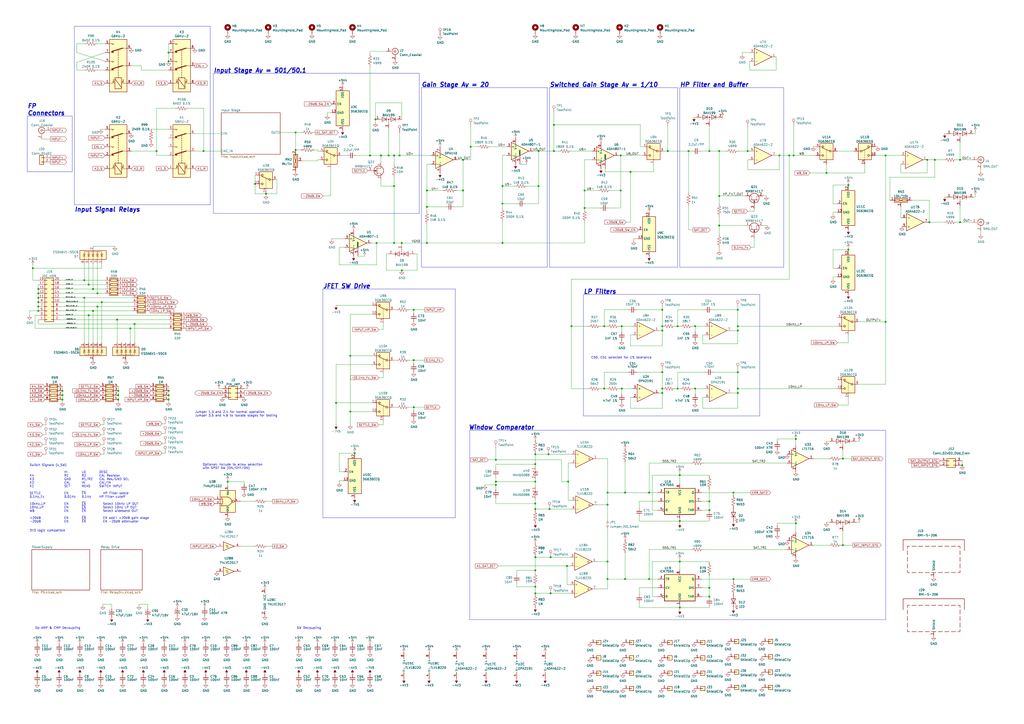
<source format=kicad_sch>
(kicad_sch (version 20230121) (generator eeschema)
  (paper "A2")
  (title_block (comment 1 "All nonpolarized capacitors C0G unless otherwise specified") (comment 3 "Hammond 1457N1601 enclosure (160 x 100 x 50 mm WxLxH)"))
  (lib_symbols
    (symbol "74xGxx:74AUP1G02" (pin_names (offset 0.2))
      (property "Reference" "U" (at -2.54 3.81 0))
      (property "Value" "74AUP1G02" (at 0 -3.81 0))
      (symbol "74AUP1G02_1_1"
        (pin input line (at -7.62 1.27 0) (length 3.81) (name "~") (number "1"))
        (pin input line (at -7.62 -1.27 0) (length 3.81) (name "~") (number "2"))
        (pin power_in line (at 0 -8.89 90) (length 2.54) (name "GND") (number "3"))
        (pin output inverted (at 7.62 0 180) (length 5.08) (name "~") (number "4"))
        (pin power_in line (at 0 8.89 270) (length 2.54) (name "V_{CC}") (number "5"))
      )
    )
    (symbol "74xGxx:74LVC2G17"
      (property "Reference" "U" (at 3.81 3.81 0))
      (property "Value" "74LVC2G17" (at 7.62 1.27 0))
      (symbol "74LVC2G17_1_1"
        (pin input line (at -7.62 0 0) (length 3.81) (name "~") (number "1"))
        (pin output line (at 6.35 0 180) (length 3.81) (name "~") (number "6"))
      )
      (symbol "74LVC2G17_2_1"
        (pin input line (at -7.62 0 0) (length 3.81) (name "~") (number "3"))
        (pin output line (at 6.35 0 180) (length 3.81) (name "~") (number "4"))
      )
      (symbol "74LVC2G17_3_0"
        (pin power_in line (at 0 -7.62 90) (length 2.54) (name "GND") (number "2"))
        (pin power_in line (at 0 7.62 270) (length 2.54) (name "VCC") (number "5"))
      )
    )
    (symbol "Amplifier_Operational:ADA4807-1" (pin_names (offset 0.127))
      (property "Reference" "U" (at 1.27 3.81 0))
      (property "Value" "ADA4807-1" (at 1.27 -3.81 0))
      (symbol "ADA4807-1_1_1"
        (pin output line (at 7.62 0 180) (length 2.54) (name "~") (number "1"))
        (pin power_in line (at -2.54 -7.62 90) (length 3.81) (name "V-") (number "2"))
        (pin input line (at -7.62 2.54 0) (length 2.54) (name "+") (number "3"))
        (pin input line (at -7.62 -2.54 0) (length 2.54) (name "-") (number "4"))
        (pin input line (at 0 -7.62 90) (length 5.08) (name "~{DISABLE}") (number "5"))
        (pin power_in line (at -2.54 7.62 270) (length 3.81) (name "V+") (number "6"))
      )
    )
    (symbol "Amplifier_Operational:OPA140" (pin_names (offset 0.127))
      (property "Reference" "U" (at 3.81 3.81 0))
      (property "Value" "OPA140" (at 3.81 -3.81 0))
      (symbol "OPA140_1_1"
        (pin no_connect line (at -2.54 -2.54 90) (length 2.54) hide (name "NC") (number "1"))
        (pin input line (at -7.62 -2.54 0) (length 2.54) (name "-") (number "2"))
        (pin input line (at -7.62 2.54 0) (length 2.54) (name "+") (number "3"))
        (pin power_in line (at -2.54 -7.62 90) (length 3.81) (name "V-") (number "4"))
        (pin no_connect line (at 0 -2.54 90) (length 2.54) hide (name "NC") (number "5"))
        (pin output line (at 7.62 0 180) (length 2.54) (name "~") (number "6"))
        (pin power_in line (at -2.54 7.62 270) (length 3.81) (name "V+") (number "7"))
        (pin no_connect line (at -5.08 -2.54 90) (length 2.54) hide (name "NC") (number "8"))
      )
    )
    (symbol "Amplifier_Operational:OPA2191xDGK"
      (property "Reference" "U" (at 0 5.08 0))
      (property "Value" "OPA2191xDGK" (at 0 -5.08 0))
      (symbol "OPA2191xDGK_1_1"
        (pin output line (at 7.62 0 180) (length 2.54) (name "~") (number "1"))
        (pin input line (at -7.62 -2.54 0) (length 2.54) (name "-") (number "2"))
        (pin input line (at -7.62 2.54 0) (length 2.54) (name "+") (number "3"))
      )
      (symbol "OPA2191xDGK_2_1"
        (pin input line (at -7.62 2.54 0) (length 2.54) (name "+") (number "5"))
        (pin input line (at -7.62 -2.54 0) (length 2.54) (name "-") (number "6"))
        (pin output line (at 7.62 0 180) (length 2.54) (name "~") (number "7"))
      )
      (symbol "OPA2191xDGK_3_1"
        (pin power_in line (at -2.54 -7.62 90) (length 3.81) (name "V-") (number "4"))
        (pin power_in line (at -2.54 7.62 270) (length 3.81) (name "V+") (number "8"))
      )
    )
    (symbol "Amplifier_Operational:Voltage_Divider" (pin_names (offset 0) hide)
      (property "Reference" "RN?" (at -3.81 -3.3004 90))
      (property "Value" "2k/1k" (at -3.81 -5.8373 90))
      (symbol "Voltage_Divider_1_1"
        (pin passive line (at 0 -6.35 90) (length 2.54) (name "~") (number "1"))
        (pin passive line (at 0 6.35 270) (length 2.54) (name "~") (number "2"))
        (pin passive line (at 3.81 0 180) (length 2.54) (name "~") (number "3"))
      )
    )
    (symbol "Analog_Switch:DG636EEQ"
      (property "Reference" "U" (at 5.08 9.525 0))
      (property "Value" "DG636EEQ" (at 5.08 7.62 0))
      (symbol "DG636EEQ_1_1"
        (pin input line (at 0 -7.62 90) (length 2.54) (name "") (number "1"))
        (pin input line (at 6.35 2.54 180) (length 2.54) (name "") (number "4"))
        (pin input line (at 6.35 -2.54 180) (length 2.54) (name "") (number "5"))
        (pin input line (at -6.35 0 0) (length 2.54) (name "") (number "6"))
      )
      (symbol "DG636EEQ_2_1"
        (pin input line (at 6.35 -2.54 180) (length 2.54) (name "") (number "10"))
        (pin input line (at 6.35 2.54 180) (length 2.54) (name "") (number "11"))
        (pin input line (at 0 -7.62 90) (length 2.54) (name "") (number "14"))
        (pin input line (at -6.35 0 0) (length 2.54) (name "") (number "9"))
      )
      (symbol "DG636EEQ_3_0"
        (pin power_in line (at 0 12.7 270) (length 2.54) (name "VDD") (number "12"))
        (pin power_in line (at -6.35 -2.54 0) (length 2.54) (name "GND") (number "13"))
        (pin input line (at -6.35 2.54 0) (length 2.54) (name "EN") (number "2"))
        (pin power_in line (at 0 -12.7 90) (length 2.54) (name "VSS") (number "3"))
      )
    )
    (symbol "Comparator:LT1716" (pin_names (offset 0.127))
      (property "Reference" "U" (at 3.81 6.35 0))
      (property "Value" "LT1716" (at 3.81 3.81 0))
      (symbol "LT1716_1_1"
        (pin output line (at 10.16 0 180) (length 2.54) (name "~") (number "1"))
        (pin power_in line (at 0 -7.62 90) (length 3.81) (name "V-") (number "2"))
        (pin input line (at -5.08 2.54 0) (length 2.54) (name "+") (number "3"))
        (pin input line (at -5.08 -2.54 0) (length 2.54) (name "-") (number "4"))
        (pin power_in line (at 0 7.62 270) (length 3.81) (name "V+") (number "5"))
      )
    )
    (symbol "Comparator:TLV1822D" (pin_names (offset 0.127))
      (property "Reference" "U" (at 3.81 3.81 0))
      (property "Value" "TLV1822D" (at 6.35 -3.81 0))
      (symbol "TLV1822D_1_1"
        (pin open_collector line (at 7.62 0 180) (length 2.54) (name "~") (number "1"))
        (pin input line (at -7.62 -2.54 0) (length 2.54) (name "-") (number "2"))
        (pin input line (at -7.62 2.54 0) (length 2.54) (name "+") (number "3"))
      )
      (symbol "TLV1822D_2_1"
        (pin input line (at -7.62 2.54 0) (length 2.54) (name "+") (number "5"))
        (pin input line (at -7.62 -2.54 0) (length 2.54) (name "-") (number "6"))
        (pin output line (at 7.62 0 180) (length 2.54) (name "~") (number "7"))
      )
      (symbol "TLV1822D_3_1"
        (pin power_in line (at -2.54 -7.62 90) (length 3.81) (name "V-") (number "4"))
        (pin power_in line (at -2.54 7.62 270) (length 3.81) (name "V+") (number "8"))
      )
    )
    (symbol "Connector:Conn_Coaxial" (pin_names (offset 1.016) hide)
      (property "Reference" "J" (at 0.254 3.048 0))
      (property "Value" "Conn_Coaxial" (at 2.921 0 90))
      (symbol "Conn_Coaxial_1_1"
        (pin passive line (at -5.08 0 0) (length 2.54) (name "In") (number "1"))
        (pin passive line (at 0 -5.08 90) (length 2.54) (name "Ext") (number "2"))
      )
    )
    (symbol "Connector:TestPoint" (pin_numbers hide) (pin_names (offset 0.762) hide)
      (property "Reference" "TP" (at 0 6.858 0))
      (property "Value" "TestPoint" (at 0 5.08 0))
      (symbol "TestPoint_1_1"
        (pin passive line (at 0 0 90) (length 2.54) (name "1") (number "1"))
      )
    )
    (symbol "Connector_Generic:Conn_01x01" (pin_names (offset 1.016) hide)
      (property "Reference" "J" (at 0 2.54 0))
      (property "Value" "Conn_01x01" (at 0 -2.54 0))
      (symbol "Conn_01x01_1_1"
        (pin passive line (at -5.08 0 0) (length 3.81) (name "Pin_1") (number "1"))
      )
    )
    (symbol "Connector_Generic:Conn_01x02" (pin_names (offset 1.016) hide)
      (property "Reference" "J" (at 0 2.54 0))
      (property "Value" "Conn_01x02" (at 0 -5.08 0))
      (symbol "Conn_01x02_1_1"
        (pin passive line (at -5.08 0 0) (length 3.81) (name "Pin_1") (number "1"))
        (pin passive line (at -5.08 -2.54 0) (length 3.81) (name "Pin_2") (number "2"))
      )
    )
    (symbol "Connector_Generic:Conn_02x02_Odd_Even" (pin_names (offset 1.016) hide)
      (property "Reference" "J" (at 1.27 2.54 0))
      (property "Value" "Conn_02x02_Odd_Even" (at 1.27 -5.08 0))
      (symbol "Conn_02x02_Odd_Even_1_1"
        (pin passive line (at -5.08 0 0) (length 3.81) (name "Pin_1") (number "1"))
        (pin passive line (at 7.62 0 180) (length 3.81) (name "Pin_2") (number "2"))
        (pin passive line (at -5.08 -2.54 0) (length 3.81) (name "Pin_3") (number "3"))
        (pin passive line (at 7.62 -2.54 180) (length 3.81) (name "Pin_4") (number "4"))
      )
    )
    (symbol "Connector_Generic:Conn_02x03_Odd_Even" (pin_names (offset 1.016) hide)
      (property "Reference" "J" (at 1.27 5.08 0))
      (property "Value" "Conn_02x03_Odd_Even" (at 1.27 -5.08 0))
      (symbol "Conn_02x03_Odd_Even_1_1"
        (pin passive line (at -5.08 2.54 0) (length 3.81) (name "Pin_1") (number "1"))
        (pin passive line (at 7.62 2.54 180) (length 3.81) (name "Pin_2") (number "2"))
        (pin passive line (at -5.08 0 0) (length 3.81) (name "Pin_3") (number "3"))
        (pin passive line (at 7.62 0 180) (length 3.81) (name "Pin_4") (number "4"))
        (pin passive line (at -5.08 -2.54 0) (length 3.81) (name "Pin_5") (number "5"))
        (pin passive line (at 7.62 -2.54 180) (length 3.81) (name "Pin_6") (number "6"))
      )
    )
    (symbol "Connector_Generic:Conn_02x10_Odd_Even" (pin_names (offset 1.016) hide)
      (property "Reference" "J" (at 1.27 12.7 0))
      (property "Value" "Conn_02x10_Odd_Even" (at 1.27 -15.24 0))
      (symbol "Conn_02x10_Odd_Even_1_1"
        (pin passive line (at -5.08 10.16 0) (length 3.81) (name "Pin_1") (number "1"))
        (pin passive line (at 7.62 0 180) (length 3.81) (name "Pin_10") (number "10"))
        (pin passive line (at -5.08 -2.54 0) (length 3.81) (name "Pin_11") (number "11"))
        (pin passive line (at 7.62 -2.54 180) (length 3.81) (name "Pin_12") (number "12"))
        (pin passive line (at -5.08 -5.08 0) (length 3.81) (name "Pin_13") (number "13"))
        (pin passive line (at 7.62 -5.08 180) (length 3.81) (name "Pin_14") (number "14"))
        (pin passive line (at -5.08 -7.62 0) (length 3.81) (name "Pin_15") (number "15"))
        (pin passive line (at 7.62 -7.62 180) (length 3.81) (name "Pin_16") (number "16"))
        (pin passive line (at -5.08 -10.16 0) (length 3.81) (name "Pin_17") (number "17"))
        (pin passive line (at 7.62 -10.16 180) (length 3.81) (name "Pin_18") (number "18"))
        (pin passive line (at -5.08 -12.7 0) (length 3.81) (name "Pin_19") (number "19"))
        (pin passive line (at 7.62 10.16 180) (length 3.81) (name "Pin_2") (number "2"))
        (pin passive line (at 7.62 -12.7 180) (length 3.81) (name "Pin_20") (number "20"))
        (pin passive line (at -5.08 7.62 0) (length 3.81) (name "Pin_3") (number "3"))
        (pin passive line (at 7.62 7.62 180) (length 3.81) (name "Pin_4") (number "4"))
        (pin passive line (at -5.08 5.08 0) (length 3.81) (name "Pin_5") (number "5"))
        (pin passive line (at 7.62 5.08 180) (length 3.81) (name "Pin_6") (number "6"))
        (pin passive line (at -5.08 2.54 0) (length 3.81) (name "Pin_7") (number "7"))
        (pin passive line (at 7.62 2.54 180) (length 3.81) (name "Pin_8") (number "8"))
        (pin passive line (at -5.08 0 0) (length 3.81) (name "Pin_9") (number "9"))
      )
    )
    (symbol "DG636EEQ_1"
      (property "Reference" "U" (at 5.08 9.525 0))
      (property "Value" "DG636EEQ_1" (at 5.08 7.62 0))
      (symbol "DG636EEQ_1_1_1"
        (pin input line (at 0 -7.62 90) (length 2.54) (name "") (number "1"))
        (pin input line (at 6.35 2.54 180) (length 2.54) (name "") (number "4"))
        (pin input line (at 6.35 -2.54 180) (length 2.54) (name "") (number "5"))
        (pin input line (at -6.35 0 0) (length 2.54) (name "") (number "6"))
      )
      (symbol "DG636EEQ_1_2_1"
        (pin input line (at 6.35 -2.54 180) (length 2.54) (name "") (number "10"))
        (pin input line (at 6.35 2.54 180) (length 2.54) (name "") (number "11"))
        (pin input line (at 0 -7.62 90) (length 2.54) (name "") (number "14"))
        (pin input line (at -6.35 0 0) (length 2.54) (name "") (number "9"))
      )
      (symbol "DG636EEQ_1_3_0"
        (pin power_in line (at 0 12.7 270) (length 2.54) (name "VDD") (number "12"))
        (pin power_in line (at -6.35 -2.54 0) (length 2.54) (name "GND") (number "13"))
        (pin input line (at -6.35 2.54 0) (length 2.54) (name "EN") (number "2"))
        (pin power_in line (at 0 -12.7 90) (length 2.54) (name "VSS") (number "3"))
      )
    )
    (symbol "DG636EEQ_10"
      (property "Reference" "U" (at 5.08 9.525 0))
      (property "Value" "DG636EEQ_10" (at 5.08 7.62 0))
      (symbol "DG636EEQ_10_1_1"
        (pin input line (at 0 -7.62 90) (length 2.54) (name "") (number "1"))
        (pin input line (at 6.35 2.54 180) (length 2.54) (name "") (number "4"))
        (pin input line (at 6.35 -2.54 180) (length 2.54) (name "") (number "5"))
        (pin input line (at -6.35 0 0) (length 2.54) (name "") (number "6"))
      )
      (symbol "DG636EEQ_10_2_1"
        (pin input line (at 6.35 -2.54 180) (length 2.54) (name "") (number "10"))
        (pin input line (at 6.35 2.54 180) (length 2.54) (name "") (number "11"))
        (pin input line (at 0 -7.62 90) (length 2.54) (name "") (number "14"))
        (pin input line (at -6.35 0 0) (length 2.54) (name "") (number "9"))
      )
      (symbol "DG636EEQ_10_3_0"
        (pin power_in line (at 0 12.7 270) (length 2.54) (name "VDD") (number "12"))
        (pin power_in line (at -6.35 -2.54 0) (length 2.54) (name "GND") (number "13"))
        (pin input line (at -6.35 2.54 0) (length 2.54) (name "EN") (number "2"))
        (pin power_in line (at 0 -12.7 90) (length 2.54) (name "VSS") (number "3"))
      )
    )
    (symbol "DG636EEQ_11"
      (property "Reference" "U" (at 5.08 9.525 0))
      (property "Value" "DG636EEQ_11" (at 5.08 7.62 0))
      (symbol "DG636EEQ_11_1_1"
        (pin input line (at 0 -7.62 90) (length 2.54) (name "") (number "1"))
        (pin input line (at 6.35 2.54 180) (length 2.54) (name "") (number "4"))
        (pin input line (at 6.35 -2.54 180) (length 2.54) (name "") (number "5"))
        (pin input line (at -6.35 0 0) (length 2.54) (name "") (number "6"))
      )
      (symbol "DG636EEQ_11_2_1"
        (pin input line (at 6.35 -2.54 180) (length 2.54) (name "") (number "10"))
        (pin input line (at 6.35 2.54 180) (length 2.54) (name "") (number "11"))
        (pin input line (at 0 -7.62 90) (length 2.54) (name "") (number "14"))
        (pin input line (at -6.35 0 0) (length 2.54) (name "") (number "9"))
      )
      (symbol "DG636EEQ_11_3_0"
        (pin power_in line (at 0 12.7 270) (length 2.54) (name "VDD") (number "12"))
        (pin power_in line (at -6.35 -2.54 0) (length 2.54) (name "GND") (number "13"))
        (pin input line (at -6.35 2.54 0) (length 2.54) (name "EN") (number "2"))
        (pin power_in line (at 0 -12.7 90) (length 2.54) (name "VSS") (number "3"))
      )
    )
    (symbol "DG636EEQ_12"
      (property "Reference" "U" (at 5.08 9.525 0))
      (property "Value" "DG636EEQ_12" (at 5.08 7.62 0))
      (symbol "DG636EEQ_12_1_1"
        (pin input line (at 0 -7.62 90) (length 2.54) (name "") (number "1"))
        (pin input line (at 6.35 2.54 180) (length 2.54) (name "") (number "4"))
        (pin input line (at 6.35 -2.54 180) (length 2.54) (name "") (number "5"))
        (pin input line (at -6.35 0 0) (length 2.54) (name "") (number "6"))
      )
      (symbol "DG636EEQ_12_2_1"
        (pin input line (at 6.35 -2.54 180) (length 2.54) (name "") (number "10"))
        (pin input line (at 6.35 2.54 180) (length 2.54) (name "") (number "11"))
        (pin input line (at 0 -7.62 90) (length 2.54) (name "") (number "14"))
        (pin input line (at -6.35 0 0) (length 2.54) (name "") (number "9"))
      )
      (symbol "DG636EEQ_12_3_0"
        (pin power_in line (at 0 12.7 270) (length 2.54) (name "VDD") (number "12"))
        (pin power_in line (at -6.35 -2.54 0) (length 2.54) (name "GND") (number "13"))
        (pin input line (at -6.35 2.54 0) (length 2.54) (name "EN") (number "2"))
        (pin power_in line (at 0 -12.7 90) (length 2.54) (name "VSS") (number "3"))
      )
    )
    (symbol "DG636EEQ_13"
      (property "Reference" "U" (at 5.08 9.525 0))
      (property "Value" "DG636EEQ_13" (at 5.08 7.62 0))
      (symbol "DG636EEQ_13_1_1"
        (pin input line (at 0 -7.62 90) (length 2.54) (name "") (number "1"))
        (pin input line (at 6.35 2.54 180) (length 2.54) (name "") (number "4"))
        (pin input line (at 6.35 -2.54 180) (length 2.54) (name "") (number "5"))
        (pin input line (at -6.35 0 0) (length 2.54) (name "") (number "6"))
      )
      (symbol "DG636EEQ_13_2_1"
        (pin input line (at 6.35 -2.54 180) (length 2.54) (name "") (number "10"))
        (pin input line (at 6.35 2.54 180) (length 2.54) (name "") (number "11"))
        (pin input line (at 0 -7.62 90) (length 2.54) (name "") (number "14"))
        (pin input line (at -6.35 0 0) (length 2.54) (name "") (number "9"))
      )
      (symbol "DG636EEQ_13_3_0"
        (pin power_in line (at 0 12.7 270) (length 2.54) (name "VDD") (number "12"))
        (pin power_in line (at -6.35 -2.54 0) (length 2.54) (name "GND") (number "13"))
        (pin input line (at -6.35 2.54 0) (length 2.54) (name "EN") (number "2"))
        (pin power_in line (at 0 -12.7 90) (length 2.54) (name "VSS") (number "3"))
      )
    )
    (symbol "DG636EEQ_14"
      (property "Reference" "U" (at 5.08 9.525 0))
      (property "Value" "DG636EEQ_14" (at 5.08 7.62 0))
      (symbol "DG636EEQ_14_1_1"
        (pin input line (at 0 -7.62 90) (length 2.54) (name "") (number "1"))
        (pin input line (at 6.35 2.54 180) (length 2.54) (name "") (number "4"))
        (pin input line (at 6.35 -2.54 180) (length 2.54) (name "") (number "5"))
        (pin input line (at -6.35 0 0) (length 2.54) (name "") (number "6"))
      )
      (symbol "DG636EEQ_14_2_1"
        (pin input line (at 6.35 -2.54 180) (length 2.54) (name "") (number "10"))
        (pin input line (at 6.35 2.54 180) (length 2.54) (name "") (number "11"))
        (pin input line (at 0 -7.62 90) (length 2.54) (name "") (number "14"))
        (pin input line (at -6.35 0 0) (length 2.54) (name "") (number "9"))
      )
      (symbol "DG636EEQ_14_3_0"
        (pin power_in line (at 0 12.7 270) (length 2.54) (name "VDD") (number "12"))
        (pin power_in line (at -6.35 -2.54 0) (length 2.54) (name "GND") (number "13"))
        (pin input line (at -6.35 2.54 0) (length 2.54) (name "EN") (number "2"))
        (pin power_in line (at 0 -12.7 90) (length 2.54) (name "VSS") (number "3"))
      )
    )
    (symbol "DG636EEQ_2"
      (property "Reference" "U" (at 5.08 9.525 0))
      (property "Value" "DG636EEQ_2" (at 5.08 7.62 0))
      (symbol "DG636EEQ_2_1_1"
        (pin input line (at 0 -7.62 90) (length 2.54) (name "") (number "1"))
        (pin input line (at 6.35 2.54 180) (length 2.54) (name "") (number "4"))
        (pin input line (at 6.35 -2.54 180) (length 2.54) (name "") (number "5"))
        (pin input line (at -6.35 0 0) (length 2.54) (name "") (number "6"))
      )
      (symbol "DG636EEQ_2_2_1"
        (pin input line (at 6.35 -2.54 180) (length 2.54) (name "") (number "10"))
        (pin input line (at 6.35 2.54 180) (length 2.54) (name "") (number "11"))
        (pin input line (at 0 -7.62 90) (length 2.54) (name "") (number "14"))
        (pin input line (at -6.35 0 0) (length 2.54) (name "") (number "9"))
      )
      (symbol "DG636EEQ_2_3_0"
        (pin power_in line (at 0 12.7 270) (length 2.54) (name "VDD") (number "12"))
        (pin power_in line (at -6.35 -2.54 0) (length 2.54) (name "GND") (number "13"))
        (pin input line (at -6.35 2.54 0) (length 2.54) (name "EN") (number "2"))
        (pin power_in line (at 0 -12.7 90) (length 2.54) (name "VSS") (number "3"))
      )
    )
    (symbol "DG636EEQ_3"
      (property "Reference" "U" (at 5.08 9.525 0))
      (property "Value" "DG636EEQ_3" (at 5.08 7.62 0))
      (symbol "DG636EEQ_3_1_1"
        (pin input line (at 0 -7.62 90) (length 2.54) (name "") (number "1"))
        (pin input line (at 6.35 2.54 180) (length 2.54) (name "") (number "4"))
        (pin input line (at 6.35 -2.54 180) (length 2.54) (name "") (number "5"))
        (pin input line (at -6.35 0 0) (length 2.54) (name "") (number "6"))
      )
      (symbol "DG636EEQ_3_2_1"
        (pin input line (at 6.35 -2.54 180) (length 2.54) (name "") (number "10"))
        (pin input line (at 6.35 2.54 180) (length 2.54) (name "") (number "11"))
        (pin input line (at 0 -7.62 90) (length 2.54) (name "") (number "14"))
        (pin input line (at -6.35 0 0) (length 2.54) (name "") (number "9"))
      )
      (symbol "DG636EEQ_3_3_0"
        (pin power_in line (at 0 12.7 270) (length 2.54) (name "VDD") (number "12"))
        (pin power_in line (at -6.35 -2.54 0) (length 2.54) (name "GND") (number "13"))
        (pin input line (at -6.35 2.54 0) (length 2.54) (name "EN") (number "2"))
        (pin power_in line (at 0 -12.7 90) (length 2.54) (name "VSS") (number "3"))
      )
    )
    (symbol "DG636EEQ_4"
      (property "Reference" "U" (at 5.08 9.525 0))
      (property "Value" "DG636EEQ_4" (at 5.08 7.62 0))
      (symbol "DG636EEQ_4_1_1"
        (pin input line (at 0 -7.62 90) (length 2.54) (name "") (number "1"))
        (pin input line (at 6.35 2.54 180) (length 2.54) (name "") (number "4"))
        (pin input line (at 6.35 -2.54 180) (length 2.54) (name "") (number "5"))
        (pin input line (at -6.35 0 0) (length 2.54) (name "") (number "6"))
      )
      (symbol "DG636EEQ_4_2_1"
        (pin input line (at 6.35 -2.54 180) (length 2.54) (name "") (number "10"))
        (pin input line (at 6.35 2.54 180) (length 2.54) (name "") (number "11"))
        (pin input line (at 0 -7.62 90) (length 2.54) (name "") (number "14"))
        (pin input line (at -6.35 0 0) (length 2.54) (name "") (number "9"))
      )
      (symbol "DG636EEQ_4_3_0"
        (pin power_in line (at 0 12.7 270) (length 2.54) (name "VDD") (number "12"))
        (pin power_in line (at -6.35 -2.54 0) (length 2.54) (name "GND") (number "13"))
        (pin input line (at -6.35 2.54 0) (length 2.54) (name "EN") (number "2"))
        (pin power_in line (at 0 -12.7 90) (length 2.54) (name "VSS") (number "3"))
      )
    )
    (symbol "DG636EEQ_5"
      (property "Reference" "U" (at 5.08 9.525 0))
      (property "Value" "DG636EEQ_5" (at 5.08 7.62 0))
      (symbol "DG636EEQ_5_1_1"
        (pin input line (at 0 -7.62 90) (length 2.54) (name "") (number "1"))
        (pin input line (at 6.35 2.54 180) (length 2.54) (name "") (number "4"))
        (pin input line (at 6.35 -2.54 180) (length 2.54) (name "") (number "5"))
        (pin input line (at -6.35 0 0) (length 2.54) (name "") (number "6"))
      )
      (symbol "DG636EEQ_5_2_1"
        (pin input line (at 6.35 -2.54 180) (length 2.54) (name "") (number "10"))
        (pin input line (at 6.35 2.54 180) (length 2.54) (name "") (number "11"))
        (pin input line (at 0 -7.62 90) (length 2.54) (name "") (number "14"))
        (pin input line (at -6.35 0 0) (length 2.54) (name "") (number "9"))
      )
      (symbol "DG636EEQ_5_3_0"
        (pin power_in line (at 0 12.7 270) (length 2.54) (name "VDD") (number "12"))
        (pin power_in line (at -6.35 -2.54 0) (length 2.54) (name "GND") (number "13"))
        (pin input line (at -6.35 2.54 0) (length 2.54) (name "EN") (number "2"))
        (pin power_in line (at 0 -12.7 90) (length 2.54) (name "VSS") (number "3"))
      )
    )
    (symbol "DG636EEQ_6"
      (property "Reference" "U" (at 5.08 9.525 0))
      (property "Value" "DG636EEQ_6" (at 5.08 7.62 0))
      (symbol "DG636EEQ_6_1_1"
        (pin input line (at 0 -7.62 90) (length 2.54) (name "") (number "1"))
        (pin input line (at 6.35 2.54 180) (length 2.54) (name "") (number "4"))
        (pin input line (at 6.35 -2.54 180) (length 2.54) (name "") (number "5"))
        (pin input line (at -6.35 0 0) (length 2.54) (name "") (number "6"))
      )
      (symbol "DG636EEQ_6_2_1"
        (pin input line (at 6.35 -2.54 180) (length 2.54) (name "") (number "10"))
        (pin input line (at 6.35 2.54 180) (length 2.54) (name "") (number "11"))
        (pin input line (at 0 -7.62 90) (length 2.54) (name "") (number "14"))
        (pin input line (at -6.35 0 0) (length 2.54) (name "") (number "9"))
      )
      (symbol "DG636EEQ_6_3_0"
        (pin power_in line (at 0 12.7 270) (length 2.54) (name "VDD") (number "12"))
        (pin power_in line (at -6.35 -2.54 0) (length 2.54) (name "GND") (number "13"))
        (pin input line (at -6.35 2.54 0) (length 2.54) (name "EN") (number "2"))
        (pin power_in line (at 0 -12.7 90) (length 2.54) (name "VSS") (number "3"))
      )
    )
    (symbol "DG636EEQ_7"
      (property "Reference" "U" (at 5.08 9.525 0))
      (property "Value" "DG636EEQ_7" (at 5.08 7.62 0))
      (symbol "DG636EEQ_7_1_1"
        (pin input line (at 0 -7.62 90) (length 2.54) (name "") (number "1"))
        (pin input line (at 6.35 2.54 180) (length 2.54) (name "") (number "4"))
        (pin input line (at 6.35 -2.54 180) (length 2.54) (name "") (number "5"))
        (pin input line (at -6.35 0 0) (length 2.54) (name "") (number "6"))
      )
      (symbol "DG636EEQ_7_2_1"
        (pin input line (at 6.35 -2.54 180) (length 2.54) (name "") (number "10"))
        (pin input line (at 6.35 2.54 180) (length 2.54) (name "") (number "11"))
        (pin input line (at 0 -7.62 90) (length 2.54) (name "") (number "14"))
        (pin input line (at -6.35 0 0) (length 2.54) (name "") (number "9"))
      )
      (symbol "DG636EEQ_7_3_0"
        (pin power_in line (at 0 12.7 270) (length 2.54) (name "VDD") (number "12"))
        (pin power_in line (at -6.35 -2.54 0) (length 2.54) (name "GND") (number "13"))
        (pin input line (at -6.35 2.54 0) (length 2.54) (name "EN") (number "2"))
        (pin power_in line (at 0 -12.7 90) (length 2.54) (name "VSS") (number "3"))
      )
    )
    (symbol "DG636EEQ_8"
      (property "Reference" "U" (at 5.08 9.525 0))
      (property "Value" "DG636EEQ_8" (at 5.08 7.62 0))
      (symbol "DG636EEQ_8_1_1"
        (pin input line (at 0 -7.62 90) (length 2.54) (name "") (number "1"))
        (pin input line (at 6.35 2.54 180) (length 2.54) (name "") (number "4"))
        (pin input line (at 6.35 -2.54 180) (length 2.54) (name "") (number "5"))
        (pin input line (at -6.35 0 0) (length 2.54) (name "") (number "6"))
      )
      (symbol "DG636EEQ_8_2_1"
        (pin input line (at 6.35 -2.54 180) (length 2.54) (name "") (number "10"))
        (pin input line (at 6.35 2.54 180) (length 2.54) (name "") (number "11"))
        (pin input line (at 0 -7.62 90) (length 2.54) (name "") (number "14"))
        (pin input line (at -6.35 0 0) (length 2.54) (name "") (number "9"))
      )
      (symbol "DG636EEQ_8_3_0"
        (pin power_in line (at 0 12.7 270) (length 2.54) (name "VDD") (number "12"))
        (pin power_in line (at -6.35 -2.54 0) (length 2.54) (name "GND") (number "13"))
        (pin input line (at -6.35 2.54 0) (length 2.54) (name "EN") (number "2"))
        (pin power_in line (at 0 -12.7 90) (length 2.54) (name "VSS") (number "3"))
      )
    )
    (symbol "DG636EEQ_9"
      (property "Reference" "U" (at 5.08 9.525 0))
      (property "Value" "DG636EEQ_9" (at 5.08 7.62 0))
      (symbol "DG636EEQ_9_1_1"
        (pin input line (at 0 -7.62 90) (length 2.54) (name "") (number "1"))
        (pin input line (at 6.35 2.54 180) (length 2.54) (name "") (number "4"))
        (pin input line (at 6.35 -2.54 180) (length 2.54) (name "") (number "5"))
        (pin input line (at -6.35 0 0) (length 2.54) (name "") (number "6"))
      )
      (symbol "DG636EEQ_9_2_1"
        (pin input line (at 6.35 -2.54 180) (length 2.54) (name "") (number "10"))
        (pin input line (at 6.35 2.54 180) (length 2.54) (name "") (number "11"))
        (pin input line (at 0 -7.62 90) (length 2.54) (name "") (number "14"))
        (pin input line (at -6.35 0 0) (length 2.54) (name "") (number "9"))
      )
      (symbol "DG636EEQ_9_3_0"
        (pin power_in line (at 0 12.7 270) (length 2.54) (name "VDD") (number "12"))
        (pin power_in line (at -6.35 -2.54 0) (length 2.54) (name "GND") (number "13"))
        (pin input line (at -6.35 2.54 0) (length 2.54) (name "EN") (number "2"))
        (pin power_in line (at 0 -12.7 90) (length 2.54) (name "VSS") (number "3"))
      )
    )
    (symbol "Device:CP1_Small" (pin_numbers hide) (pin_names (offset 0.254) hide)
      (property "Reference" "C" (at 0.254 1.778 0))
      (property "Value" "CP1_Small" (at 0.254 -2.032 0))
      (symbol "CP1_Small_1_1"
        (pin passive line (at 0 2.54 270) (length 2.032) (name "~") (number "1"))
        (pin passive line (at 0 -2.54 90) (length 2.032) (name "~") (number "2"))
      )
    )
    (symbol "Device:C_Small" (pin_numbers hide) (pin_names (offset 0.254) hide)
      (property "Reference" "C" (at 0.254 1.778 0))
      (property "Value" "C_Small" (at 0.254 -2.032 0))
      (symbol "C_Small_1_1"
        (pin passive line (at 0 2.54 270) (length 2.032) (name "~") (number "1"))
        (pin passive line (at 0 -2.54 90) (length 2.032) (name "~") (number "2"))
      )
    )
    (symbol "Device:Jumper_NO_Small" (pin_numbers hide) (pin_names (offset 0.762) hide)
      (property "Reference" "JP" (at 0 2.032 0))
      (property "Value" "Jumper_NO_Small" (at 0.254 -1.524 0))
      (symbol "Jumper_NO_Small_0_1"
        (pin passive line (at -2.54 0 0) (length 1.016) (name "1") (number "1"))
        (pin passive line (at 2.54 0 180) (length 1.016) (name "2") (number "2"))
      )
    )
    (symbol "Device:LED" (pin_numbers hide) (pin_names (offset 1.016) hide)
      (property "Reference" "D" (at 0 2.54 0))
      (property "Value" "LED" (at 0 -2.54 0))
      (symbol "LED_1_1"
        (pin passive line (at -3.81 0 0) (length 2.54) (name "K") (number "1"))
        (pin passive line (at 3.81 0 180) (length 2.54) (name "A") (number "2"))
      )
    )
    (symbol "Device:RF_Shield_Two_Pieces" (pin_names (offset 1.016))
      (property "Reference" "J" (at 0 5.08 0))
      (property "Value" "RF_Shield_Two_Pieces" (at 0 2.54 0))
      (symbol "RF_Shield_Two_Pieces_1_1"
        (pin passive line (at 0 -10.16 90) (length 2.54) (name "Shield") (number "1"))
      )
    )
    (symbol "Device:R_Pack04" (pin_names (offset 0) hide)
      (property "Reference" "RN" (at -7.62 0 90))
      (property "Value" "R_Pack04" (at 5.08 0 90))
      (symbol "R_Pack04_1_1"
        (pin passive line (at -5.08 -5.08 90) (length 2.54) (name "R1.1") (number "1"))
        (pin passive line (at -2.54 -5.08 90) (length 2.54) (name "R2.1") (number "2"))
        (pin passive line (at 0 -5.08 90) (length 2.54) (name "R3.1") (number "3"))
        (pin passive line (at 2.54 -5.08 90) (length 2.54) (name "R4.1") (number "4"))
        (pin passive line (at 2.54 5.08 270) (length 2.54) (name "R4.2") (number "5"))
        (pin passive line (at 0 5.08 270) (length 2.54) (name "R3.2") (number "6"))
        (pin passive line (at -2.54 5.08 270) (length 2.54) (name "R2.2") (number "7"))
        (pin passive line (at -5.08 5.08 270) (length 2.54) (name "R1.2") (number "8"))
      )
    )
    (symbol "Device:R_US" (pin_numbers hide) (pin_names (offset 0))
      (property "Reference" "R" (at 2.54 0 90))
      (property "Value" "R_US" (at -2.54 0 90))
      (symbol "R_US_1_1"
        (pin passive line (at 0 3.81 270) (length 1.27) (name "~") (number "1"))
        (pin passive line (at 0 -3.81 90) (length 1.27) (name "~") (number "2"))
      )
    )
    (symbol "Diode:BAV99" (pin_names hide)
      (property "Reference" "D" (at 0 5.08 0))
      (property "Value" "BAV99" (at 0 2.54 0))
      (symbol "BAV99_1_1"
        (pin passive line (at -7.62 0 0) (length 2.54) (name "K") (number "1"))
        (pin passive line (at 7.62 0 180) (length 2.54) (name "A") (number "2"))
        (pin passive line (at 0 -5.08 90) (length 2.54) (name "K") (number "3"))
      )
    )
    (symbol "Mechanical:MountingHole_Pad" (pin_numbers hide) (pin_names (offset 1.016) hide)
      (property "Reference" "H" (at 0 6.35 0))
      (property "Value" "MountingHole_Pad" (at 0 4.445 0))
      (symbol "MountingHole_Pad_1_1"
        (pin input line (at 0 -2.54 90) (length 2.54) (name "1") (number "1"))
      )
    )
    (symbol "Power_Protection:ESDA6V1-5SC6" (pin_names hide)
      (property "Reference" "D" (at -5.08 -3.81 0))
      (property "Value" "ESDA6V1-5SC6" (at 2.54 -3.81 0))
      (symbol "ESDA6V1-5SC6_0_0"
        (pin passive line (at 0 -5.08 90) (length 2.54) (name "GND") (number "2"))
      )
      (symbol "ESDA6V1-5SC6_1_1"
        (pin passive line (at -5.08 5.08 270) (length 2.54) (name "IO1") (number "1"))
        (pin passive line (at -2.54 5.08 270) (length 2.54) (name "IO2") (number "3"))
        (pin passive line (at 0 5.08 270) (length 2.54) (name "IO3") (number "4"))
        (pin passive line (at 2.54 5.08 270) (length 2.54) (name "IO4") (number "5"))
        (pin passive line (at 5.08 5.08 270) (length 2.54) (name "IO5") (number "6"))
      )
    )
    (symbol "Reference_Voltage:LM4040DBZ-2.5" (pin_names (offset 0.0254) hide)
      (property "Reference" "U" (at 0 2.54 0))
      (property "Value" "LM4040DBZ-2.5" (at 0 -3.175 0))
      (symbol "LM4040DBZ-2.5_1_1"
        (pin passive line (at 3.81 0 180) (length 2.54) (name "K") (number "1"))
        (pin passive line (at -3.81 0 0) (length 2.54) (name "A") (number "2"))
      )
    )
    (symbol "Relay:G6KU-2"
      (property "Reference" "K" (at 16.51 3.81 0))
      (property "Value" "G6KU-2" (at 16.51 1.27 0))
      (symbol "G6KU-2_0_0"
        (text "R:+" (at -8.763 -2.794 0) (effects (font (size 0.762 0.762))))
        (text "S:+" (at -8.763 2.794 0) (effects (font (size 0.762 0.762))))
      )
      (symbol "G6KU-2_1_1"
        (pin passive line (at -10.16 7.62 270) (length 2.54) (name "~") (number "1"))
        (pin passive line (at -2.54 7.62 270) (length 2.54) (name "~") (number "2"))
        (pin passive line (at 0 -7.62 90) (length 2.54) (name "~") (number "3"))
        (pin passive line (at 2.54 7.62 270) (length 2.54) (name "~") (number "4"))
        (pin passive line (at 12.7 7.62 270) (length 2.54) (name "~") (number "5"))
        (pin passive line (at 10.16 -7.62 90) (length 2.54) (name "~") (number "6"))
        (pin passive line (at 7.62 7.62 270) (length 2.54) (name "~") (number "7"))
        (pin passive line (at -10.16 -7.62 90) (length 2.54) (name "~") (number "8"))
      )
    )
    (symbol "Timer:TLC555xD"
      (property "Reference" "U" (at -10.16 8.89 0))
      (property "Value" "TLC555xD" (at 2.54 8.89 0))
      (symbol "TLC555xD_0_0"
        (pin power_in line (at 0 -10.16 90) (length 2.54) (name "GND") (number "1"))
        (pin power_in line (at 0 10.16 270) (length 2.54) (name "VCC") (number "8"))
      )
      (symbol "TLC555xD_1_1"
        (pin input line (at -12.7 5.08 0) (length 3.81) (name "TR") (number "2"))
        (pin output line (at 12.7 5.08 180) (length 3.81) (name "Q") (number "3"))
        (pin input inverted (at -12.7 -5.08 0) (length 3.81) (name "R") (number "4"))
        (pin input line (at -12.7 0 0) (length 3.81) (name "CV") (number "5"))
        (pin input line (at 12.7 -5.08 180) (length 3.81) (name "THR") (number "6"))
        (pin input line (at 12.7 0 180) (length 3.81) (name "DIS") (number "7"))
      )
    )
    (symbol "Transistor_FET:MMBF4117" (pin_names hide)
      (property "Reference" "Q" (at 5.08 1.905 0))
      (property "Value" "MMBF4117" (at 5.08 0 0))
      (symbol "MMBF4117_1_1"
        (pin passive line (at 2.54 5.08 270) (length 2.54) (name "D") (number "1"))
        (pin passive line (at 2.54 -5.08 90) (length 2.54) (name "S") (number "2"))
        (pin input line (at -5.08 0 0) (length 2.54) (name "G") (number "3"))
      )
    )
    (symbol "power:+3V3" (power) (pin_names (offset 0))
      (property "Value" "+3V3" (at 0 3.556 0))
      (symbol "+3V3_1_1"
        (pin power_in line (at 0 0 90) (length 0) hide (name "+3V3") (number "1"))
      )
    )
    (symbol "power:+5V4" (power) (pin_names (offset 0))
      (property "Value" "+5V4" (at 0 3.556 0))
      (symbol "+5V4_1_1"
        (pin power_in line (at 0 0 90) (length 0) hide (name "+5V4") (number "1"))
      )
    )
    (symbol "power:-4V3" (power) (pin_names (offset 0))
      (property "Value" "-4V3" (at 0 3.81 0))
      (symbol "-4V3_0_0"
        (pin power_in line (at 0 0 90) (length 0) hide (name "-4V3") (number "1"))
      )
    )
    (symbol "power:-7V5" (power) (pin_names (offset 0))
      (property "Value" "-7V5" (at 0 3.81 0))
      (symbol "-7V5_0_0"
        (pin power_in line (at 0 0 90) (length 0) hide (name "-7V5") (number "1"))
      )
    )
    (symbol "power:GND" (power) (pin_names (offset 0))
      (property "Value" "GND" (at 0 -3.81 0))
      (symbol "GND_1_1"
        (pin power_in line (at 0 0 270) (length 0) hide (name "GND") (number "1"))
      )
    )
  )
  (junction (at 53.975 167.64))
  (junction (at 56.515 170.18))
  (junction (at 417.195 87.63))
  (junction (at 417.195 113.665))
  (junction (at 339.09 110.49))
  (junction (at 22.225 170.18))
  (junction (at 352.425 285.75))
  (junction (at 457.835 90.17))
  (junction (at 310.515 323.215))
  (junction (at 53.975 180.34))
  (junction (at 488.95 266.065))
  (junction (at 228.6 107.95))
  (junction (at 403.225 189.23))
  (junction (at 452.12 90.17))
  (junction (at 51.435 182.88))
  (junction (at 384.175 191.77))
  (junction (at 75.565 190.5))
  (junction (at 384.175 227.965))
  (junction (at 48.895 162.56))
  (junction (at 310.515 279.4))
  (junction (at 411.48 340.995))
  (junction (at 291.465 107.95))
  (junction (at 360.68 225.425))
  (junction (at 22.225 177.8))
  (junction (at 22.225 175.26))
  (junction (at 22.225 172.72))
  (junction (at 154.305 112.395))
  (junction (at 537.845 92.71))
  (junction (at 171.45 76.835))
  (junction (at 19.05 155.575))
  (junction (at 384.175 179.705))
  (junction (at 556.895 128.905))
  (junction (at 247.65 140.97))
  (junction (at 393.065 189.23))
  (junction (at 68.58 226.695))
  (junction (at 291.465 118.11))
  (junction (at 362.585 285.75))
  (junction (at 291.465 140.97))
  (junction (at 97.79 226.695))
  (junction (at 460.375 90.17))
  (junction (at 171.45 86.995))
  (junction (at 118.11 87.63))
  (junction (at 427.99 189.23))
  (junction (at 132.08 279.4))
  (junction (at 268.605 92.71))
  (junction (at 321.31 87.63))
  (junction (at 558.165 269.875))
  (junction (at 310.515 292.1))
  (junction (at 411.48 346.075))
  (junction (at 312.42 87.63))
  (junction (at 394.335 352.425))
  (junction (at 310.515 330.835))
  (junction (at 240.03 236.22))
  (junction (at 78.105 187.96))
  (junction (at 90.805 87.63))
  (junction (at 203.2 238.76))
  (junction (at 203.2 206.375))
  (junction (at 352.425 325.755))
  (junction (at 492.125 107.315))
  (junction (at 240.03 208.915))
  (junction (at 384.175 215.9))
  (junction (at 384.175 189.23))
  (junction (at 97.79 35.56))
  (junction (at 247.65 110.49))
  (junction (at 360.045 110.49))
  (junction (at 22.225 180.34))
  (junction (at 194.945 233.68))
  (junction (at 339.09 120.65))
  (junction (at 214.63 90.17))
  (junction (at 36.195 229.235))
  (junction (at 427.99 215.9))
  (junction (at 488.95 316.23))
  (junction (at 59.055 175.26))
  (junction (at 247.65 120.015))
  (junction (at 328.93 328.295))
  (junction (at 399.415 87.63))
  (junction (at 350.52 225.425))
  (junction (at 329.565 279.4))
  (junction (at 147.955 106.68))
  (junction (at 231.775 90.17))
  (junction (at 319.405 323.215))
  (junction (at 387.35 87.63))
  (junction (at 411.48 290.83))
  (junction (at 394.335 275.59))
  (junction (at 268.605 110.49))
  (junction (at 321.31 72.39))
  (junction (at 312.42 107.95))
  (junction (at 331.47 189.23))
  (junction (at 394.335 325.755))
  (junction (at 352.425 335.915))
  (junction (at 352.425 292.735))
  (junction (at 461.645 303.53))
  (junction (at 233.045 156.845))
  (junction (at 218.44 140.97))
  (junction (at 427.99 227.965))
  (junction (at 365.76 99.695))
  (junction (at 51.435 165.1))
  (junction (at 310.515 295.275))
  (junction (at 318.77 295.275))
  (junction (at 376.555 335.915))
  (junction (at 228.6 140.97))
  (junction (at 36.195 226.695))
  (junction (at 56.515 177.8))
  (junction (at 319.405 344.17))
  (junction (at 542.29 92.71))
  (junction (at 492.125 144.78))
  (junction (at 310.515 344.17))
  (junction (at 417.195 130.81))
  (junction (at 205.74 262.89))
  (junction (at 393.065 225.425))
  (junction (at 97.79 30.48))
  (junction (at 233.045 140.97))
  (junction (at 362.585 335.915))
  (junction (at 427.99 191.77))
  (junction (at 403.225 225.425))
  (junction (at 287.655 279.4))
  (junction (at 67.945 185.42))
  (junction (at 220.98 90.17))
  (junction (at 556.895 92.71))
  (junction (at 273.05 85.09))
  (junction (at 427.99 225.425))
  (junction (at 310.515 340.36))
  (junction (at 225.425 90.17))
  (junction (at 427.99 179.705))
  (junction (at 68.58 229.235))
  (junction (at 384.175 225.425))
  (junction (at 479.425 100.33))
  (junction (at 228.6 90.17))
  (junction (at 411.48 87.63))
  (junction (at 513.715 186.69))
  (junction (at 360.68 189.23))
  (junction (at 240.03 179.705))
  (junction (at 310.515 263.525))
  (junction (at 68.58 231.775))
  (junction (at 318.135 263.525))
  (junction (at 97.79 231.775))
  (junction (at 36.195 231.775))
  (junction (at 461.645 254.635))
  (junction (at 394.335 302.26))
  (junction (at 360.045 90.17))
  (junction (at 97.79 229.235))
  (junction (at 513.715 90.17))
  (junction (at 287.655 266.7))
  (junction (at 425.45 335.915))
  (junction (at 433.705 87.63))
  (junction (at 310.515 269.24))
  (junction (at 539.115 128.905))
  (junction (at 411.48 295.91))
  (junction (at 376.555 285.75))
  (junction (at 48.895 172.72))
  (junction (at 287.655 281.305))
  (junction (at 425.45 285.75))
  (junction (at 22.225 167.64))
  (junction (at 350.52 189.23))
  (junction (at 217.805 69.215))
  (wire (pts (xy 339.09 110.49) (xy 346.71 110.49)))
  (wire (pts (xy 384.175 200.66) (xy 384.175 191.77)))
  (wire (pts (xy 407.67 199.39) (xy 427.99 199.39)))
  (wire (pts (xy 294.005 90.17) (xy 291.465 90.17)))
  (wire (pts (xy 554.99 128.905) (xy 556.895 128.905)))
  (wire (pts (xy 325.755 266.7) (xy 325.755 279.4)))
  (wire (pts (xy 498.475 186.69) (xy 513.715 186.69)))
  (wire (pts (xy 228.6 90.17) (xy 231.775 90.17)))
  (wire (pts (xy 492.125 198.755) (xy 492.125 194.31)))
  (wire (pts (xy 217.805 59.69) (xy 233.045 59.69)))
  (wire (pts (xy 384.175 227.965) (xy 384.175 225.425)))
  (wire (pts (xy 370.84 302.26) (xy 394.335 302.26)))
  (wire (pts (xy 222.25 246.38) (xy 222.25 243.84)))
  (wire (pts (xy 331.47 161.925) (xy 331.47 189.23)))
  (wire (pts (xy 310.515 344.17) (xy 319.405 344.17)))
  (wire (pts (xy 288.925 328.295) (xy 328.93 328.295)))
  (wire (pts (xy 427.99 189.23) (xy 427.99 191.77)))
  (wire (pts (xy 34.925 172.72) (xy 48.895 172.72)))
  (wire (pts (xy 378.46 346.075) (xy 378.46 325.755)))
  (wire (pts (xy 203.2 238.76) (xy 215.9 238.76)))
  (wire (pts (xy 434.975 35.56) (xy 434.975 40.64)))
  (wire (pts (xy 433.705 98.425) (xy 452.12 98.425)))
  (wire (pts (xy 51.435 182.88) (xy 51.435 198.755)))
  (polyline (pts (xy 394.335 50.8) (xy 394.335 81.915)))
  (wire (pts (xy 387.35 87.63) (xy 399.415 87.63)))
  (wire (pts (xy 350.52 225.425) (xy 350.52 215.9)))
  (wire (pts (xy 59.055 155.575) (xy 59.055 153.035)))
  (wire (pts (xy 196.85 273.685) (xy 199.39 273.685)))
  (wire (pts (xy 343.535 92.71) (xy 339.09 92.71)))
  (wire (pts (xy 299.72 330.835) (xy 310.515 330.835)))
  (wire (pts (xy 513.715 90.17) (xy 513.715 186.69)))
  (wire (pts (xy 48.895 153.035) (xy 48.895 162.56)))
  (wire (pts (xy 132.08 278.765) (xy 132.08 279.4)))
  (wire (pts (xy 556.895 82.55) (xy 556.895 92.71)))
  (wire (pts (xy 365.76 236.855) (xy 384.175 236.855)))
  (wire (pts (xy 513.715 222.885) (xy 513.715 186.69)))
  (wire (pts (xy 430.53 31.75) (xy 430.53 30.48)))
  (wire (pts (xy 381.635 295.91) (xy 378.46 295.91)))
  (wire (pts (xy 328.93 328.295) (xy 330.835 328.295)))
  (wire (pts (xy 246.38 208.915) (xy 240.03 208.915)))
  (wire (pts (xy 393.065 225.425) (xy 394.335 225.425)))
  (wire (pts (xy 273.05 73.025) (xy 273.05 85.09)))
  (wire (pts (xy 263.525 120.015) (xy 268.605 120.015)))
  (wire (pts (xy 352.425 335.915) (xy 352.425 341.63)))
  (wire (pts (xy 492.125 106.68) (xy 492.125 107.315)))
  (wire (pts (xy 310.515 269.24) (xy 287.655 269.24)))
  (wire (pts (xy 360.68 189.23) (xy 367.03 189.23)))
  (wire (pts (xy 417.195 125.73) (xy 417.195 130.81)))
  (wire (pts (xy 56.515 170.18) (xy 60.96 170.18)))
  (wire (pts (xy 68.58 231.775) (xy 68.58 233.045)))
  (wire (pts (xy 385.445 87.63) (xy 387.35 87.63)))
  (wire (pts (xy 399.415 133.35) (xy 401.955 133.35)))
  (wire (pts (xy 205.74 262.89) (xy 205.74 263.525)))
  (polyline (pts (xy 454.66 154.94) (xy 454.66 50.8)))
  (wire (pts (xy 369.57 179.705) (xy 384.175 179.705)))
  (wire (pts (xy 496.57 302.895) (xy 498.475 302.895)))
  (wire (pts (xy 352.425 266.065) (xy 352.425 285.75)))
  (wire (pts (xy 78.105 187.96) (xy 78.105 198.755)))
  (wire (pts (xy 203.2 206.375) (xy 203.2 238.76)))
  (wire (pts (xy 508 90.17) (xy 513.715 90.17)))
  (polyline (pts (xy 318.77 81.915) (xy 318.77 154.94)))
  (wire (pts (xy 219.71 191.135) (xy 222.25 191.135)))
  (wire (pts (xy 215.9 177.165) (xy 194.945 177.165)))
  (wire (pts (xy 67.945 185.42) (xy 67.945 198.755)))
  (wire (pts (xy 301.625 95.25) (xy 305.435 95.25)))
  (wire (pts (xy 147.32 316.865) (xy 139.7 316.865)))
  (wire (pts (xy 312.42 107.95) (xy 312.42 87.63)))
  (wire (pts (xy 425.45 302.26) (xy 425.45 302.895)))
  (wire (pts (xy 200.025 143.51) (xy 196.85 143.51)))
  (wire (pts (xy 394.335 302.26) (xy 394.335 300.99)))
  (wire (pts (xy 430.53 30.48) (xy 434.975 30.48)))
  (wire (pts (xy 321.31 72.39) (xy 321.31 87.63)))
  (wire (pts (xy 352.425 292.735) (xy 352.425 285.75)))
  (wire (pts (xy 488.315 316.23) (xy 488.95 316.23)))
  (wire (pts (xy 287.655 288.925) (xy 287.655 292.1)))
  (wire (pts (xy 496.57 255.905) (xy 498.475 255.905)))
  (wire (pts (xy 329.565 279.4) (xy 329.565 290.195)))
  (wire (pts (xy 492.125 144.78) (xy 492.125 145.415)))
  (wire (pts (xy 97.79 25.4) (xy 97.79 30.48)))
  (wire (pts (xy 36.195 224.155) (xy 36.195 226.695)))
  (wire (pts (xy 360.045 90.17) (xy 372.745 90.17)))
  (wire (pts (xy 417.195 113.665) (xy 417.195 87.63)))
  (polyline (pts (xy 41.91 99.695) (xy 15.875 99.695)))
  (polyline (pts (xy 43.18 67.31) (xy 43.18 15.24)))
  (wire (pts (xy 378.46 275.59) (xy 394.335 275.59)))
  (wire (pts (xy 240.03 208.915) (xy 237.49 208.915)))
  (wire (pts (xy 348.615 225.425) (xy 350.52 225.425)))
  (wire (pts (xy 182.245 76.835) (xy 182.88 76.835)))
  (wire (pts (xy 394.335 275.59) (xy 394.335 280.67)))
  (wire (pts (xy 191.77 97.79) (xy 191.77 113.665)))
  (wire (pts (xy 127 225.425) (xy 128.905 225.425)))
  (wire (pts (xy 384.175 191.77) (xy 384.175 189.23)))
  (wire (pts (xy 417.195 130.81) (xy 417.195 135.89)))
  (wire (pts (xy 24.13 80.645) (xy 29.21 80.645)))
  (wire (pts (xy 154.305 112.395) (xy 154.305 113.03)))
  (wire (pts (xy 118.11 87.63) (xy 128.27 87.63)))
  (wire (pts (xy 217.805 69.215) (xy 217.805 71.12)))
  (wire (pts (xy 299.72 340.36) (xy 310.515 340.36)))
  (wire (pts (xy 393.065 189.23) (xy 393.065 179.705)))
  (wire (pts (xy 417.195 118.11) (xy 417.195 113.665)))
  (wire (pts (xy 48.895 40.64) (xy 44.45 40.64)))
  (wire (pts (xy 408.305 318.77) (xy 456.565 318.77)))
  (wire (pts (xy 48.895 172.72) (xy 76.835 172.72)))
  (wire (pts (xy 399.415 87.63) (xy 399.415 111.76)))
  (wire (pts (xy 90.805 62.865) (xy 101.6 62.865)))
  (wire (pts (xy 516.255 102.87) (xy 542.29 102.87)))
  (wire (pts (xy 76.2 38.1) (xy 81.915 38.1)))
  (wire (pts (xy 219.71 219.075) (xy 222.25 219.075)))
  (wire (pts (xy 97.79 224.155) (xy 97.79 226.695)))
  (wire (pts (xy 75.565 190.5) (xy 97.79 190.5)))
  (wire (pts (xy 22.225 167.64) (xy 22.225 170.18)))
  (wire (pts (xy 158.115 316.865) (xy 154.94 316.865)))
  (wire (pts (xy 90.805 62.865) (xy 90.805 87.63)))
  (wire (pts (xy 154.305 112.395) (xy 160.655 112.395)))
  (wire (pts (xy 391.795 225.425) (xy 393.065 225.425)))
  (wire (pts (xy 558.165 267.335) (xy 558.165 269.875)))
  (wire (pts (xy 471.805 316.23) (xy 480.695 316.23)))
  (wire (pts (xy 483.235 124.46) (xy 483.235 123.19)))
  (wire (pts (xy 246.38 236.22) (xy 240.03 236.22)))
  (wire (pts (xy 58.42 257.81) (xy 60.325 257.81)))
  (wire (pts (xy 394.335 325.755) (xy 394.335 330.835)))
  (wire (pts (xy 406.4 87.63) (xy 411.48 87.63)))
  (wire (pts (xy 310.515 263.525) (xy 310.515 262.89)))
  (wire (pts (xy 287.655 292.1) (xy 310.515 292.1)))
  (wire (pts (xy 257.175 110.49) (xy 247.65 110.49)))
  (wire (pts (xy 394.335 302.26) (xy 394.335 303.53)))
  (wire (pts (xy 411.48 275.59) (xy 411.48 276.225)))
  (wire (pts (xy 461.645 303.53) (xy 461.645 308.61)))
  (wire (pts (xy 319.405 323.215) (xy 330.835 323.215)))
  (wire (pts (xy 565.785 77.47) (xy 565.785 76.2)))
  (wire (pts (xy 250.19 95.25) (xy 247.65 95.25)))
  (wire (pts (xy 394.335 302.26) (xy 411.48 302.26)))
  (wire (pts (xy 222.25 187.325) (xy 222.25 191.135)))
  (wire (pts (xy 171.45 76.835) (xy 171.45 86.995)))
  (wire (pts (xy 225.425 74.295) (xy 225.425 90.17)))
  (wire (pts (xy 184.15 86.995) (xy 184.15 87.63)))
  (wire (pts (xy 147.955 106.68) (xy 147.955 101.6)))
  (wire (pts (xy 384.175 191.77) (xy 382.27 191.77)))
  (wire (pts (xy 44.45 25.4) (xy 44.45 30.48)))
  (wire (pts (xy 568.96 97.79) (xy 568.96 99.695)))
  (wire (pts (xy 427.99 199.39) (xy 427.99 191.77)))
  (polyline (pts (xy 513.715 249.555) (xy 513.715 359.41)))
  (wire (pts (xy 291.465 107.95) (xy 298.45 107.95)))
  (wire (pts (xy 433.705 122.555) (xy 437.515 122.555)))
  (polyline (pts (xy 123.825 42.545) (xy 243.205 42.545)))
  (wire (pts (xy 229.87 179.705) (xy 228.6 179.705)))
  (wire (pts (xy 350.52 225.425) (xy 351.79 225.425)))
  (wire (pts (xy 310.515 330.835) (xy 310.515 332.105)))
  (wire (pts (xy 331.47 87.63) (xy 343.535 87.63)))
  (wire (pts (xy 393.065 179.705) (xy 408.305 179.705)))
  (wire (pts (xy 394.335 352.425) (xy 411.48 352.425)))
  (wire (pts (xy 483.235 107.315) (xy 483.235 118.11)))
  (wire (pts (xy 393.065 225.425) (xy 393.065 215.9)))
  (wire (pts (xy 247.65 130.175) (xy 247.65 140.97)))
  (wire (pts (xy 228.6 107.95) (xy 228.6 140.97)))
  (wire (pts (xy 310.515 295.275) (xy 318.77 295.275)))
  (wire (pts (xy 22.225 185.42) (xy 22.225 187.96)))
  (wire (pts (xy 539.115 128.905) (xy 547.37 128.905)))
  (wire (pts (xy 513.715 90.17) (xy 522.605 90.17)))
  (polyline (pts (xy 264.16 300.355) (xy 264.16 167.64)))
  (wire (pts (xy 522.605 100.33) (xy 537.845 100.33)))
  (wire (pts (xy 379.095 95.25) (xy 379.095 99.695)))
  (wire (pts (xy 376.555 285.75) (xy 376.555 268.605)))
  (wire (pts (xy 457.835 161.925) (xy 331.47 161.925)))
  (wire (pts (xy 401.955 225.425) (xy 403.225 225.425)))
  (wire (pts (xy 556.895 128.905) (xy 563.88 128.905)))
  (wire (pts (xy 360.68 192.405) (xy 360.68 189.23)))
  (wire (pts (xy 501.65 95.25) (xy 501.65 100.33)))
  (wire (pts (xy 273.05 85.09) (xy 276.86 85.09)))
  (wire (pts (xy 233.045 140.97) (xy 247.65 140.97)))
  (wire (pts (xy 231.775 90.17) (xy 250.19 90.17)))
  (wire (pts (xy 192.405 138.43) (xy 200.025 138.43)))
  (wire (pts (xy 85.725 350.52) (xy 85.725 353.06)))
  (wire (pts (xy 224.155 147.32) (xy 224.155 156.845)))
  (wire (pts (xy 548.005 77.47) (xy 549.275 77.47)))
  (wire (pts (xy 220.98 90.17) (xy 225.425 90.17)))
  (wire (pts (xy 370.84 299.72) (xy 370.84 302.26)))
  (wire (pts (xy 97.79 229.235) (xy 97.79 231.775)))
  (wire (pts (xy 479.425 100.33) (xy 479.425 95.25)))
  (wire (pts (xy 391.795 189.23) (xy 393.065 189.23)))
  (wire (pts (xy 522.605 95.25) (xy 522.605 100.33)))
  (wire (pts (xy 218.44 140.97) (xy 215.265 140.97)))
  (wire (pts (xy 413.385 179.705) (xy 427.99 179.705)))
  (wire (pts (xy 310.515 344.17) (xy 310.515 344.805)))
  (wire (pts (xy 384.175 189.23) (xy 384.175 179.705)))
  (wire (pts (xy 132.08 279.4) (xy 141.605 279.4)))
  (wire (pts (xy 36.195 231.775) (xy 36.195 233.045)))
  (wire (pts (xy 483.235 123.19) (xy 485.775 123.19)))
  (wire (pts (xy 66.675 142.875) (xy 53.975 142.875)))
  (wire (pts (xy 229.87 236.22) (xy 228.6 236.22)))
  (wire (pts (xy 460.375 90.17) (xy 457.835 90.17)))
  (wire (pts (xy 265.43 92.71) (xy 268.605 92.71)))
  (wire (pts (xy 44.45 30.48) (xy 60.96 35.56)))
  (wire (pts (xy 198.12 90.17) (xy 201.295 90.17)))
  (wire (pts (xy 339.09 120.65) (xy 339.09 121.285)))
  (wire (pts (xy 51.435 165.1) (xy 60.96 165.1)))
  (wire (pts (xy 516.255 116.205) (xy 516.255 102.87)))
  (wire (pts (xy 394.335 325.755) (xy 411.48 325.755)))
  (wire (pts (xy 147.32 290.83) (xy 139.7 290.83)))
  (wire (pts (xy 339.09 92.71) (xy 339.09 110.49)))
  (wire (pts (xy 425.45 335.915) (xy 435.61 335.915)))
  (polyline (pts (xy 41.91 67.31) (xy 41.91 99.695)))
  (wire (pts (xy 189.865 65.405) (xy 192.405 65.405)))
  (wire (pts (xy 203.2 246.38) (xy 203.2 238.76)))
  (wire (pts (xy 321.31 87.63) (xy 323.85 87.63)))
  (wire (pts (xy 299.72 333.375) (xy 299.72 330.835)))
  (wire (pts (xy 351.155 97.79) (xy 351.155 99.695)))
  (wire (pts (xy 53.975 153.035) (xy 53.975 167.64)))
  (wire (pts (xy 417.195 143.51) (xy 417.195 145.415)))
  (wire (pts (xy 488.95 316.23) (xy 488.95 307.975)))
  (wire (pts (xy 362.585 320.675) (xy 362.585 335.915)))
  (wire (pts (xy 437.515 138.43) (xy 437.515 143.51)))
  (wire (pts (xy 450.215 40.64) (xy 450.215 33.02)))
  (wire (pts (xy 492.125 107.315) (xy 483.235 107.315)))
  (wire (pts (xy 171.45 86.995) (xy 174.625 86.995)))
  (wire (pts (xy 408.94 194.31) (xy 407.67 194.31)))
  (wire (pts (xy 22.225 172.72) (xy 22.225 175.26)))
  (wire (pts (xy 411.48 295.91) (xy 407.035 295.91)))
  (wire (pts (xy 351.155 99.695) (xy 365.76 99.695)))
  (wire (pts (xy 22.225 177.8) (xy 22.225 180.34)))
  (wire (pts (xy 408.94 230.505) (xy 407.67 230.505)))
  (wire (pts (xy 67.945 185.42) (xy 97.79 185.42)))
  (wire (pts (xy 268.605 92.71) (xy 273.05 92.71)))
  (polyline (pts (xy 454.66 50.8) (xy 394.335 50.8)))
  (wire (pts (xy 370.84 349.885) (xy 370.84 352.425)))
  (wire (pts (xy 17.145 180.34) (xy 22.225 180.34)))
  (polyline (pts (xy 393.065 154.94) (xy 393.065 50.8)))
  (wire (pts (xy 433.705 87.63) (xy 434.975 87.63)))
  (wire (pts (xy 370.84 352.425) (xy 394.335 352.425)))
  (wire (pts (xy 384.175 227.965) (xy 382.27 227.965)))
  (wire (pts (xy 56.515 40.64) (xy 60.96 40.64)))
  (wire (pts (xy 411.48 346.075) (xy 407.035 346.075)))
  (wire (pts (xy 310.515 279.4) (xy 287.655 279.4)))
  (wire (pts (xy 56.515 153.035) (xy 56.515 170.18)))
  (wire (pts (xy 68.58 224.155) (xy 68.58 226.695)))
  (polyline (pts (xy 317.5 50.8) (xy 244.475 50.8)))
  (wire (pts (xy 97.79 30.48) (xy 97.79 35.56)))
  (wire (pts (xy 427.99 225.425) (xy 485.775 225.425)))
  (wire (pts (xy 509.27 85.09) (xy 508 85.09)))
  (wire (pts (xy 457.835 90.17) (xy 457.835 161.925)))
  (wire (pts (xy 233.045 59.69) (xy 233.045 69.215)))
  (wire (pts (xy 93.98 251.46) (xy 95.885 251.46)))
  (wire (pts (xy 492.125 144.78) (xy 483.235 144.78)))
  (wire (pts (xy 483.235 118.11) (xy 485.775 118.11)))
  (wire (pts (xy 247.65 140.97) (xy 291.465 140.97)))
  (wire (pts (xy 471.805 85.09) (xy 473.075 85.09)))
  (wire (pts (xy 34.925 167.64) (xy 53.975 167.64)))
  (wire (pts (xy 284.48 85.09) (xy 294.005 85.09)))
  (wire (pts (xy 381.635 346.075) (xy 378.46 346.075)))
  (wire (pts (xy 241.935 156.845) (xy 241.935 147.32)))
  (wire (pts (xy 352.425 285.75) (xy 362.585 285.75)))
  (wire (pts (xy 411.48 351.79) (xy 411.48 352.425)))
  (polyline (pts (xy 244.475 154.94) (xy 317.5 154.94)))
  (wire (pts (xy 435.61 143.51) (xy 437.515 143.51)))
  (wire (pts (xy 34.925 175.26) (xy 59.055 175.26)))
  (wire (pts (xy 384.175 236.855) (xy 384.175 227.965)))
  (wire (pts (xy 427.99 179.705) (xy 427.99 189.23)))
  (wire (pts (xy 350.52 189.23) (xy 350.52 179.705)))
  (wire (pts (xy 369.57 215.9) (xy 384.175 215.9)))
  (wire (pts (xy 287.655 279.4) (xy 287.655 281.305)))
  (wire (pts (xy 485.775 87.63) (xy 495.3 87.63)))
  (wire (pts (xy 360.045 120.65) (xy 360.045 110.49)))
  (wire (pts (xy 24.765 246.38) (xy 26.67 246.38)))
  (wire (pts (xy 147.955 112.395) (xy 147.955 106.68)))
  (wire (pts (xy 171.45 76.835) (xy 174.625 76.835)))
  (wire (pts (xy 492.125 144.145) (xy 492.125 144.78)))
  (wire (pts (xy 68.58 229.235) (xy 68.58 231.775)))
  (wire (pts (xy 132.08 279.4) (xy 132.08 281.94)))
  (wire (pts (xy 411.48 334.01) (xy 411.48 340.995)))
  (wire (pts (xy 229.87 208.915) (xy 228.6 208.915)))
  (wire (pts (xy 384.175 178.435) (xy 384.175 179.705)))
  (wire (pts (xy 537.845 92.71) (xy 542.29 92.71)))
  (polyline (pts (xy 43.18 15.24) (xy 121.92 15.24)))
  (wire (pts (xy 370.84 340.995) (xy 370.84 344.805)))
  (wire (pts (xy 291.465 118.11) (xy 291.465 120.65)))
  (wire (pts (xy 240.03 236.22) (xy 240.03 238.125)))
  (wire (pts (xy 220.98 104.14) (xy 220.98 107.95)))
  (wire (pts (xy 542.29 102.87) (xy 542.29 92.71)))
  (wire (pts (xy 64.77 350.52) (xy 64.77 353.06)))
  (wire (pts (xy 411.48 290.83) (xy 411.48 295.91)))
  (wire (pts (xy 93.98 245.745) (xy 95.885 245.745)))
  (wire (pts (xy 310.515 323.215) (xy 310.515 330.835)))
  (wire (pts (xy 362.585 335.915) (xy 376.555 335.915)))
  (wire (pts (xy 425.45 285.75) (xy 425.45 287.02)))
  (wire (pts (xy 203.2 182.245) (xy 203.2 206.375)))
  (wire (pts (xy 34.925 182.88) (xy 51.435 182.88)))
  (wire (pts (xy 328.93 328.295) (xy 328.93 339.09)))
  (wire (pts (xy 143.51 225.425) (xy 141.605 225.425)))
  (polyline (pts (xy 338.455 170.815) (xy 440.69 170.815)))
  (wire (pts (xy 240.03 236.22) (xy 237.49 236.22)))
  (wire (pts (xy 564.515 114.3) (xy 565.785 114.3)))
  (wire (pts (xy 24.765 263.525) (xy 26.67 263.525)))
  (wire (pts (xy 34.925 177.8) (xy 56.515 177.8)))
  (wire (pts (xy 350.52 189.23) (xy 351.79 189.23)))
  (wire (pts (xy 97.79 231.775) (xy 97.79 233.045)))
  (wire (pts (xy 194.945 211.455) (xy 194.945 233.68)))
  (wire (pts (xy 460.375 73.025) (xy 460.375 90.17)))
  (wire (pts (xy 48.895 162.56) (xy 60.96 162.56)))
  (wire (pts (xy 376.555 335.915) (xy 381.635 335.915)))
  (wire (pts (xy 93.98 262.89) (xy 95.885 262.89)))
  (wire (pts (xy 203.2 182.245) (xy 215.9 182.245)))
  (wire (pts (xy 367.03 194.31) (xy 365.76 194.31)))
  (wire (pts (xy 367.665 139.7) (xy 367.665 138.43)))
  (wire (pts (xy 154.305 111.76) (xy 154.305 112.395)))
  (wire (pts (xy 318.135 263.525) (xy 331.47 263.525)))
  (wire (pts (xy 36.195 229.235) (xy 36.195 231.775)))
  (wire (pts (xy 434.975 40.64) (xy 450.215 40.64)))
  (wire (pts (xy 53.975 180.34) (xy 53.975 198.755)))
  (wire (pts (xy 498.475 222.885) (xy 513.715 222.885)))
  (wire (pts (xy 34.925 180.34) (xy 53.975 180.34)))
  (polyline (pts (xy 318.77 154.94) (xy 393.065 154.94)))
  (wire (pts (xy 34.925 162.56) (xy 48.895 162.56)))
  (wire (pts (xy 310.515 292.1) (xy 310.515 295.275)))
  (wire (pts (xy 568.96 133.985) (xy 568.96 135.89)))
  (wire (pts (xy 118.11 62.865) (xy 118.11 87.63)))
  (wire (pts (xy 58.42 246.38) (xy 60.325 246.38)))
  (wire (pts (xy 22.225 165.1) (xy 22.225 167.64)))
  (wire (pts (xy 189.865 66.675) (xy 189.865 65.405)))
  (wire (pts (xy 425.45 285.75) (xy 435.61 285.75)))
  (wire (pts (xy 228.6 90.17) (xy 228.6 95.25)))
  (wire (pts (xy 339.09 140.97) (xy 339.09 128.905)))
  (polyline (pts (xy 123.825 123.825) (xy 243.205 123.825)))
  (wire (pts (xy 542.29 92.71) (xy 547.37 92.71)))
  (wire (pts (xy 194.945 233.68) (xy 215.9 233.68)))
  (wire (pts (xy 403.225 189.23) (xy 408.94 189.23)))
  (wire (pts (xy 488.95 266.065) (xy 494.03 266.065)))
  (wire (pts (xy 329.565 268.605) (xy 331.47 268.605)))
  (wire (pts (xy 268.605 110.49) (xy 268.605 120.015)))
  (wire (pts (xy 399.415 119.38) (xy 399.415 133.35)))
  (wire (pts (xy 20.32 190.5) (xy 75.565 190.5)))
  (wire (pts (xy 402.59 67.945) (xy 403.86 67.945)))
  (wire (pts (xy 407.67 230.505) (xy 407.67 236.855)))
  (wire (pts (xy 206.375 90.17) (xy 214.63 90.17)))
  (wire (pts (xy 360.68 228.6) (xy 360.68 225.425)))
  (wire (pts (xy 407.035 340.995) (xy 411.48 340.995)))
  (wire (pts (xy 90.805 87.63) (xy 90.805 90.17)))
  (wire (pts (xy 411.48 73.025) (xy 411.48 87.63)))
  (wire (pts (xy 411.48 283.845) (xy 411.48 290.83)))
  (wire (pts (xy 539.115 116.205) (xy 539.115 128.905)))
  (wire (pts (xy 427.99 236.855) (xy 427.99 227.965)))
  (wire (pts (xy 214.63 90.17) (xy 220.98 90.17)))
  (wire (pts (xy 56.515 177.8) (xy 56.515 198.755)))
  (wire (pts (xy 394.335 352.425) (xy 394.335 351.155)))
  (wire (pts (xy 352.425 335.915) (xy 362.585 335.915)))
  (wire (pts (xy 19.05 162.56) (xy 22.225 162.56)))
  (wire (pts (xy 417.195 87.63) (xy 421.005 87.63)))
  (wire (pts (xy 376.555 318.77) (xy 400.685 318.77)))
  (wire (pts (xy 80.645 350.52) (xy 85.725 350.52)))
  (wire (pts (xy 53.975 167.64) (xy 60.96 167.64)))
  (wire (pts (xy 331.47 189.23) (xy 340.995 189.23)))
  (wire (pts (xy 378.46 325.755) (xy 394.335 325.755)))
  (wire (pts (xy 240.03 179.705) (xy 237.49 179.705)))
  (wire (pts (xy 365.76 194.31) (xy 365.76 200.66)))
  (wire (pts (xy 479.425 255.905) (xy 481.33 255.905)))
  (polyline (pts (xy 338.455 170.815) (xy 338.455 241.3)))
  (wire (pts (xy 407.67 236.855) (xy 427.99 236.855)))
  (wire (pts (xy 403.225 228.6) (xy 403.225 225.425)))
  (wire (pts (xy 387.35 87.63) (xy 387.35 73.66)))
  (wire (pts (xy 408.305 268.605) (xy 456.565 268.605)))
  (wire (pts (xy 22.225 170.18) (xy 22.225 172.72)))
  (wire (pts (xy 358.775 90.17) (xy 360.045 90.17)))
  (wire (pts (xy 247.65 110.49) (xy 247.65 120.015)))
  (wire (pts (xy 371.475 85.09) (xy 372.745 85.09)))
  (wire (pts (xy 554.99 92.71) (xy 556.895 92.71)))
  (polyline (pts (xy 318.77 50.8) (xy 318.77 81.915)))
  (wire (pts (xy 411.48 301.625) (xy 411.48 302.26)))
  (wire (pts (xy 492.125 107.315) (xy 492.125 107.95)))
  (wire (pts (xy 240.03 179.705) (xy 240.03 181.61)))
  (wire (pts (xy 350.52 179.705) (xy 364.49 179.705)))
  (wire (pts (xy 19.05 155.575) (xy 19.05 162.56)))
  (wire (pts (xy 304.8 118.11) (xy 312.42 118.11)))
  (wire (pts (xy 407.035 285.75) (xy 425.45 285.75)))
  (wire (pts (xy 187.325 113.665) (xy 191.77 113.665)))
  (wire (pts (xy 365.76 200.66) (xy 384.175 200.66)))
  (wire (pts (xy 233.045 140.97) (xy 233.045 142.24)))
  (wire (pts (xy 182.245 86.995) (xy 184.15 86.995)))
  (wire (pts (xy 90.805 90.17) (xy 97.79 90.17)))
  (wire (pts (xy 488.95 316.23) (xy 494.665 316.23)))
  (wire (pts (xy 450.85 254.635) (xy 461.645 254.635)))
  (wire (pts (xy 113.03 77.47) (xy 128.27 77.47)))
  (wire (pts (xy 442.595 113.665) (xy 444.5 113.665)))
  (wire (pts (xy 488.315 266.065) (xy 488.95 266.065)))
  (wire (pts (xy 203.2 206.375) (xy 215.9 206.375)))
  (wire (pts (xy 222.25 219.075) (xy 222.25 216.535)))
  (wire (pts (xy 483.235 144.78) (xy 483.235 155.575)))
  (wire (pts (xy 401.955 189.23) (xy 403.225 189.23)))
  (wire (pts (xy 162.56 76.835) (xy 171.45 76.835)))
  (wire (pts (xy 339.09 110.49) (xy 339.09 120.65)))
  (wire (pts (xy 325.755 266.7) (xy 287.655 266.7)))
  (polyline (pts (xy 272.415 249.555) (xy 272.415 359.41)))
  (wire (pts (xy 141.605 280.67) (xy 141.605 279.4)))
  (wire (pts (xy 51.435 182.88) (xy 97.79 182.88)))
  (wire (pts (xy 291.465 90.17) (xy 291.465 107.95)))
  (wire (pts (xy 56.515 177.8) (xy 76.835 177.8)))
  (wire (pts (xy 310.515 323.215) (xy 319.405 323.215)))
  (wire (pts (xy 329.565 279.4) (xy 329.565 268.605)))
  (wire (pts (xy 58.42 74.93) (xy 60.96 74.93)))
  (wire (pts (xy 219.71 246.38) (xy 222.25 246.38)))
  (wire (pts (xy 479.425 100.33) (xy 501.65 100.33)))
  (wire (pts (xy 319.405 344.17) (xy 330.835 344.17)))
  (wire (pts (xy 113.03 87.63) (xy 118.11 87.63)))
  (polyline (pts (xy 43.18 67.31) (xy 43.18 118.745)))
  (wire (pts (xy 287.655 276.86) (xy 287.655 279.4)))
  (polyline (pts (xy 123.825 42.545) (xy 123.825 123.825)))
  (wire (pts (xy 225.425 90.17) (xy 228.6 90.17)))
  (wire (pts (xy 367.03 230.505) (xy 365.76 230.505)))
  (wire (pts (xy 352.425 292.735) (xy 352.425 301.625)))
  (wire (pts (xy 59.69 350.52) (xy 64.77 350.52)))
  (wire (pts (xy 310.515 263.525) (xy 318.135 263.525)))
  (polyline (pts (xy 244.475 50.8) (xy 244.475 81.915)))
  (wire (pts (xy 425.45 335.915) (xy 425.45 337.185)))
  (wire (pts (xy 433.705 73.66) (xy 433.705 87.63)))
  (wire (pts (xy 376.555 335.915) (xy 376.555 318.77)))
  (wire (pts (xy 158.115 290.83) (xy 154.94 290.83)))
  (wire (pts (xy 192.405 139.065) (xy 192.405 138.43)))
  (wire (pts (xy 246.38 179.705) (xy 240.03 179.705)))
  (wire (pts (xy 483.235 155.575) (xy 485.775 155.575)))
  (wire (pts (xy 59.055 175.26) (xy 59.055 198.755)))
  (wire (pts (xy 78.105 187.96) (xy 97.79 187.96)))
  (wire (pts (xy 367.665 138.43) (xy 370.205 138.43)))
  (wire (pts (xy 556.895 92.71) (xy 563.88 92.71)))
  (wire (pts (xy 376.555 285.75) (xy 381.635 285.75)))
  (wire (pts (xy 452.12 90.17) (xy 457.835 90.17)))
  (wire (pts (xy 247.65 95.25) (xy 247.65 110.49)))
  (wire (pts (xy 407.67 194.31) (xy 407.67 199.39)))
  (polyline (pts (xy 394.335 81.915) (xy 394.335 154.94)))
  (wire (pts (xy 34.925 185.42) (xy 67.945 185.42)))
  (wire (pts (xy 22.225 187.96) (xy 78.105 187.96)))
  (wire (pts (xy 34.925 165.1) (xy 51.435 165.1)))
  (wire (pts (xy 224.155 156.845) (xy 233.045 156.845)))
  (wire (pts (xy 370.84 290.83) (xy 370.84 294.64)))
  (wire (pts (xy 22.225 182.88) (xy 20.32 182.88)))
  (wire (pts (xy 339.09 120.65) (xy 347.98 120.65)))
  (wire (pts (xy 214.63 29.845) (xy 224.155 29.845)))
  (wire (pts (xy 417.195 130.81) (xy 432.435 130.81)))
  (wire (pts (xy 273.05 85.09) (xy 273.05 92.71)))
  (wire (pts (xy 450.85 304.8) (xy 450.85 303.53)))
  (wire (pts (xy 299.72 338.455) (xy 299.72 340.36)))
  (wire (pts (xy 205.74 262.255) (xy 205.74 262.89)))
  (wire (pts (xy 564.515 77.47) (xy 565.785 77.47)))
  (wire (pts (xy 348.615 189.23) (xy 350.52 189.23)))
  (wire (pts (xy 310.515 322.58) (xy 310.515 323.215)))
  (wire (pts (xy 411.48 325.755) (xy 411.48 326.39)))
  (wire (pts (xy 556.895 119.38) (xy 556.895 128.905)))
  (wire (pts (xy 381.635 290.83) (xy 370.84 290.83)))
  (wire (pts (xy 310.515 289.56) (xy 310.515 292.1)))
  (wire (pts (xy 363.22 128.905) (xy 365.76 128.905)))
  (wire (pts (xy 24.765 252.095) (xy 26.67 252.095)))
  (polyline (pts (xy 338.455 241.3) (xy 440.69 241.3)))
  (wire (pts (xy 486.41 234.95) (xy 492.125 234.95)))
  (wire (pts (xy 97.79 226.695) (xy 97.79 229.235)))
  (wire (pts (xy 44.45 40.64) (xy 44.45 36.195)))
  (wire (pts (xy 417.195 113.665) (xy 432.435 113.665)))
  (wire (pts (xy 215.9 211.455) (xy 194.945 211.455)))
  (polyline (pts (xy 121.92 15.24) (xy 121.92 118.745)))
  (wire (pts (xy 68.58 226.695) (xy 68.58 229.235)))
  (wire (pts (xy 407.035 290.83) (xy 411.48 290.83)))
  (wire (pts (xy 20.32 182.88) (xy 20.32 190.5)))
  (wire (pts (xy 428.625 87.63) (xy 433.705 87.63)))
  (wire (pts (xy 329.565 290.195) (xy 331.47 290.195)))
  (wire (pts (xy 381.635 340.995) (xy 370.84 340.995)))
  (wire (pts (xy 452.12 98.425) (xy 452.12 90.17)))
  (wire (pts (xy 384.175 214.63) (xy 384.175 215.9)))
  (wire (pts (xy 376.555 268.605) (xy 400.685 268.605)))
  (wire (pts (xy 328.93 339.09) (xy 330.835 339.09)))
  (wire (pts (xy 291.465 118.11) (xy 299.72 118.11)))
  (wire (pts (xy 346.075 325.755) (xy 352.425 325.755)))
  (wire (pts (xy 371.475 72.39) (xy 371.475 85.09)))
  (wire (pts (xy 220.98 107.95) (xy 228.6 107.95)))
  (wire (pts (xy 483.235 160.655) (xy 485.775 160.655)))
  (wire (pts (xy 312.42 118.11) (xy 312.42 107.95)))
  (polyline (pts (xy 15.875 67.31) (xy 15.875 99.695)))
  (wire (pts (xy 225.425 147.32) (xy 224.155 147.32)))
  (polyline (pts (xy 15.875 67.31) (xy 41.91 67.31)))
  (wire (pts (xy 51.435 153.035) (xy 51.435 165.1)))
  (wire (pts (xy 362.585 285.75) (xy 376.555 285.75)))
  (polyline (pts (xy 272.415 249.555) (xy 513.715 249.555)))
  (wire (pts (xy 434.975 92.71) (xy 433.705 92.71)))
  (wire (pts (xy 437.515 121.285) (xy 437.515 122.555)))
  (wire (pts (xy 445.135 130.81) (xy 442.595 130.81)))
  (wire (pts (xy 360.045 110.49) (xy 360.045 90.17)))
  (wire (pts (xy 196.85 278.765) (xy 199.39 278.765)))
  (wire (pts (xy 160.655 112.395) (xy 160.655 104.14)))
  (wire (pts (xy 287.655 266.7) (xy 287.655 259.715)))
  (wire (pts (xy 310.515 340.36) (xy 310.515 344.17)))
  (wire (pts (xy 59.69 351.155) (xy 59.69 350.52)))
  (wire (pts (xy 217.805 69.215) (xy 217.805 59.69)))
  (wire (pts (xy 365.76 230.505) (xy 365.76 236.855)))
  (wire (pts (xy 362.585 267.97) (xy 362.585 285.75)))
  (wire (pts (xy 214.63 38.735) (xy 214.63 90.17)))
  (wire (pts (xy 310.515 279.4) (xy 310.515 281.94)))
  (wire (pts (xy 460.375 90.17) (xy 473.075 90.17)))
  (wire (pts (xy 184.15 93.345) (xy 184.15 92.71)))
  (wire (pts (xy 528.955 116.205) (xy 539.115 116.205)))
  (wire (pts (xy 281.305 281.305) (xy 287.655 281.305)))
  (wire (pts (xy 411.48 340.995) (xy 411.48 346.075)))
  (wire (pts (xy 53.975 180.34) (xy 76.835 180.34)))
  (wire (pts (xy 359.41 189.23) (xy 360.68 189.23)))
  (wire (pts (xy 427.99 189.23) (xy 485.775 189.23)))
  (wire (pts (xy 378.46 295.91) (xy 378.46 275.59)))
  (wire (pts (xy 196.85 262.89) (xy 196.85 273.685)))
  (polyline (pts (xy 244.475 81.915) (xy 244.475 154.94)))
  (wire (pts (xy 184.15 92.71) (xy 185.42 92.71)))
  (wire (pts (xy 417.195 87.63) (xy 411.48 87.63)))
  (wire (pts (xy 310.515 278.13) (xy 310.515 279.4)))
  (wire (pts (xy 427.99 214.63) (xy 427.99 215.9)))
  (wire (pts (xy 312.42 87.63) (xy 321.31 87.63)))
  (wire (pts (xy 393.065 215.9) (xy 408.94 215.9)))
  (wire (pts (xy 492.125 230.505) (xy 492.125 234.95)))
  (wire (pts (xy 59.055 175.26) (xy 76.835 175.26)))
  (wire (pts (xy 214.63 29.845) (xy 214.63 31.115)))
  (wire (pts (xy 231.775 76.835) (xy 231.775 90.17)))
  (wire (pts (xy 450.85 255.905) (xy 450.85 254.635)))
  (wire (pts (xy 353.06 120.65) (xy 360.045 120.65)))
  (wire (pts (xy 44.45 36.195) (xy 60.96 30.48)))
  (wire (pts (xy 394.335 352.425) (xy 394.335 353.695)))
  (wire (pts (xy 485.775 198.755) (xy 492.125 198.755)))
  (wire (pts (xy 399.415 87.63) (xy 401.32 87.63)))
  (wire (pts (xy 310.515 339.725) (xy 310.515 340.36)))
  (wire (pts (xy 76.2 87.63) (xy 90.805 87.63)))
  (wire (pts (xy 34.925 170.18) (xy 56.515 170.18)))
  (wire (pts (xy 287.655 266.7) (xy 283.21 266.7)))
  (wire (pts (xy 87.63 74.93) (xy 97.79 74.93)))
  (wire (pts (xy 196.85 143.51) (xy 196.85 153.67)))
  (wire (pts (xy 469.9 100.33) (xy 479.425 100.33)))
  (wire (pts (xy 424.18 227.965) (xy 427.99 227.965)))
  (wire (pts (xy 196.85 280.035) (xy 196.85 278.765)))
  (wire (pts (xy 352.425 325.755) (xy 352.425 335.915)))
  (wire (pts (xy 268.605 92.71) (xy 268.605 110.49)))
  (wire (pts (xy 48.895 25.4) (xy 44.45 25.4)))
  (wire (pts (xy 22.225 175.26) (xy 22.225 177.8)))
  (wire (pts (xy 240.03 208.915) (xy 240.03 210.82)))
  (wire (pts (xy 310.515 263.525) (xy 310.515 269.24)))
  (wire (pts (xy 93.98 257.175) (xy 95.885 257.175)))
  (polyline (pts (xy 187.325 300.355) (xy 264.16 300.355)))
  (wire (pts (xy 207.645 148.59) (xy 211.455 148.59)))
  (polyline (pts (xy 317.5 154.94) (xy 317.5 50.8)))
  (wire (pts (xy 154.305 112.395) (xy 147.955 112.395)))
  (wire (pts (xy 394.335 324.485) (xy 394.335 325.755)))
  (wire (pts (xy 471.805 266.065) (xy 480.695 266.065)))
  (wire (pts (xy 346.71 292.735) (xy 352.425 292.735)))
  (wire (pts (xy 522.605 120.015) (xy 522.605 126.365)))
  (wire (pts (xy 309.245 87.63) (xy 312.42 87.63)))
  (wire (pts (xy 346.075 341.63) (xy 352.425 341.63)))
  (wire (pts (xy 310.515 269.24) (xy 310.515 270.51)))
  (wire (pts (xy 228.6 102.87) (xy 228.6 107.95)))
  (wire (pts (xy 268.605 110.49) (xy 264.795 110.49)))
  (wire (pts (xy 461.645 254.635) (xy 461.645 258.445)))
  (wire (pts (xy 411.48 346.075) (xy 411.48 346.71)))
  (wire (pts (xy 350.52 215.9) (xy 364.49 215.9)))
  (wire (pts (xy 411.48 295.91) (xy 411.48 296.545)))
  (polyline (pts (xy 440.69 241.3) (xy 440.69 170.815)))
  (wire (pts (xy 291.465 140.97) (xy 339.09 140.97)))
  (polyline (pts (xy 121.92 118.745) (xy 43.18 118.745)))
  (wire (pts (xy 218.44 140.97) (xy 228.6 140.97)))
  (wire (pts (xy 359.41 225.425) (xy 360.68 225.425)))
  (wire (pts (xy 394.335 275.59) (xy 411.48 275.59)))
  (wire (pts (xy 537.845 100.33) (xy 537.845 92.71)))
  (wire (pts (xy 325.755 279.4) (xy 329.565 279.4)))
  (wire (pts (xy 321.31 72.39) (xy 371.475 72.39)))
  (polyline (pts (xy 394.335 154.94) (xy 454.66 154.94)))
  (wire (pts (xy 310.515 295.275) (xy 310.515 295.91)))
  (wire (pts (xy 548.005 114.3) (xy 549.275 114.3)))
  (wire (pts (xy 365.76 99.695) (xy 379.095 99.695)))
  (wire (pts (xy 424.18 191.77) (xy 427.99 191.77)))
  (wire (pts (xy 331.47 189.23) (xy 331.47 225.425)))
  (wire (pts (xy 352.425 266.065) (xy 346.71 266.065)))
  (wire (pts (xy 56.515 25.4) (xy 60.96 25.4)))
  (wire (pts (xy 247.65 120.015) (xy 247.65 122.555)))
  (wire (pts (xy 194.945 233.68) (xy 194.945 246.38)))
  (wire (pts (xy 488.95 266.065) (xy 488.95 260.985)))
  (wire (pts (xy 184.15 87.63) (xy 185.42 87.63)))
  (wire (pts (xy 407.035 335.915) (xy 425.45 335.915)))
  (wire (pts (xy 175.26 93.345) (xy 184.15 93.345)))
  (wire (pts (xy 109.22 62.865) (xy 118.11 62.865)))
  (wire (pts (xy 228.6 140.97) (xy 233.045 140.97)))
  (wire (pts (xy 306.07 107.95) (xy 312.42 107.95)))
  (wire (pts (xy 384.175 225.425) (xy 384.175 215.9)))
  (wire (pts (xy 331.47 225.425) (xy 340.995 225.425)))
  (wire (pts (xy 403.225 192.405) (xy 403.225 189.23)))
  (wire (pts (xy 565.785 114.3) (xy 565.785 113.03)))
  (wire (pts (xy 36.195 226.695) (xy 36.195 229.235)))
  (wire (pts (xy 483.235 161.925) (xy 483.235 160.655)))
  (wire (pts (xy 81.915 38.1) (xy 81.915 40.64)))
  (wire (pts (xy 479.425 302.895) (xy 481.33 302.895)))
  (wire (pts (xy 241.935 147.32) (xy 240.665 147.32)))
  (wire (pts (xy 75.565 190.5) (xy 75.565 198.755)))
  (wire (pts (xy 196.85 153.67) (xy 218.44 153.67)))
  (wire (pts (xy 58.42 252.095) (xy 60.325 252.095)))
  (wire (pts (xy 19.05 153.67) (xy 19.05 155.575)))
  (wire (pts (xy 24.765 257.81) (xy 26.67 257.81)))
  (wire (pts (xy 365.76 99.695) (xy 365.76 128.905)))
  (wire (pts (xy 394.335 274.32) (xy 394.335 275.59)))
  (wire (pts (xy 233.045 156.845) (xy 241.935 156.845)))
  (polyline (pts (xy 513.715 359.41) (xy 272.415 359.41)))
  (wire (pts (xy 433.705 92.71) (xy 433.705 98.425)))
  (wire (pts (xy 287.655 281.305) (xy 287.655 283.845)))
  (wire (pts (xy 403.225 225.425) (xy 408.94 225.425)))
  (wire (pts (xy 450.85 303.53) (xy 461.645 303.53)))
  (wire (pts (xy 218.44 153.67) (xy 218.44 140.97)))
  (wire (pts (xy 291.465 128.27) (xy 291.465 140.97)))
  (wire (pts (xy 19.05 155.575) (xy 59.055 155.575)))
  (wire (pts (xy 425.45 352.425) (xy 425.45 353.06)))
  (wire (pts (xy 321.31 72.39) (xy 321.31 65.405)))
  (wire (pts (xy 291.465 107.95) (xy 291.465 118.11)))
  (wire (pts (xy 287.655 269.24) (xy 287.655 271.78)))
  (wire (pts (xy 352.425 306.705) (xy 352.425 325.755)))
  (wire (pts (xy 414.02 215.9) (xy 427.99 215.9)))
  (wire (pts (xy 539.115 128.905) (xy 538.48 128.905)))
  (wire (pts (xy 450.215 90.17) (xy 452.12 90.17)))
  (polyline (pts (xy 243.205 123.825) (xy 243.205 42.545)))
  (polyline (pts (xy 187.325 167.64) (xy 187.325 300.355)))
  (polyline (pts (xy 187.325 167.64) (xy 264.16 167.64)))
  (wire (pts (xy 258.445 120.015) (xy 247.65 120.015)))
  (wire (pts (xy 220.98 90.17) (xy 220.98 93.98)))
  (wire (pts (xy 360.68 225.425) (xy 367.03 225.425)))
  (wire (pts (xy 48.895 172.72) (xy 48.895 198.755)))
  (wire (pts (xy 427.99 178.435) (xy 427.99 179.705)))
  (wire (pts (xy 393.065 189.23) (xy 394.335 189.23)))
  (wire (pts (xy 81.915 40.64) (xy 97.79 40.64)))
  (wire (pts (xy 318.77 295.275) (xy 331.47 295.275)))
  (wire (pts (xy 58.42 263.525) (xy 60.325 263.525)))
  (wire (pts (xy 522.605 126.365) (xy 523.24 126.365)))
  (wire (pts (xy 80.645 351.155) (xy 80.645 350.52)))
  (wire (pts (xy 427.99 215.9) (xy 427.99 225.425)))
  (wire (pts (xy 427.99 225.425) (xy 427.99 227.965)))
  (polyline (pts (xy 393.065 50.8) (xy 318.77 50.8)))
  (wire (pts (xy 205.74 262.89) (xy 196.85 262.89)))
  (wire (pts (xy 354.33 110.49) (xy 360.045 110.49)))
  (wire (pts (xy 17.145 180.34) (xy 17.145 182.88)))
  (text "FP \nConnectors" (at 15.875 67.31 0) (effects (font (size 2.54 2.54) bold italic) (justify left bottom)))
  (text "Gain Stage A_{V} = 20" (at 244.475 50.8 0) (effects (font (size 2.54 2.54) (thickness 0.508) bold italic) (justify left bottom)))
  (text "JFET SW Drive" (at 187.325 167.64 0) (effects (font (size 2.54 2.54) bold italic) (justify left bottom)))
  (text "Input Stage A_{V} = 501/50.1" (at 123.825 42.545 0) (effects (font (size 2.54 2.54) bold italic) (justify left bottom)))
  (text "Op AMP & CMP Decoupling" (at 20.32 365.125 0) (effects (font (size 1.27 1.27)) (justify left bottom)))
  (text "LP Filters" (at 338.455 170.815 0) (effects (font (size 2.54 2.54) bold italic) (justify left bottom)))
  (text "SW Decoupling" (at 172.085 365.125 0) (effects (font (size 1.27 1.27)) (justify left bottom)))
  (text "HP Filter and Buffer" (at 394.335 50.8 0) (effects (font (size 2.54 2.54) (thickness 0.508) bold italic) (justify left bottom)))
  (text "Optional: Include to allow selection\nwith SPDT SW [ON/OFF/ON)" (at 117.475 272.415 0) (effects (font (size 1.27 1.27)) (justify left bottom)))
  (text "Jumper 1,3 and 2,4 for normal operation\nJumper 3,5 and 4,6 to isolate stages for testing" (at 113.03 241.935 0) (effects (font (size 1.27 1.27)) (justify left bottom)))
  (text "C50, C51 selected for 1% tolerance" (at 342.9 208.28 0) (effects (font (size 1.27 1.27)) (justify left bottom)))
  (text "Input Signal Relays" (at 43.18 123.19 0) (effects (font (size 2.54 2.54) bold italic) (justify left bottom)))
  (text "Switch Signals (x_SW)\n\n				HI		LO		DESC\nK4				R1		R2		CAL Resistor\nK3				GND		R1/R2	CAL Res/GND SEL\nK2				CAL		IN		CAL/IN\nK1				SET		MEAS	SWITCH INPUT\n\nSETTLE			EN		~{EN}		HP Filter settle\n0.1Hz_Fc		0.01Hz	0.1Hz	HP Filter cutoff\n\n10kHz_LP		EN		~{EN}		Select 10kHz LP OUT\n10Hz_LP			EN		~{EN}		Select 10Hz LP OUT\nWB				EN		~{EN}		Select wideband OUT\n\n+20dB			EN		~{EN}		EN add'l +20dB gain stage\n-20dB			EN		~{EN}		EN -20dB attenuator\n	" (at 17.145 305.435 0) (effects (font (size 1.27 1.27)) (justify left bottom)))
  (text "Window Comparator" (at 271.78 249.555 0) (effects (font (size 2.54 2.54) bold italic) (justify left bottom)))
  (text "Switched Gain Stage A_{V} = 1/10" (at 318.77 50.8 0) (effects (font (size 2.54 2.54) (thickness 0.508) bold italic) (justify left bottom)))
  (text "3V3 logic compatible\n" (at 17.145 308.61 0) (effects (font (size 1.27 1.27)) (justify left bottom)))
  (label "-20dB_SW__IN" (at 38.1 187.96 0) (effects (font (size 0.508 0.508))))
  (label "U6-" (at 340.36 110.49 0))
  (label "SETTLE_SW__IN" (at 38.1 172.72 0) (effects (font (size 0.508 0.508))))
  (label "U5_OUT" (at 309.245 87.63 0))
  (label "U4-" (at 250.1899 110.49 0))
  (label "HP_FILT_OUT" (at 419.1 113.665 0))
  (label "OUT+" (at 558.165 92.71 0))
  (label "10Hz_LP" (at 457.2 225.425 0))
  (label "K4_SW__IN" (at 38.1 162.56 0) (effects (font (size 0.508 0.508))))
  (label "~{0.1Hz_Fc_SW__IN" (at 38.1 175.26 0) (effects (font (size 0.508 0.508))))
  (label "INPUT_HP_SW_IN" (at 38.1 190.5 0) (effects (font (size 0.508 0.508))))
  (label "U5+" (at 288.925 85.09 0))
  (label "OUTPUT+" (at 502.285 186.69 0))
  (label "U3+" (at 235.585 90.17 0))
  (label "OUT-" (at 558.7814 128.905 0))
  (label "K1_SW__IN" (at 38.1 170.18 0) (effects (font (size 0.508 0.508))))
  (label "K2_SW__IN" (at 38.1 167.64 0) (effects (font (size 0.508 0.508))))
  (label "555_TR1" (at 384.175 318.77 0))
  (label "555_TR2" (at 384.175 268.605 0))
  (label "WB_SW__IN" (at 38.1 182.88 0) (effects (font (size 0.508 0.508))))
  (label "VGND" (at 238.76 140.97 0))
  (label "U5-" (at 292.735 107.95 0))
  (label "10Hz_LP_SW__IN" (at 38.1 180.34 0) (effects (font (size 0.508 0.508))))
  (label "U4_OUT" (at 265.43 92.71 0))
  (label "U6_OUT" (at 363.22 90.17 0))
  (label "+20dB_SW__IN" (at 38.1 185.42 0) (effects (font (size 0.508 0.508))))
  (label "SAT_TR2" (at 436.245 268.605 0))
  (label "10kHz_LP" (at 455.93 189.23 0))
  (label "U6+" (at 335.915 87.63 0))
  (label "10kHz_LP_SW__IN" (at 38.1 177.8 0) (effects (font (size 0.508 0.508))))
  (label "WB" (at 463.55 90.17 0))
  (label "K3_SW__IN" (at 38.1 165.1 0) (effects (font (size 0.508 0.508))))
  (label "SAT_TR1" (at 436.88 318.77 0))
  (global_label "+20dB_SW" (shape input) (at 87.63 226.695 180) (property "Intersheetrefs" "${INTERSHEET_REFS}" (effects hide)))
  (global_label "SAT_DET" (shape output) (at 401.955 133.35 0) (property "Intersheetrefs" "${INTERSHEET_REFS}" (effects hide)))
  (global_label "SAT_OUTPUT_STG" (shape output) (at 494.03 266.065 0) (property "Intersheetrefs" "${INTERSHEET_REFS}" (effects hide)))
  (global_label "10Hz_LP_SW" (shape input) (at 124.46 289.56 180) (property "Intersheetrefs" "${INTERSHEET_REFS}" (effects hide)))
  (global_label "ERR_SAT1" (shape output) (at 435.61 335.915 0) (property "Intersheetrefs" "${INTERSHEET_REFS}" (effects hide)))
  (global_label "K3_SW" (shape input) (at 26.035 226.695 180) (property "Intersheetrefs" "${INTERSHEET_REFS}" (effects hide)))
  (global_label "K1_SW" (shape output) (at 71.12 170.18 0) (property "Intersheetrefs" "${INTERSHEET_REFS}" (effects hide)))
  (global_label "INPUT+" (shape output) (at 29.21 91.44 0) (property "Intersheetrefs" "${INTERSHEET_REFS}" (effects hide)))
  (global_label "K4_S" (shape input) (at 60.96 48.26 180) (property "Intersheetrefs" "${INTERSHEET_REFS}" (effects hide)))
  (global_label "-20dB_SW_EN" (shape input) (at 192.405 60.325 180) (property "Intersheetrefs" "${INTERSHEET_REFS}" (effects hide)))
  (global_label "K1_S" (shape input) (at 97.79 97.79 180) (property "Intersheetrefs" "${INTERSHEET_REFS}" (effects hide)))
  (global_label "~{0.1Hz_Fc_SW" (shape output) (at 86.995 175.26 0) (property "Intersheetrefs" "${INTERSHEET_REFS}" (effects hide)))
  (global_label "INPUT_HP_SW" (shape output) (at 107.95 190.5 0) (property "Intersheetrefs" "${INTERSHEET_REFS}" (effects hide)))
  (global_label "SAT_OUTPUT_STG" (shape input) (at 545.465 267.335 180) (property "Intersheetrefs" "${INTERSHEET_REFS}" (effects hide)))
  (global_label "K2_SW" (shape output) (at 158.115 316.865 0) (property "Intersheetrefs" "${INTERSHEET_REFS}" (effects hide)))
  (global_label "SAT_INPUT_STG" (shape input) (at 545.465 269.875 180) (property "Intersheetrefs" "${INTERSHEET_REFS}" (effects hide)))
  (global_label "INPUT+" (shape input) (at 60.96 90.17 180) (property "Intersheetrefs" "${INTERSHEET_REFS}" (effects hide)))
  (global_label "WB_SW" (shape input) (at 124.46 292.1 180) (property "Intersheetrefs" "${INTERSHEET_REFS}" (effects hide)))
  (global_label "K2_SW" (shape input) (at 26.035 229.235 180) (property "Intersheetrefs" "${INTERSHEET_REFS}" (effects hide)))
  (global_label "INPUT_HP_SW" (shape input) (at 219.71 191.135 180) (property "Intersheetrefs" "${INTERSHEET_REFS}" (effects hide)))
  (global_label "SETTLE_SW" (shape input) (at 58.42 224.155 180) (property "Intersheetrefs" "${INTERSHEET_REFS}" (effects hide)))
  (global_label "WB_SW" (shape input) (at 93.98 245.745 180) (property "Intersheetrefs" "${INTERSHEET_REFS}" (effects hide)))
  (global_label "10kHz_LP_SW" (shape input) (at 58.42 257.81 180) (property "Intersheetrefs" "${INTERSHEET_REFS}" (effects hide)))
  (global_label "K3_S" (shape input) (at 97.79 48.26 180) (property "Intersheetrefs" "${INTERSHEET_REFS}" (effects hide)))
  (global_label "SETTLE" (shape input) (at 213.36 99.06 180) (property "Intersheetrefs" "${INTERSHEET_REFS}" (effects hide)))
  (global_label "K1_SW" (shape input) (at 26.035 231.775 180) (property "Intersheetrefs" "${INTERSHEET_REFS}" (effects hide)))
  (global_label "+20dB_SW" (shape output) (at 107.95 185.42 0) (property "Intersheetrefs" "${INTERSHEET_REFS}" (effects hide)))
  (global_label "INPUT_HP" (shape output) (at 246.38 179.705 0) (property "Intersheetrefs" "${INTERSHEET_REFS}" (effects hide)))
  (global_label "K3_SW" (shape output) (at 71.12 165.1 0) (property "Intersheetrefs" "${INTERSHEET_REFS}" (effects hide)))
  (global_label "K3_SW" (shape input) (at 24.765 252.095 180) (property "Intersheetrefs" "${INTERSHEET_REFS}" (effects hide)))
  (global_label "K4_SW" (shape input) (at 24.765 246.38 180) (property "Intersheetrefs" "${INTERSHEET_REFS}" (effects hide)))
  (global_label "-20dB_SW_EN" (shape output) (at 128.905 227.965 180) (property "Intersheetrefs" "${INTERSHEET_REFS}" (effects hide)))
  (global_label "K2_SW" (shape input) (at 24.765 257.81 180) (property "Intersheetrefs" "${INTERSHEET_REFS}" (effects hide)))
  (global_label "-20dB_SW" (shape input) (at 93.98 257.175 180) (property "Intersheetrefs" "${INTERSHEET_REFS}" (effects hide)))
  (global_label "0.1Hz_Fc" (shape input) (at 435.61 143.51 180) (property "Intersheetrefs" "${INTERSHEET_REFS}" (effects hide)))
  (global_label "SETTLE" (shape input) (at 433.705 122.555 180) (property "Intersheetrefs" "${INTERSHEET_REFS}" (effects hide)))
  (global_label "+20dB_SW" (shape input) (at 363.22 128.905 180) (property "Intersheetrefs" "${INTERSHEET_REFS}" (effects hide)))
  (global_label "SAT_INPUT_STG" (shape output) (at 494.665 316.23 0) (property "Intersheetrefs" "${INTERSHEET_REFS}" (effects hide)))
  (global_label "K2_R" (shape input) (at 76.2 97.79 0) (property "Intersheetrefs" "${INTERSHEET_REFS}" (effects hide)))
  (global_label "WB_SW" (shape input) (at 87.63 224.155 180) (property "Intersheetrefs" "${INTERSHEET_REFS}" (effects hide)))
  (global_label "K3_R" (shape input) (at 113.03 48.26 0) (property "Intersheetrefs" "${INTERSHEET_REFS}" (effects hide)))
  (global_label "CAL+" (shape output) (at 113.03 38.1 0) (property "Intersheetrefs" "${INTERSHEET_REFS}" (effects hide)))
  (global_label "10Hz_LP_SW" (shape output) (at 86.995 180.34 0) (property "Intersheetrefs" "${INTERSHEET_REFS}" (effects hide)))
  (global_label "+20dB_SW_EN" (shape input) (at 370.205 133.35 180) (property "Intersheetrefs" "${INTERSHEET_REFS}" (effects hide)))
  (global_label "K4_SW" (shape output) (at 71.12 162.56 0) (property "Intersheetrefs" "${INTERSHEET_REFS}" (effects hide)))
  (global_label "SETTLE_SW" (shape input) (at 58.42 246.38 180) (property "Intersheetrefs" "${INTERSHEET_REFS}" (effects hide)))
  (global_label "SETTLE_SW" (shape output) (at 86.995 172.72 0) (property "Intersheetrefs" "${INTERSHEET_REFS}" (effects hide)))
  (global_label "10kHz_LP_SW" (shape output) (at 158.115 290.83 0) (property "Intersheetrefs" "${INTERSHEET_REFS}" (effects hide)))
  (global_label "INPUT-" (shape output) (at 29.21 93.98 0) (property "Intersheetrefs" "${INTERSHEET_REFS}" (effects hide)))
  (global_label "10kHz_LP_SW" (shape input) (at 58.42 229.235 180) (property "Intersheetrefs" "${INTERSHEET_REFS}" (effects hide)))
  (global_label "SETTLE" (shape output) (at 246.38 236.22 0) (property "Intersheetrefs" "${INTERSHEET_REFS}" (effects hide)))
  (global_label "-20dB_SW" (shape input) (at 187.325 113.665 180) (property "Intersheetrefs" "${INTERSHEET_REFS}" (effects hide)))
  (global_label "10kHz_LP_SW" (shape output) (at 86.995 177.8 0) (property "Intersheetrefs" "${INTERSHEET_REFS}" (effects hide)))
  (global_label "K1_SW" (shape input) (at 24.765 263.525 180) (property "Intersheetrefs" "${INTERSHEET_REFS}" (effects hide)))
  (global_label "K4_SW" (shape input) (at 26.035 224.155 180) (property "Intersheetrefs" "${INTERSHEET_REFS}" (effects hide)))
  (global_label "K2_SW" (shape output) (at 71.12 167.64 0) (property "Intersheetrefs" "${INTERSHEET_REFS}" (effects hide)))
  (global_label "SAT_DET" (shape input) (at 283.21 266.7 180) (property "Intersheetrefs" "${INTERSHEET_REFS}" (effects hide)))
  (global_label "INPUT_HP_SW" (shape input) (at 87.63 231.775 180) (property "Intersheetrefs" "${INTERSHEET_REFS}" (effects hide)))
  (global_label "INPUT-" (shape output) (at 29.21 80.645 0) (property "Intersheetrefs" "${INTERSHEET_REFS}" (effects hide)))
  (global_label "CAL+" (shape input) (at 60.96 85.09 180) (property "Intersheetrefs" "${INTERSHEET_REFS}" (effects hide)))
  (global_label "INPUT-" (shape input) (at 60.96 80.01 180) (property "Intersheetrefs" "${INTERSHEET_REFS}" (effects hide)))
  (global_label "INPUT_HP_SW" (shape input) (at 93.98 262.89 180) (property "Intersheetrefs" "${INTERSHEET_REFS}" (effects hide)))
  (global_label "WB_SW" (shape output) (at 107.95 182.88 0) (property "Intersheetrefs" "${INTERSHEET_REFS}" (effects hide)))
  (global_label "10Hz_LP_SW" (shape input) (at 58.42 231.775 180) (property "Intersheetrefs" "${INTERSHEET_REFS}" (effects hide)))
  (global_label "SETTLE_SW" (shape input) (at 219.71 246.38 180) (property "Intersheetrefs" "${INTERSHEET_REFS}" (effects hide)))
  (global_label "0.1Hz_Fc" (shape output) (at 246.38 208.915 0) (property "Intersheetrefs" "${INTERSHEET_REFS}" (effects hide)))
  (global_label "~{0.1Hz_Fc_SW" (shape input) (at 219.71 219.075 180) (property "Intersheetrefs" "${INTERSHEET_REFS}" (effects hide)))
  (global_label "~{0.1Hz_Fc_SW" (shape input) (at 58.42 252.095 180) (property "Intersheetrefs" "${INTERSHEET_REFS}" (effects hide)))
  (global_label "10Hz_LP_SW" (shape input) (at 58.42 263.525 180) (property "Intersheetrefs" "${INTERSHEET_REFS}" (effects hide)))
  (global_label "10kHz_LP_SW" (shape input) (at 485.775 198.755 180) (property "Intersheetrefs" "${INTERSHEET_REFS}" (effects hide)))
  (global_label "A1_SAT_DET" (shape output) (at 182.88 76.835 0) (property "Intersheetrefs" "${INTERSHEET_REFS}" (effects hide)))
  (global_label "+20dB_SW" (shape input) (at 93.98 251.46 180) (property "Intersheetrefs" "${INTERSHEET_REFS}" (effects hide)))
  (global_label "10Hz_LP_SW" (shape input) (at 486.41 234.95 180) (property "Intersheetrefs" "${INTERSHEET_REFS}" (effects hide)))
  (global_label "K4_R" (shape input) (at 76.2 48.26 0) (property "Intersheetrefs" "${INTERSHEET_REFS}" (effects hide)))
  (global_label "+20dB_SW_EN" (shape output) (at 141.605 227.965 0) (property "Intersheetrefs" "${INTERSHEET_REFS}" (effects hide)))
  (global_label "~{0.1Hz_Fc_SW" (shape input) (at 58.42 226.695 180) (property "Intersheetrefs" "${INTERSHEET_REFS}" (effects hide)))
  (global_label "K1_R" (shape input) (at 113.03 97.79 0) (property "Intersheetrefs" "${INTERSHEET_REFS}" (effects hide)))
  (global_label "ERR_SAT2" (shape output) (at 435.61 285.75 0) (property "Intersheetrefs" "${INTERSHEET_REFS}" (effects hide)))
  (global_label "A1_SAT_DET" (shape input) (at 288.925 328.295 180) (property "Intersheetrefs" "${INTERSHEET_REFS}" (effects hide)))
  (global_label "-20dB_SW" (shape output) (at 107.95 187.96 0) (property "Intersheetrefs" "${INTERSHEET_REFS}" (effects hide)))
  (global_label "INPUT_HP_SW" (shape input) (at 125.73 316.865 180) (property "Intersheetrefs" "${INTERSHEET_REFS}" (effects hide)))
  (global_label "WB_SW" (shape input) (at 469.9 100.33 180) (property "Intersheetrefs" "${INTERSHEET_REFS}" (effects hide)))
  (global_label "K2_S" (shape input) (at 60.96 97.79 180) (property "Intersheetrefs" "${INTERSHEET_REFS}" (effects hide)))
  (global_label "INPUT+" (shape output) (at 29.21 75.565 0) (property "Intersheetrefs" "${INTERSHEET_REFS}" (effects hide)))
  (global_label "-20dB_SW" (shape input) (at 87.63 229.235 180) (property "Intersheetrefs" "${INTERSHEET_REFS}" (effects hide)))
  (symbol (lib_id "Device:R_US") (at 344.805 189.23 270) (unit 1)
    (property "Reference" "R37" (at 344.805 184.023 90))
    (property "Value" "2k67" (at 344.805 186.3344 90))
    (property "Footprint" "Resistor_SMD:R_0603_1608Metric_red" (effects hide))
    (property "Mouser P/N" "754-RR0816P-2671D42H" (effects hide))
    (property "Vendor" "754-RR0816P-2671D42H" (effects hide))
  )
  (symbol (lib_id "Device:R_US") (at 355.6 189.23 270) (unit 1)
    (property "Reference" "R36" (at 355.6 184.023 90))
    (property "Value" "9k53" (at 355.6 186.3344 90))
    (property "Footprint" "Resistor_SMD:R_0603_1608Metric_red" (effects hide))
    (property "In stock" "X" (effects hide))
  )
  (symbol (lib_id "Device:C_Small") (at 367.03 179.705 270) (unit 1)
    (property "Reference" "C56" (at 367.03 174.625 90))
    (property "Value" "10nF 1%" (at 367.03 176.53 90))
    (property "Footprint" "Capacitor_SMD:C_0603_1608Metric_red_outline" (effects hide))
    (property "Field4" " C0G/1%" (effects hide))
    (property "In stock" "X" (effects hide))
  )
  (symbol (lib_id "power:GND") (at 360.68 197.485 0) (unit 1)
    (property "Reference" "#PWR0135" (effects hide))
    (property "Value" "GND" (at 360.807 201.8792 0))
  )
  (symbol (lib_id "Device:R_US") (at 387.985 189.23 270) (unit 1)
    (property "Reference" "R34" (at 387.985 184.023 90))
    (property "Value" "887R" (at 387.985 186.3344 90))
    (property "Footprint" "Resistor_SMD:R_0603_1608Metric_red" (effects hide))
    (property "Mouser P/N" "754-RR0816P-8870D92A" (effects hide))
    (property "Vendor" "754-RR0816P-8870D92A" (effects hide))
  )
  (symbol (lib_id "Device:R_US") (at 398.145 189.23 270) (unit 1)
    (property "Reference" "R35" (at 398.145 184.023 90))
    (property "Value" "28k7" (at 398.145 186.3344 90))
    (property "Footprint" "Resistor_SMD:R_0603_1608Metric_red" (effects hide))
    (property "In stock" "X" (effects hide))
  )
  (symbol (lib_id "power:GND") (at 403.225 197.485 0) (unit 1)
    (property "Reference" "#PWR0155" (effects hide))
    (property "Value" "GND" (at 403.352 201.8792 0))
  )
  (symbol (lib_id "Device:C_Small") (at 360.68 194.945 180) (unit 1)
    (property "Reference" "C57" (at 358.14 193.6686 0) (effects (justify left)))
    (property "Value" "1nF 1%" (at 358.14 196.2086 0) (effects (justify left)))
    (property "Footprint" "Capacitor_SMD:C_0603_1608Metric_red_outline" (effects hide))
    (property "Field4" " C0G/1%" (effects hide))
    (property "In stock" "X" (effects hide))
  )
  (symbol (lib_id "Device:C_Small") (at 410.845 179.705 270) (unit 1)
    (property "Reference" "C54" (at 410.845 174.625 90))
    (property "Value" "10nF 1%" (at 410.845 176.53 90))
    (property "Footprint" "Capacitor_SMD:C_0603_1608Metric_red_outline" (effects hide))
    (property "Field4" " C0G/1%" (effects hide))
    (property "In stock" "X" (effects hide))
  )
  (symbol (lib_id "Device:C_Small") (at 403.225 194.945 180) (unit 1)
    (property "Reference" "C55" (at 400.05 193.6686 0) (effects (justify left)))
    (property "Value" "1nF 1%" (at 400.05 196.2086 0) (effects (justify left)))
    (property "Footprint" "Capacitor_SMD:C_0603_1608Metric_red_outline" (effects hide))
    (property "Field4" " C0G/1%" (effects hide))
    (property "In stock" "X" (effects hide))
  )
  (symbol (lib_id "Device:R_US") (at 344.805 225.425 270) (unit 1)
    (property "Reference" "R28" (at 344.805 220.218 90))
    (property "Value" "56k2" (at 344.805 222.5294 90))
    (property "Footprint" "Resistor_SMD:R_0603_1608Metric_red" (effects hide))
    (property "Mouser P/N" "754-RR0816P-5622D73C" (effects hide))
    (property "Vendor" "754-RR0816P-5622D73C" (effects hide))
  )
  (symbol (lib_id "Device:R_US") (at 355.6 225.425 270) (unit 1)
    (property "Reference" "R29" (at 355.6 220.218 90))
    (property "Value" "200k" (at 355.6 222.5294 90))
    (property "Footprint" "Resistor_SMD:R_0603_1608Metric_red" (effects hide))
    (property "Mouser P/N" "754-RR0816P-204D" (effects hide))
    (property "Vendor" "754-RR0816P-204D" (effects hide))
  )
  (symbol (lib_id "Device:C_Small") (at 367.03 215.9 270) (unit 1)
    (property "Reference" "C51" (at 367.03 210.82 90))
    (property "Value" "470nF" (at 367.03 212.725 90))
    (property "Footprint" "Capacitor_SMD:C_1206_3216Metric_Red" (effects hide))
    (property "Field4" " C0G/1%" (effects hide))
    (property "In stock" "X" (effects hide))
  )
  (symbol (lib_id "power:GND") (at 360.68 233.68 0) (unit 1)
    (property "Reference" "#PWR0136" (effects hide))
    (property "Value" "GND" (at 360.807 238.0742 0))
  )
  (symbol (lib_id "Device:R_US") (at 387.985 225.425 270) (unit 1)
    (property "Reference" "R27" (at 387.985 220.218 90))
    (property "Value" "18k7" (at 387.985 222.5294 90))
    (property "Footprint" "Resistor_SMD:R_0603_1608Metric_red" (effects hide))
    (property "Mouser P/N" "754-RR0816P-1872D27C" (effects hide))
    (property "Vendor" "754-RR0816P-1872D27C" (effects hide))
  )
  (symbol (lib_id "Device:R_US") (at 398.145 225.425 270) (unit 1)
    (property "Reference" "R26" (at 398.145 220.218 90))
    (property "Value" "604k" (at 398.145 222.5294 90))
    (property "Footprint" "Resistor_SMD:R_0603_1608Metric_red" (effects hide))
    (property "Mouser P/N" "603-RT0603DRE07604KL" (effects hide))
    (property "Vendor" "603-RT0603DRE07604KL" (effects hide))
  )
  (symbol (lib_id "power:GND") (at 403.225 233.68 0) (unit 1)
    (property "Reference" "#PWR0156" (effects hide))
    (property "Value" "GND" (at 403.352 238.0742 0))
  )
  (symbol (lib_id "Device:C_Small") (at 360.68 231.14 180) (unit 1)
    (property "Reference" "C49" (at 358.14 229.8636 0) (effects (justify left)))
    (property "Value" "47nF 1%" (at 358.14 232.4036 0) (effects (justify left)))
    (property "Footprint" "Capacitor_SMD:C_0805_2012Metric_Red_outline" (effects hide))
    (property "Field4" " C0G/1%" (effects hide))
  )
  (symbol (lib_id "Device:C_Small") (at 411.48 215.9 270) (unit 1)
    (property "Reference" "C50" (at 411.48 210.82 90))
    (property "Value" "470nF" (at 411.48 212.725 90))
    (property "Footprint" "Capacitor_SMD:C_1206_3216Metric_Red" (effects hide))
    (property "Field4" " C0G/1%" (effects hide))
    (property "In stock" "X" (effects hide))
  )
  (symbol (lib_id "Device:C_Small") (at 403.225 231.14 180) (unit 1)
    (property "Reference" "C48" (at 400.05 229.8636 0) (effects (justify left)))
    (property "Value" "47nF 1%" (at 400.05 232.4036 0) (effects (justify left)))
    (property "Footprint" "Capacitor_SMD:C_0805_2012Metric_Red_outline" (effects hide))
    (property "Field4" " C0G/1%" (effects hide))
  )
  (symbol (lib_id "Device:R_US") (at 302.26 107.95 270) (unit 1)
    (property "Reference" "R43" (at 302.26 103.3612 90))
    (property "Value" "1k8 0.1%" (at 302.26 105.8981 90))
    (property "Footprint" "Resistor_SMD:R_0805_2012Metric_red" (effects hide))
    (property "Mouser P/N" "667-ERA-6ARW182V" (effects hide))
    (property "Vendor" "ERA-6ARW182V" (effects hide))
    (property "In stock" "X" (effects hide))
  )
  (symbol (lib_id "Device:R_US") (at 291.465 124.46 0) (unit 1)
    (property "Reference" "R44" (at 293.37 123.1899 0) (effects (justify left)))
    (property "Value" "200R 0.1%" (at 293.37 125.7299 0) (effects (justify left)))
    (property "Footprint" "Resistor_SMD:R_0805_2012Metric_red" (effects hide))
    (property "In stock" "X" (effects hide))
  )
  (symbol (lib_id "Device:C_Small") (at 21.59 375.92 180) (unit 1)
    (property "Reference" "C11" (at 24.13 374.65 0) (effects (justify right)))
    (property "Value" "100nF" (at 24.13 376.555 0) (effects (justify right)))
    (property "Footprint" "Capacitor_SMD:C_1206_3216Metric_Red" (effects hide))
    (property "Field4" "C0G" (effects hide))
    (property "In stock" "X" (effects hide))
  )
  (symbol (lib_id "power:GND") (at 21.59 378.46 0) (unit 1)
    (property "Reference" "#PWR04" (effects hide))
    (property "Value" "GND" (at 21.717 382.8542 0))
  )
  (symbol (lib_id "Connector:TestPoint") (at 255.27 20.32 0) (unit 1)
    (property "Reference" "TP19" (at 256.7432 17.3228 0) (effects (justify left)))
    (property "Value" "TestPoint" (at 256.7432 19.6342 0) (effects (justify left)))
    (property "Footprint" "TestPoint:TestPoint_Pad_D1.0mm" (effects hide))
  )
  (symbol (lib_id "power:GND") (at 255.27 20.32 0) (unit 1)
    (property "Reference" "#PWR0107" (effects hide))
    (property "Value" "GND" (at 255.397 24.7142 0))
  )
  (symbol (lib_id "Device:R_US") (at 228.6 99.06 0) (unit 1)
    (property "Reference" "R48" (at 229.87 97.3836 0) (effects (justify left)))
    (property "Value" "10M" (at 229.87 99.695 0) (effects (justify left)))
    (property "Footprint" "Resistor_SMD:R_1206_3216Metric_red" (effects hide))
    (property "In stock" "X" (effects hide))
  )
  (symbol (lib_id "Device:R_US") (at 260.985 110.49 270) (unit 1)
    (property "Reference" "R47" (at 260.985 105.9012 90))
    (property "Value" "1k8 0.1%" (at 260.985 108.4381 90))
    (property "Footprint" "Resistor_SMD:R_0805_2012Metric_red" (effects hide))
    (property "In stock" "X" (effects hide))
    (property "Mouser P/N" "667-ERA-6ARW182V" (effects hide))
    (property "Vendor" "ERA-6ARW182V" (effects hide))
  )
  (symbol (lib_id "Device:R_US") (at 247.65 126.365 0) (unit 1)
    (property "Reference" "R46" (at 249.3772 125.1966 0) (effects (justify left)))
    (property "Value" "1k8 0.1%" (at 249.3772 127.508 0) (effects (justify left)))
    (property "Footprint" "Resistor_SMD:R_0805_2012Metric_red" (effects hide))
    (property "In stock" "X" (effects hide))
    (property "Mouser P/N" "667-ERA-6ARW182V" (effects hide))
    (property "Vendor" "ERA-6ARW182V" (effects hide))
  )
  (symbol (lib_id "Device:C_Small") (at 71.12 375.92 180) (unit 1)
    (property "Reference" "C77" (at 73.66 374.65 0) (effects (justify right)))
    (property "Value" "100nF" (at 73.66 376.555 0) (effects (justify right)))
    (property "Footprint" "Capacitor_SMD:C_1206_3216Metric_Red" (effects hide))
    (property "Field4" "C0G" (effects hide))
    (property "In stock" "X" (effects hide))
  )
  (symbol (lib_id "power:-4V3") (at 264.795 393.7 180) (unit 1)
    (property "Reference" "#PWR0126" (effects hide))
    (property "Value" "-4V3" (at 264.795 397.51 0))
  )
  (symbol (lib_id "Device:R_US") (at 484.505 266.065 90) (unit 1)
    (property "Reference" "R78" (at 484.505 269.2431 90))
    (property "Value" "1k" (at 484.505 271.78 90))
    (property "Footprint" "Resistor_SMD:R_0603_1608Metric_red" (effects hide))
    (property "In stock" "X" (effects hide))
  )
  (symbol (lib_id "power:GND") (at 203.2 246.38 0) (unit 1)
    (property "Reference" "#PWR0111" (effects hide))
    (property "Value" "GND" (at 203.327 250.7742 0))
  )
  (symbol (lib_id "Device:C_Small") (at 83.185 393.7 180) (unit 1)
    (property "Reference" "C24" (at 85.725 392.43 0) (effects (justify right)))
    (property "Value" "100nF" (at 85.725 394.335 0) (effects (justify right)))
    (property "Footprint" "Capacitor_SMD:C_1206_3216Metric_Red" (effects hide))
    (property "Field4" "C0G" (effects hide))
    (property "In stock" "X" (effects hide))
  )
  (symbol (lib_id "power:GND") (at 204.47 396.24 0) (unit 1)
    (property "Reference" "#PWR099" (effects hide))
    (property "Value" "GND" (at 204.597 400.6342 0))
  )
  (symbol (lib_id "Connector:TestPoint") (at 60.325 252.095 0) (unit 1)
    (property "Reference" "TP29" (at 61.7982 249.0978 0) (effects (justify left)))
    (property "Value" "TestPoint" (at 61.7982 251.4092 0) (effects (justify left)))
    (property "Footprint" "TestPoint:TestPoint_Pad_D1.0mm" (effects hide))
  )
  (symbol (lib_id "Connector_Generic:Conn_01x01") (at 366.395 399.415 0) (unit 1)
    (property "Reference" "J35" (at 368.427 398.5803 0) (effects (justify left)))
    (property "Value" "ShieldClip" (at 368.427 401.1172 0) (effects (justify left)))
    (property "Footprint" "RF_Shielding:RF_Shield_Clip_Harwin_Mini" (effects hide))
    (property "In stock" "X" (effects hide))
  )
  (symbol (lib_id "Connector:TestPoint") (at 95.885 262.89 0) (unit 1)
    (property "Reference" "TP25" (at 97.3582 259.8928 0) (effects (justify left)))
    (property "Value" "TestPoint" (at 97.3582 262.2042 0) (effects (justify left)))
    (property "Footprint" "TestPoint:TestPoint_Pad_D1.0mm" (effects hide))
  )
  (symbol (lib_id "Amplifier_Operational:ADA4807-1") (at 351.155 90.17 0) (unit 1)
    (property "Reference" "U6" (at 357.505 83.8231 0))
    (property "Value" "ADA4807-1" (at 357.505 86.36 0))
    (property "Footprint" "Package_TO_SOT_SMD:SOT-23-6_red" (effects hide))
    (property "Datasheet" "https://www.analog.com/media/en/technical-documentation/data-sheets/ADA4807-1_4807-2_4807-4.pdf" (effects hide))
  )
  (symbol (lib_id "Device:C_Small") (at 71.12 393.7 180) (unit 1)
    (property "Reference" "C72" (at 73.66 392.43 0) (effects (justify right)))
    (property "Value" "100nF" (at 73.66 394.335 0) (effects (justify right)))
    (property "Footprint" "Capacitor_SMD:C_1206_3216Metric_Red" (effects hide))
    (property "Field4" "C0G" (effects hide))
    (property "In stock" "X" (effects hide))
  )
  (symbol (lib_id "Device:C_Small") (at 450.85 307.34 180) (unit 1)
    (property "Reference" "C42" (at 448.31 306.0635 0) (effects (justify left)))
    (property "Value" "100nF X7R" (at 448.31 308.6035 0) (effects (justify left)))
    (property "Footprint" "Capacitor_SMD:C_0603_1608Metric_red_outline" (effects hide))
    (property "Field4" "C0G" (effects hide))
    (property "In stock" "X" (effects hide))
  )
  (symbol (lib_id "power:-4V3") (at 21.59 391.16 0) (unit 1)
    (property "Reference" "#PWR05" (effects hide))
    (property "Value" "-4V3" (at 21.59 387.35 0))
  )
  (symbol (lib_id "Device:C_Small") (at 214.63 375.92 180) (unit 1)
    (property "Reference" "C67" (at 217.17 374.65 0) (effects (justify right)))
    (property "Value" "10nF" (at 217.17 376.555 0) (effects (justify right)))
    (property "Footprint" "Capacitor_SMD:C_0603_1608Metric_red_outline" (effects hide))
    (property "Field4" "C0G" (effects hide))
    (property "In stock" "X" (effects hide))
  )
  (symbol (lib_id "Connector_Generic:Conn_01x01") (at 388.62 381.635 0) (unit 1)
    (property "Reference" "J6" (at 390.652 380.8003 0) (effects (justify left)))
    (property "Value" "ShieldClip" (at 390.652 383.3372 0) (effects (justify left)))
    (property "Footprint" "RF_Shielding:RF_Shield_Clip_Harwin_Mini" (effects hide))
    (property "In stock" "X" (effects hide))
  )
  (symbol (lib_id "power:GND") (at 83.185 396.24 0) (unit 1)
    (property "Reference" "#PWR041" (effects hide))
    (property "Value" "GND" (at 83.312 400.6342 0))
  )
  (symbol (lib_id "power:+3V3") (at 143.51 225.425 0) (mirror y) (unit 1)
    (property "Reference" "#PWR045" (effects hide))
    (property "Value" "+3V3" (at 143.51 221.8492 0))
  )
  (symbol (lib_id "power:GND") (at 76.2 27.94 0) (unit 1)
    (property "Reference" "#PWR0319" (effects hide))
    (property "Value" "GND" (at 78.105 29.21 0) (effects (justify left)))
  )
  (symbol (lib_id "power:+5V4") (at 153.67 373.38 0) (unit 1)
    (property "Reference" "#PWR094" (effects hide))
    (property "Value" "+5V4" (at 153.67 369.824 0))
  )
  (symbol (lib_id "Transistor_FET:MMBF4117") (at 437.515 116.205 90) (unit 1)
    (property "Reference" "Q21" (at 437.515 108.4158 90))
    (property "Value" "MMBF4117" (at 437.515 110.9527 90))
    (property "Footprint" "Package_TO_SOT_SMD:SOT-23" (effects hide))
    (property "Datasheet" "https://www.mouser.com/datasheet/2/308/1/MMBF4117_D-3150161.pdf" (effects hide))
  )
  (symbol (lib_id "power:-4V3") (at 83.185 391.16 0) (unit 1)
    (property "Reference" "#PWR040" (effects hide))
    (property "Value" "-4V3" (at 83.185 387.35 0))
  )
  (symbol (lib_id "Device:R_US") (at 310.515 299.72 0) (unit 1)
    (property "Reference" "R65" (at 312.166 298.8853 0) (effects (justify left)))
    (property "Value" "1M" (at 312.166 301.4222 0) (effects (justify left)))
    (property "Footprint" "Resistor_SMD:R_0603_1608Metric_red" (effects hide))
    (property "In stock" "X" (effects hide))
  )
  (symbol (lib_id "power:GND") (at 558.165 269.875 0) (unit 1)
    (property "Reference" "#PWR0344" (effects hide))
    (property "Value" "GND" (at 558.292 274.2692 0))
  )
  (symbol (lib_id "power:-4V3") (at 394.335 303.53 180) (unit 1)
    (property "Reference" "#PWR0173" (effects hide))
    (property "Value" "-4V3" (at 394.335 307.34 0))
  )
  (symbol (lib_id "Amplifier_Operational:ADA4807-1") (at 301.625 87.63 0) (unit 1)
    (property "Reference" "U5" (at 307.975 81.2831 0))
    (property "Value" "ADA4807-1" (at 307.975 83.82 0))
    (property "Footprint" "Package_TO_SOT_SMD:SOT-23-6_red" (effects hide))
    (property "Datasheet" "https://www.analog.com/media/en/technical-documentation/data-sheets/ADA4807-1_4807-2_4807-4.pdf" (effects hide))
  )
  (symbol (lib_id "Diode:BAV99") (at 556.895 77.47 0) (unit 1)
    (property "Reference" "D11" (at 556.895 72.5256 0))
    (property "Value" "BAV199" (at 556.895 75.0625 0))
    (property "Footprint" "Package_TO_SOT_SMD:SOT-23" (effects hide))
    (property "Datasheet" "https://assets.nexperia.com/documents/data-sheet/BAV99_SER.pdf" (effects hide))
  )
  (symbol (lib_id "power:-4V3") (at 299.72 393.7 180) (unit 1)
    (property "Reference" "#PWR0134" (effects hide))
    (property "Value" "-4V3" (at 299.72 397.51 0))
  )
  (symbol (lib_id "power:-4V3") (at 425.45 353.06 180) (unit 1)
    (property "Reference" "#PWR0182" (effects hide))
    (property "Value" "-4V3" (at 425.45 356.87 0))
  )
  (symbol (lib_id "power:GND") (at 471.805 85.09 0) (unit 1)
    (property "Reference" "#PWR0176" (effects hide))
    (property "Value" "GND" (at 467.995 86.36 0))
  )
  (symbol (lib_id "power:GND") (at 107.315 396.24 0) (unit 1)
    (property "Reference" "#PWR056" (effects hide))
    (property "Value" "GND" (at 107.442 400.6342 0))
  )
  (symbol (lib_id "power:GND") (at 71.12 396.24 0) (unit 1)
    (property "Reference" "#PWR032" (effects hide))
    (property "Value" "GND" (at 71.247 400.6342 0))
  )
  (symbol (lib_id "power:+5V4") (at 281.94 378.46 0) (unit 1)
    (property "Reference" "#PWR0127" (effects hide))
    (property "Value" "+5V4" (at 281.94 374.904 0))
  )
  (symbol (lib_id "Amplifier_Operational:OPA2191xDGK") (at 302.26 386.08 0) (unit 3)
    (property "Reference" "U2" (at 300.355 385.2453 0) (effects (justify left)))
    (property "Value" "OPA2191" (at 300.355 387.7822 0) (effects (justify left)))
    (property "Footprint" "Package_SO:MSOP-8_3x3mm_P0.65mm" (effects hide))
    (property "Datasheet" "https://www.analog.com/media/en/technical-documentation/data-sheets/ada4622-1-4622-2-4622-4.pdf" (effects hide))
  )
  (symbol (lib_id "Connector:TestPoint") (at 26.67 257.81 0) (unit 1)
    (property "Reference" "TP33" (at 28.1432 254.8128 0) (effects (justify left)))
    (property "Value" "TestPoint" (at 28.1432 257.1242 0) (effects (justify left)))
    (property "Footprint" "TestPoint:TestPoint_Pad_D1.0mm" (effects hide))
  )
  (symbol (lib_id "Timer:TLC555xD") (at 394.335 290.83 0) (unit 1)
    (property "Reference" "U16" (at 387.35 279.4 0))
    (property "Value" "ICM7555" (at 386.715 281.305 0))
    (property "Footprint" "Package_SO:SOIC-8_3.9x4.9mm_P1.27mm" (effects hide))
    (property "Datasheet" "http://www.ti.com/lit/ds/symlink/tlc555.pdf" (effects hide))
    (property "Mouser P/N" "700-ICM7555ISAT" (effects hide))
    (property "Vendor" "700-ICM7555ISAT" (effects hide))
  )
  (symbol (lib_id "power:-7V5") (at 205.74 288.925 180) (unit 1)
    (property "Reference" "#PWR0113" (effects hide))
    (property "Value" "-7V5" (at 203.2 292.735 0) (effects (justify right)))
  )
  (symbol (lib_id "Device:C_Small") (at 287.655 274.32 180) (unit 1)
    (property "Reference" "C80" (at 285.3309 273.4789 0) (effects (justify left)))
    (property "Value" "10nF" (at 285.3309 276.0158 0) (effects (justify left)))
    (property "Footprint" "Capacitor_SMD:C_0603_1608Metric_red_outline" (effects hide))
    (property "In stock" "X" (effects hide))
  )
  (symbol (lib_id "power:-4V3") (at 348.615 97.79 180) (unit 1)
    (property "Reference" "#PWR0132" (effects hide))
    (property "Value" "-4V3" (at 348.615 101.6 0))
  )
  (symbol (lib_id "Device:CP1_Small") (at 102.87 354.965 0) (unit 1)
    (property "Reference" "C30" (at 105.1814 353.6985 0) (effects (justify left)))
    (property "Value" "47uF/16V" (at 105.1814 356.2354 0) (effects (justify left)))
    (property "Footprint" "Capacitor_Tantalum_SMD:CP_EIA-3528-12_Kemet-T" (effects hide))
    (property "In stock" "X" (effects hide))
    (property "Field4" "Ta" (effects hide))
    (property "Mouser P/N" "647-F951C476MBAAQ2" (effects hide))
    (property "Vendor" "F951C476MBAAQ2" (effects hide))
  )
  (symbol (lib_id "power:+5V4") (at 310.515 255.27 0) (unit 1)
    (property "Reference" "#PWR0140" (effects hide))
    (property "Value" "+5V4" (at 310.515 251.714 0))
  )
  (symbol (lib_id "Device:C_Small") (at 450.85 258.445 180) (unit 1)
    (property "Reference" "C43" (at 448.31 257.1685 0) (effects (justify left)))
    (property "Value" "100nF X7R" (at 448.31 259.7085 0) (effects (justify left)))
    (property "Footprint" "Capacitor_SMD:C_0603_1608Metric_red_outline" (effects hide))
    (property "Field4" "C0G" (effects hide))
    (property "In stock" "X" (effects hide))
  )
  (symbol (lib_id "Connector:TestPoint") (at 95.885 251.46 0) (unit 1)
    (property "Reference" "TP26" (at 97.3582 248.4628 0) (effects (justify left)))
    (property "Value" "TestPoint" (at 97.3582 250.7742 0) (effects (justify left)))
    (property "Footprint" "TestPoint:TestPoint_Pad_D1.0mm" (effects hide))
  )
  (symbol (lib_id "power:+5V4") (at 492.125 106.68 0) (unit 1)
    (property "Reference" "#PWR0183" (effects hide))
    (property "Value" "+5V4" (at 492.125 103.124 0))
  )
  (symbol (lib_id "Comparator:TLV1822D") (at 251.46 386.08 0) (unit 3)
    (property "Reference" "U18" (at 249.555 384.8099 0) (effects (justify left)))
    (property "Value" "TLV1822D" (at 249.555 387.3499 0) (effects (justify left)))
    (property "Footprint" "Package_SO:SOIC-8_3.9x4.9mm_P1.27mm" (effects hide))
    (property "Datasheet" "http://www.ti.com/lit/ds/symlink/lmv331.pdf" (effects hide))
  )
  (symbol (lib_id "Amplifier_Operational:OPA2191xDGK") (at 530.225 92.71 0) (unit 1)
    (property "Reference" "U17" (at 530.225 82.55 0))
    (property "Value" "ADA4622-2" (at 530.225 85.09 0))
    (property "Footprint" "Package_SO:MSOP-8_3x3mm_P0.65mm" (effects hide))
    (property "Datasheet" "https://www.analog.com/media/en/technical-documentation/data-sheets/ada4622-1-4622-2-4622-4.pdf" (effects hide))
  )
  (symbol (lib_id "power:GND") (at 34.29 378.46 0) (unit 1)
    (property "Reference" "#PWR011" (effects hide))
    (property "Value" "GND" (at 34.417 382.8542 0))
  )
  (symbol (lib_id "Connector:Conn_Coaxial") (at 568.96 92.71 0) (unit 1)
    (property "Reference" "J4" (at 571.5 93.345 0) (effects (justify left)))
    (property "Value" "SMA_OUT" (at 570.23 96.52 0) (effects (justify left)))
    (property "Footprint" "Connector_Coaxial:SMA_Molex_73251-2120_EdgeMount_Horizontal" (effects hide))
    (property "Datasheet" " ~" (effects hide))
  )
  (symbol (lib_id "power:GND") (at 118.745 357.505 0) (unit 1)
    (property "Reference" "#PWR0187" (effects hide))
    (property "Value" "GND" (at 118.745 361.95 0))
  )
  (symbol (lib_id "power:GND") (at 422.275 389.89 0) (unit 1)
    (property "Reference" "#PWR0161" (effects hide))
    (property "Value" "GND" (at 422.275 394.3334 0))
  )
  (symbol (lib_id "power:+5V4") (at 299.72 378.46 0) (unit 1)
    (property "Reference" "#PWR0133" (effects hide))
    (property "Value" "+5V4" (at 299.72 374.904 0))
  )
  (symbol (lib_id "Device:R_US") (at 404.495 318.77 90) (unit 1)
    (property "Reference" "R80" (at 404.495 314.1812 90))
    (property "Value" "49R9" (at 404.495 316.7181 90))
    (property "Footprint" "Resistor_SMD:R_0603_1608Metric_red" (effects hide))
    (property "In stock" "X" (effects hide))
  )
  (symbol (lib_id "power:GND") (at 95.25 378.46 0) (unit 1)
    (property "Reference" "#PWR047" (effects hide))
    (property "Value" "GND" (at 95.377 382.8542 0))
  )
  (symbol (lib_id "Device:R_US") (at 327.66 87.63 270) (unit 1)
    (property "Reference" "R41" (at 327.66 82.5531 90))
    (property "Value" "180R 0.1%" (at 327.66 85.09 90))
    (property "Footprint" "Resistor_SMD:R_0805_2012Metric_red" (effects hide))
    (property "Mouser P/N" "754-RG2012N-181-WT1" (effects hide))
    (property "Vendor" "RG2012N-181-W-T1" (effects hide))
    (property "In stock" "X" (effects hide))
  )
  (symbol (lib_id "Connector:TestPoint") (at 60.325 263.525 0) (unit 1)
    (property "Reference" "TP28" (at 61.7982 260.5278 0) (effects (justify left)))
    (property "Value" "TestPoint" (at 61.7982 262.8392 0) (effects (justify left)))
    (property "Footprint" "TestPoint:TestPoint_Pad_D1.0mm" (effects hide))
  )
  (symbol (lib_id "Connector:TestPoint") (at 384.175 214.63 0) (unit 1)
    (property "Reference" "TP5" (at 385.572 210.4933 0) (effects (justify left)))
    (property "Value" "TestPoint" (at 385.572 213.0302 0) (effects (justify left)))
    (property "Footprint" "TestPoint:TestPoint_Pad_D1.0mm" (effects hide))
  )
  (symbol (lib_id "Connector:TestPoint") (at 387.35 73.66 0) (unit 1)
    (property "Reference" "TP3" (at 387.35 66.0232 0))
    (property "Value" "TestPoint" (at 387.35 68.5601 0))
    (property "Footprint" "TestPoint:TestPoint_Pad_D1.0mm" (effects hide))
  )
  (symbol (lib_id "power:+5V4") (at 376.555 123.19 0) (unit 1)
    (property "Reference" "#PWR0144" (effects hide))
    (property "Value" "+5V4" (at 376.555 119.634 0))
  )
  (symbol (lib_id "power:-4V3") (at 548.005 77.47 180) (unit 1)
    (property "Reference" "#PWR0193" (effects hide))
    (property "Value" "-4V3" (at 548.005 81.28 0))
  )
  (symbol (lib_id "Device:C_Small") (at 350.52 120.65 90) (unit 1)
    (property "Reference" "C59" (at 350.5263 115.3881 90))
    (property "Value" "10pF" (at 350.5263 117.925 90))
    (property "Footprint" "Capacitor_SMD:C_0603_1608Metric_red_outline" (effects hide))
    (property "In stock" "X" (effects hide))
  )
  (symbol (lib_id "power:+5V4") (at 214.63 373.38 0) (unit 1)
    (property "Reference" "#PWR0100" (effects hide))
    (property "Value" "+5V4" (at 214.63 369.824 0))
  )
  (symbol (lib_id "power:+5V4") (at 184.15 373.38 0) (unit 1)
    (property "Reference" "#PWR085" (effects hide))
    (property "Value" "+5V4" (at 184.15 369.824 0))
  )
  (symbol (lib_id "Connector:TestPoint") (at 26.67 263.525 0) (unit 1)
    (property "Reference" "TP31" (at 28.1432 260.5278 0) (effects (justify left)))
    (property "Value" "TestPoint" (at 28.1432 262.8392 0) (effects (justify left)))
    (property "Footprint" "TestPoint:TestPoint_Pad_D1.0mm" (effects hide))
  )
  (symbol (lib_id "power:+5V4") (at 173.355 373.38 0) (unit 1)
    (property "Reference" "#PWR080" (effects hide))
    (property "Value" "+5V4" (at 173.355 369.824 0))
  )
  (symbol (lib_id "74xGxx:74AUP1G02") (at 132.08 290.83 0) (unit 1)
    (property "Reference" "U38" (at 123.19 279.4031 0))
    (property "Value" "74AUP1G02" (at 123.19 281.94 0))
    (property "Footprint" "Package_TO_SOT_SMD:SOT-353_SC-70-5" (effects hide))
    (property "Datasheet" "http://www.ti.com/lit/sg/scyt129e/scyt129e.pdf" (effects hide))
    (property "Mouser P/N" "595-SN74AUP1G02DCKT" (effects hide))
    (property "Vendor" "595-SN74AUP1G02DCKT" (effects hide))
  )
  (symbol (lib_id "Diode:BAV99") (at 556.895 114.3 0) (unit 1)
    (property "Reference" "D15" (at 556.895 109.3556 0))
    (property "Value" "BAV199" (at 556.895 111.8925 0))
    (property "Footprint" "Package_TO_SOT_SMD:SOT-23" (effects hide))
    (property "Datasheet" "https://assets.nexperia.com/documents/data-sheet/BAV99_SER.pdf" (effects hide))
  )
  (symbol (lib_id "Device:C_Small") (at 240.03 240.665 0) (unit 1)
    (property "Reference" "C62" (at 242.3541 239.8366 0) (effects (justify left)))
    (property "Value" "10nF" (at 242.3541 242.3735 0) (effects (justify left)))
    (property "Footprint" "Capacitor_SMD:C_0603_1608Metric_red_outline" (effects hide))
    (property "Field4" " C0G/1%" (effects hide))
    (property "In stock" "X" (effects hide))
  )
  (symbol (lib_id "Connector:TestPoint") (at 287.655 259.715 0) (unit 1)
    (property "Reference" "TP14" (at 289.052 255.5783 0) (effects (justify left)))
    (property "Value" "TestPoint" (at 289.052 258.1152 0) (effects (justify left)))
    (property "Footprint" "TestPoint:TestPoint_Pad_D1.0mm" (effects hide))
  )
  (symbol (lib_id "power:GND") (at 441.96 398.78 0) (unit 1)
    (property "Reference" "#PWR0169" (effects hide))
    (property "Value" "GND" (at 441.96 403.2234 0))
  )
  (symbol (lib_id "Device:C_Small") (at 194.31 393.7 180) (unit 1)
    (property "Reference" "C63" (at 196.85 392.43 0) (effects (justify right)))
    (property "Value" "10nF" (at 196.85 394.335 0) (effects (justify right)))
    (property "Footprint" "Capacitor_SMD:C_0603_1608Metric_red_outline" (effects hide))
    (property "Field4" "C0G" (effects hide))
    (property "In stock" "X" (effects hide))
  )
  (symbol (lib_name "DG636EEQ_4") (lib_id "Analog_Switch:DG636EEQ") (at 492.125 158.115 0) (unit 3)
    (property "Reference" "U12" (at 496.697 157.2803 0) (effects (justify left)))
    (property "Value" "DG636EEQ" (at 496.697 159.8172 0) (effects (justify left)))
    (property "Footprint" "Package_SO:TSSOP-14_4.4x5mm_P0.65mm" (effects hide))
  )
  (symbol (lib_id "Amplifier_Operational:Voltage_Divider") (at 522.605 116.205 270) (unit 1)
    (property "Reference" "RN3" (at 522.605 111.2352 90))
    (property "Value" "10k/10k" (at 522.605 113.7721 90))
    (property "Footprint" "Package_TO_SOT_SMD:SOT-23" (effects hide))
    (property "In stock" "X" (effects hide))
  )
  (symbol (lib_id "power:+5V4") (at 204.47 373.38 0) (unit 1)
    (property "Reference" "#PWR096" (effects hide))
    (property "Value" "+5V4" (at 204.47 369.824 0))
  )
  (symbol (lib_id "Device:R_US") (at 151.13 290.83 90) (unit 1)
    (property "Reference" "R25" (at 151.13 293.7494 90))
    (property "Value" "1k" (at 151.13 296.2863 90))
    (property "Footprint" "Resistor_SMD:R_0603_1608Metric_red" (effects hide))
    (property "In stock" "X" (effects hide))
  )
  (symbol (lib_id "Device:C_Small") (at 34.29 393.7 180) (unit 1)
    (property "Reference" "C6" (at 36.83 392.43 0) (effects (justify right)))
    (property "Value" "100nF" (at 36.83 394.335 0) (effects (justify right)))
    (property "Footprint" "Capacitor_SMD:C_1206_3216Metric_Red" (effects hide))
    (property "Field4" "C0G" (effects hide))
    (property "In stock" "X" (effects hide))
  )
  (symbol (lib_id "Device:R_US") (at 310.515 348.615 0) (unit 1)
    (property "Reference" "R83" (at 312.166 347.7803 0) (effects (justify left)))
    (property "Value" "1M" (at 312.166 350.3172 0) (effects (justify left)))
    (property "Footprint" "Resistor_SMD:R_0603_1608Metric_red" (effects hide))
    (property "In stock" "X" (effects hide))
  )
  (symbol (lib_id "power:GND") (at 142.875 378.46 0) (unit 1)
    (property "Reference" "#PWR067" (effects hide))
    (property "Value" "GND" (at 143.002 382.8542 0))
  )
  (symbol (lib_id "Connector_Generic:Conn_01x01") (at 427.355 381 0) (unit 1)
    (property "Reference" "J32" (at 429.387 380.1653 0) (effects (justify left)))
    (property "Value" "ShieldClip" (at 429.387 382.7022 0) (effects (justify left)))
    (property "Footprint" "RF_Shielding:RF_Shield_Clip_Harwin_Mini" (effects hide))
    (property "In stock" "X" (effects hide))
  )
  (symbol (lib_id "Device:R_US") (at 484.505 316.23 90) (unit 1)
    (property "Reference" "R77" (at 484.505 311.785 90))
    (property "Value" "1k" (at 484.505 314.1781 90))
    (property "Footprint" "Resistor_SMD:R_0603_1608Metric_red" (effects hide))
    (property "In stock" "X" (effects hide))
  )
  (symbol (lib_id "power:GND") (at 204.47 19.685 0) (unit 1)
    (property "Reference" "#PWR084" (effects hide))
    (property "Value" "GND" (at 204.47 24.1284 0))
  )
  (symbol (lib_id "power:GND") (at 450.85 260.985 0) (unit 1)
    (property "Reference" "#PWR0339" (effects hide))
    (property "Value" "GND" (at 448.31 262.2549 0) (effects (justify right)))
  )
  (symbol (lib_id "power:GND") (at 128.905 230.505 0) (unit 1)
    (property "Reference" "#PWR036" (effects hide))
    (property "Value" "GND" (at 129.032 234.8992 0))
  )
  (symbol (lib_id "Diode:BAV99") (at 488.95 255.905 0) (unit 1)
    (property "Reference" "D16" (at 488.95 250.9606 0))
    (property "Value" "BAV199" (at 488.95 253.4975 0))
    (property "Footprint" "Package_TO_SOT_SMD:SOT-23" (effects hide))
    (property "Datasheet" "https://assets.nexperia.com/documents/data-sheet/BAV99_SER.pdf" (effects hide))
  )
  (symbol (lib_id "power:-4V3") (at 492.125 133.35 180) (unit 1)
    (property "Reference" "#PWR0184" (effects hide))
    (property "Value" "-4V3" (at 492.125 137.16 0))
  )
  (symbol (lib_id "power:GND") (at 83.185 378.46 0) (unit 1)
    (property "Reference" "#PWR039" (effects hide))
    (property "Value" "GND" (at 83.312 382.8542 0))
  )
  (symbol (lib_id "Device:R_US") (at 551.18 128.905 270) (unit 1)
    (property "Reference" "R10" (at 551.18 123.698 90))
    (property "Value" "49R9" (at 551.18 126.0094 90))
    (property "Footprint" "Resistor_SMD:R_0603_1608Metric_red" (effects hide))
    (property "In stock" "X" (effects hide))
  )
  (symbol (lib_id "power:-4V3") (at 316.23 393.7 180) (unit 1)
    (property "Reference" "#PWR0139" (effects hide))
    (property "Value" "-4V3" (at 316.23 397.51 0))
  )
  (symbol (lib_id "Device:R_Pack04") (at 31.115 226.695 90) (unit 1)
    (property "Reference" "RN9" (at 31.75 219.0781 90))
    (property "Value" "1M" (at 31.75 221.615 90))
    (property "Footprint" "Resistor_SMD:R_Array_Convex_4x0402" (effects hide))
  )
  (symbol (lib_id "power:-4V3") (at 255.27 100.33 180) (unit 1)
    (property "Reference" "#PWR0109" (effects hide))
    (property "Value" "-4V3" (at 255.27 104.14 0))
  )
  (symbol (lib_id "Device:C_Small") (at 240.03 213.36 0) (unit 1)
    (property "Reference" "C58" (at 242.3541 212.5316 0) (effects (justify left)))
    (property "Value" "10nF" (at 242.3541 215.0685 0) (effects (justify left)))
    (property "Footprint" "Capacitor_SMD:C_0603_1608Metric_red_outline" (effects hide))
    (property "Field4" " C0G/1%" (effects hide))
    (property "In stock" "X" (effects hide))
  )
  (symbol (lib_id "Device:C_Small") (at 411.48 349.25 180) (unit 1)
    (property "Reference" "C84" (at 413.8168 348.0816 0) (effects (justify right)))
    (property "Value" "100nF" (at 413.8168 350.393 0) (effects (justify right)))
    (property "Footprint" "Capacitor_SMD:C_1206_3216Metric_Red" (effects hide))
    (property "In stock" "X" (effects hide))
  )
  (symbol (lib_id "power:GND") (at 422.275 372.11 0) (unit 1)
    (property "Reference" "#PWR0159" (effects hide))
    (property "Value" "GND" (at 422.275 376.5534 0))
  )
  (symbol (lib_id "power:GND") (at 240.03 215.9 0) (unit 1)
    (property "Reference" "#PWR0120" (effects hide))
    (property "Value" "GND" (at 240.157 220.2942 0))
  )
  (symbol (lib_id "Connector:TestPoint") (at 460.375 73.025 0) (unit 1)
    (property "Reference" "TP13" (at 461.772 68.8883 0) (effects (justify left)))
    (property "Value" "TestPoint" (at 461.772 71.4252 0) (effects (justify left)))
    (property "Footprint" "TestPoint:TestPoint_Pad_D1.0mm" (effects hide))
  )
  (symbol (lib_id "Device:C_Small") (at 173.355 375.92 180) (unit 1)
    (property "Reference" "C53" (at 175.895 374.65 0) (effects (justify right)))
    (property "Value" "10nF" (at 175.895 376.555 0) (effects (justify right)))
    (property "Footprint" "Capacitor_SMD:C_0603_1608Metric_red_outline" (effects hide))
    (property "Field4" "C0G" (effects hide))
    (property "In stock" "X" (effects hide))
  )
  (symbol (lib_id "Connector:TestPoint") (at 95.885 257.175 0) (unit 1)
    (property "Reference" "TP24" (at 97.3582 254.1778 0) (effects (justify left)))
    (property "Value" "TestPoint" (at 97.3582 256.4892 0) (effects (justify left)))
    (property "Footprint" "TestPoint:TestPoint_Pad_D1.0mm" (effects hide))
  )
  (symbol (lib_id "power:GND") (at 310.515 19.685 0) (unit 1)
    (property "Reference" "#PWR08" (effects hide))
    (property "Value" "GND" (at 310.515 24.1284 0))
  )
  (symbol (lib_id "power:GND") (at 359.41 19.685 0) (unit 1)
    (property "Reference" "#PWR0342" (effects hide))
    (property "Value" "GND" (at 359.41 24.1284 0))
  )
  (symbol (lib_id "Device:R_US") (at 151.13 316.865 90) (unit 1)
    (property "Reference" "R24" (at 151.13 319.7844 90))
    (property "Value" "1k" (at 151.13 322.3213 90))
    (property "Footprint" "Resistor_SMD:R_0603_1608Metric_red" (effects hide))
    (property "In stock" "X" (effects hide))
  )
  (symbol (lib_id "Connector:Conn_Coaxial") (at 229.235 29.845 0) (unit 1)
    (property "Reference" "J2" (at 231.775 29.3035 0) (effects (justify left)))
    (property "Value" "Conn_Coaxial" (at 231.775 31.8404 0) (effects (justify left)))
    (property "Footprint" "Connector_Coaxial:SMA_Molex_73251-135_SMT_Vertical" (effects hide))
    (property "Datasheet" " ~" (effects hide))
  )
  (symbol (lib_id "Connector_Generic:Conn_01x01") (at 447.04 372.11 0) (unit 1)
    (property "Reference" "J5" (at 449.072 371.2753 0) (effects (justify left)))
    (property "Value" "ShieldClip" (at 449.072 373.8122 0) (effects (justify left)))
    (property "Footprint" "RF_Shielding:RF_Shield_Clip_Harwin_Mini" (effects hide))
    (property "In stock" "X" (effects hide))
  )
  (symbol (lib_id "Device:R_US") (at 411.48 280.035 0) (unit 1)
    (property "Reference" "R61" (at 405.765 279.4 0) (effects (justify left)))
    (property "Value" "10M" (at 405.765 281.305 0) (effects (justify left)))
    (property "Footprint" "Resistor_SMD:R_0603_1608Metric_red" (effects hide))
    (property "In stock" "X" (effects hide))
  )
  (symbol (lib_id "Connector_Generic:Conn_01x01") (at 447.04 398.78 0) (unit 1)
    (property "Reference" "J26" (at 449.072 397.9453 0) (effects (justify left)))
    (property "Value" "ShieldClip" (at 449.072 400.4822 0) (effects (justify left)))
    (property "Footprint" "RF_Shielding:RF_Shield_Clip_Harwin_Mini" (effects hide))
    (property "In stock" "X" (effects hide))
  )
  (symbol (lib_id "Device:C_Small") (at 370.84 297.18 180) (unit 1)
    (property "Reference" "C71" (at 373.1768 296.0116 0) (effects (justify right)))
    (property "Value" "100nF" (at 373.1768 298.323 0) (effects (justify right)))
    (property "Footprint" "Capacitor_SMD:C_1206_3216Metric_Red" (effects hide))
    (property "Field4" "C0G" (effects hide))
    (property "In stock" "X" (effects hide))
  )
  (symbol (lib_id "Device:R_US") (at 52.705 25.4 90) (unit 1)
    (property "Reference" "R98" (at 52.705 20.8112 90))
    (property "Value" "6k02 0.1%" (at 52.705 23.3481 90))
    (property "Footprint" "Resistor_SMD:R_1206_3216Metric_red" (effects hide))
    (property "Mouser P/N" "667-ERA-8AEB6041V" (effects hide))
    (property "Vendor" "667-ERA-8AEB6041V" (effects hide))
    (property "In stock" "X" (effects hide))
  )
  (symbol (lib_id "power:+5V4") (at 119.38 373.38 0) (unit 1)
    (property "Reference" "#PWR057" (effects hide))
    (property "Value" "+5V4" (at 119.38 369.824 0))
  )
  (symbol (lib_id "power:GND") (at 229.235 34.925 0) (unit 1)
    (property "Reference" "#PWR095" (effects hide))
    (property "Value" "GND" (at 229.362 39.3192 0))
  )
  (symbol (lib_id "power:-4V3") (at 34.29 391.16 0) (unit 1)
    (property "Reference" "#PWR012" (effects hide))
    (property "Value" "-4V3" (at 34.29 387.35 0))
  )
  (symbol (lib_id "Device:C_Small") (at 287.655 286.385 180) (unit 1)
    (property "Reference" "C79" (at 285.3309 285.5439 0) (effects (justify left)))
    (property "Value" "10nF" (at 285.3309 288.0808 0) (effects (justify left)))
    (property "Footprint" "Capacitor_SMD:C_0603_1608Metric_red_outline" (effects hide))
    (property "In stock" "X" (effects hide))
  )
  (symbol (lib_id "power:GND") (at 141.605 230.505 0) (unit 1)
    (property "Reference" "#PWR044" (effects hide))
    (property "Value" "GND" (at 141.732 234.8992 0))
  )
  (symbol (lib_id "Device:R_US") (at 417.195 121.92 0) (unit 1)
    (property "Reference" "R31" (at 418.9222 120.7516 0) (effects (justify left)))
    (property "Value" "750k" (at 418.9222 123.063 0) (effects (justify left)))
    (property "Footprint" "Resistor_SMD:R_1206_3216Metric_red" (effects hide))
    (property "In stock" "X" (effects hide))
  )
  (symbol (lib_id "power:GND") (at 192.405 139.065 0) (unit 1)
    (property "Reference" "#PWR0314" (effects hide))
    (property "Value" "GND" (at 192.532 143.4592 0))
  )
  (symbol (lib_id "Connector_Generic:Conn_01x01") (at 366.395 372.745 0) (unit 1)
    (property "Reference" "J27" (at 368.427 371.9103 0) (effects (justify left)))
    (property "Value" "ShieldClip" (at 368.427 374.4472 0) (effects (justify left)))
    (property "Footprint" "RF_Shielding:RF_Shield_Clip_Harwin_Mini" (effects hide))
    (property "In stock" "X" (effects hide))
  )
  (symbol (lib_id "74xGxx:74LVC2G17") (at 153.67 349.25 0) (unit 3)
    (property "Reference" "U28" (at 154.94 347.9799 0) (effects (justify left)))
    (property "Value" "74LVC2G17" (at 154.94 350.5199 0) (effects (justify left)))
    (property "Footprint" "Package_TO_SOT_SMD:SOT-363_SC-70-6" (effects hide))
    (property "Datasheet" "http://www.ti.com/lit/sg/scyt129e/scyt129e.pdf" (effects hide))
  )
  (symbol (lib_id "Device:C_Small") (at 46.355 393.7 180) (unit 1)
    (property "Reference" "C8" (at 48.895 392.43 0) (effects (justify right)))
    (property "Value" "100nF" (at 48.895 394.335 0) (effects (justify right)))
    (property "Footprint" "Capacitor_SMD:C_1206_3216Metric_Red" (effects hide))
    (property "Field4" "C0G" (effects hide))
    (property "In stock" "X" (effects hide))
  )
  (symbol (lib_id "Device:C_Small") (at 95.25 393.7 180) (unit 1)
    (property "Reference" "C16" (at 97.79 392.43 0) (effects (justify right)))
    (property "Value" "100nF" (at 97.79 394.335 0) (effects (justify right)))
    (property "Footprint" "Capacitor_SMD:C_1206_3216Metric_Red" (effects hide))
    (property "Field4" "C0G" (effects hide))
    (property "In stock" "X" (effects hide))
  )
  (symbol (lib_id "Amplifier_Operational:OPA2191xDGK") (at 442.595 33.02 0) (unit 1)
    (property "Reference" "U7" (at 442.595 24.2402 0))
    (property "Value" "ADA4622-2" (at 442.595 26.7771 0))
    (property "Footprint" "Package_SO:MSOP-8_3x3mm_P0.65mm" (effects hide))
    (property "Datasheet" "https://www.analog.com/media/en/technical-documentation/data-sheets/ada4622-1-4622-2-4622-4.pdf" (effects hide))
  )
  (symbol (lib_id "power:GND") (at 342.265 390.525 0) (unit 1)
    (property "Reference" "#PWR0324" (effects hide))
    (property "Value" "GND" (at 342.265 394.9684 0))
  )
  (symbol (lib_id "Device:R_US") (at 310.515 318.77 0) (unit 1)
    (property "Reference" "R88" (at 312.166 317.9353 0) (effects (justify left)))
    (property "Value" "1M" (at 312.166 320.4722 0) (effects (justify left)))
    (property "Footprint" "Resistor_SMD:R_0603_1608Metric_red" (effects hide))
    (property "In stock" "X" (effects hide))
  )
  (symbol (lib_id "Power_Protection:ESDA6V1-5SC6") (at 53.975 203.835 0) (unit 1)
    (property "Reference" "D6" (at 43.18 202.565 0) (effects (justify left)))
    (property "Value" "ESDA6V1-5SC6" (at 31.115 204.47 0) (effects (justify left)))
    (property "Footprint" "Package_TO_SOT_SMD:SOT-23-6_red" (effects hide))
    (property "Datasheet" "www.st.com/resource/en/datasheet/esda6v1-5sc6.pdf" (effects hide))
  )
  (symbol (lib_id "Connector_Generic:Conn_01x02") (at 24.13 91.44 0) (mirror y) (unit 1)
    (property "Reference" "J20" (at 24.13 86.4702 0))
    (property "Value" "Conn_01x02" (at 24.13 89.0071 0))
    (property "Footprint" "Connector_PinHeader_2.54mm:PinHeader_1x02_P2.54mm_Vertical" (effects hide))
  )
  (symbol (lib_id "power:-4V3") (at 194.945 177.165 180) (unit 1)
    (property "Reference" "#PWR0105" (effects hide))
    (property "Value" "-4V3" (at 194.945 180.975 0))
  )
  (symbol (lib_id "Amplifier_Operational:OPA2191xDGK") (at 284.48 386.08 0) (unit 3)
    (property "Reference" "U17" (at 282.575 385.2453 0) (effects (justify left)))
    (property "Value" "ADA4622-2" (at 282.575 387.7822 0) (effects (justify left)))
    (property "Footprint" "Package_SO:MSOP-8_3x3mm_P0.65mm" (effects hide))
    (property "Datasheet" "https://www.analog.com/media/en/technical-documentation/data-sheets/ada4622-1-4622-2-4622-4.pdf" (effects hide))
  )
  (symbol (lib_id "power:-4V3") (at 46.355 391.16 0) (unit 1)
    (property "Reference" "#PWR017" (effects hide))
    (property "Value" "-4V3" (at 46.355 387.35 0))
  )
  (symbol (lib_id "Device:R_US") (at 280.67 85.09 270) (unit 1)
    (property "Reference" "R45" (at 280.67 80.0131 90))
    (property "Value" "180R 0.1%" (at 280.67 82.55 90))
    (property "Footprint" "Resistor_SMD:R_0805_2012Metric_red" (effects hide))
    (property "Mouser P/N" "754-RG2012N-181-WT1" (effects hide))
    (property "Vendor" "RG2012N-181-W-T1" (effects hide))
    (property "In stock" "X" (effects hide))
  )
  (symbol (lib_name "DG636EEQ_3") (lib_id "Analog_Switch:DG636EEQ") (at 492.125 186.69 0) (mirror y) (unit 1)
    (property "Reference" "U12" (at 492.125 178.5452 0))
    (property "Value" "DG636EEQ" (at 492.125 181.0821 0))
    (property "Footprint" "Package_SO:TSSOP-14_4.4x5mm_P0.65mm" (effects hide))
  )
  (symbol (lib_id "power:GND") (at 342.265 381.635 0) (unit 1)
    (property "Reference" "#PWR0323" (effects hide))
    (property "Value" "GND" (at 342.265 386.0784 0))
  )
  (symbol (lib_id "power:GND") (at 342.265 399.415 0) (unit 1)
    (property "Reference" "#PWR0325" (effects hide))
    (property "Value" "GND" (at 342.265 403.8584 0))
  )
  (symbol (lib_id "Device:C_Small") (at 58.42 375.92 180) (unit 1)
    (property "Reference" "C14" (at 60.96 374.65 0) (effects (justify right)))
    (property "Value" "100nF" (at 60.96 376.555 0) (effects (justify right)))
    (property "Footprint" "Capacitor_SMD:C_1206_3216Metric_Red" (effects hide))
    (property "Field4" "C0G" (effects hide))
    (property "In stock" "X" (effects hide))
  )
  (symbol (lib_id "Connector_Generic:Conn_02x03_Odd_Even") (at 133.985 227.965 0) (unit 1)
    (property "Reference" "J3" (at 135.255 220.4552 0))
    (property "Value" "PIN_JMP" (at 135.255 222.9921 0))
    (property "Footprint" "Connector_PinHeader_2.54mm:PinHeader_2x03_P2.54mm_Vertical" (effects hide))
  )
  (symbol (lib_id "Mechanical:MountingHole_Pad") (at 180.975 17.145 0) (unit 1)
    (property "Reference" "H5" (at 183.515 15.0403 0) (effects (justify left)))
    (property "Value" "MountingHole_Pad" (at 183.515 17.5772 0) (effects (justify left)))
    (property "Footprint" "MountingHole:MountingHole_2.2mm_M2_Pad_Via" (effects hide))
  )
  (symbol (lib_id "Connector_Generic:Conn_01x01") (at 447.04 389.89 0) (unit 1)
    (property "Reference" "J23" (at 449.072 389.0553 0) (effects (justify left)))
    (property "Value" "ShieldClip" (at 449.072 391.5922 0) (effects (justify left)))
    (property "Footprint" "RF_Shielding:RF_Shield_Clip_Harwin_Mini" (effects hide))
    (property "In stock" "X" (effects hide))
  )
  (symbol (lib_id "Device:C_Small") (at 118.745 354.965 180) (unit 1)
    (property "Reference" "C41" (at 121.285 353.695 0) (effects (justify right)))
    (property "Value" "100nF X7R" (at 121.285 355.6 0) (effects (justify right)))
    (property "Footprint" "Capacitor_SMD:C_0603_1608Metric_red_outline" (effects hide))
    (property "Field4" "C0G" (effects hide))
    (property "In stock" "X" (effects hide))
  )
  (symbol (lib_id "Device:R_US") (at 551.18 92.71 270) (unit 1)
    (property "Reference" "R7" (at 551.18 87.503 90))
    (property "Value" "49R9" (at 551.18 89.8144 90))
    (property "Footprint" "Resistor_SMD:R_0603_1608Metric_red" (effects hide))
    (property "In stock" "X" (effects hide))
  )
  (symbol (lib_id "Device:R_Pack04") (at 63.5 226.695 90) (unit 1)
    (property "Reference" "RN7" (at 64.135 219.0781 90))
    (property "Value" "1M" (at 64.135 221.615 90))
    (property "Footprint" "Resistor_SMD:R_Array_Convex_4x0402" (effects hide))
  )
  (symbol (lib_id "Device:C_Small") (at 119.38 375.92 180) (unit 1)
    (property "Reference" "C10" (at 121.92 374.65 0) (effects (justify right)))
    (property "Value" "100nF" (at 121.92 376.555 0) (effects (justify right)))
    (property "Footprint" "Capacitor_SMD:C_1206_3216Metric_Red" (effects hide))
    (property "Field4" "C0G" (effects hide))
    (property "In stock" "X" (effects hide))
  )
  (symbol (lib_id "power:GND") (at 171.45 99.695 0) (unit 1)
    (property "Reference" "#PWR075" (effects hide))
    (property "Value" "GND" (at 171.577 104.0892 0))
  )
  (symbol (lib_id "power:+5V4") (at 492.125 144.145 0) (unit 1)
    (property "Reference" "#PWR0185" (effects hide))
    (property "Value" "+5V4" (at 492.125 140.589 0))
  )
  (symbol (lib_id "Device:R_US") (at 52.705 40.64 90) (unit 1)
    (property "Reference" "R105" (at 52.705 36.0512 90))
    (property "Value" "240R 0.1%" (at 52.705 38.5881 90))
    (property "Footprint" "Resistor_SMD:R_1206_3216Metric_red" (effects hide))
    (property "Mouser P/N" "667-ERA-8AEB241V" (effects hide))
    (property "Vendor" "667-ERA-8AEB241V" (effects hide))
    (property "In stock" "X" (effects hide))
  )
  (symbol (lib_id "Connector_Generic:Conn_01x01") (at 427.355 398.78 0) (unit 1)
    (property "Reference" "J28" (at 429.387 397.9453 0) (effects (justify left)))
    (property "Value" "ShieldClip" (at 429.387 400.4822 0) (effects (justify left)))
    (property "Footprint" "RF_Shielding:RF_Shield_Clip_Harwin_Mini" (effects hide))
    (property "In stock" "X" (effects hide))
  )
  (symbol (lib_id "power:-4V3") (at 198.755 75.565 180) (unit 1)
    (property "Reference" "#PWR079" (effects hide))
    (property "Value" "-4V3" (at 198.755 79.375 0))
  )
  (symbol (lib_id "power:GND") (at 153.67 396.24 0) (unit 1)
    (property "Reference" "#PWR0129" (effects hide))
    (property "Value" "GND" (at 153.797 400.6342 0))
  )
  (symbol (lib_id "Connector_Generic:Conn_01x01") (at 347.345 372.745 0) (unit 1)
    (property "Reference" "J24" (at 349.377 371.9103 0) (effects (justify left)))
    (property "Value" "ShieldClip" (at 349.377 374.4472 0) (effects (justify left)))
    (property "Footprint" "RF_Shielding:RF_Shield_Clip_Harwin_Mini" (effects hide))
    (property "In stock" "X" (effects hide))
  )
  (symbol (lib_name "DG636EEQ_5") (lib_id "Analog_Switch:DG636EEQ") (at 492.125 120.65 0) (unit 3)
    (property "Reference" "U11" (at 496.697 119.8153 0) (effects (justify left)))
    (property "Value" "DG636EEQ" (at 496.697 122.3522 0) (effects (justify left)))
    (property "Footprint" "Package_SO:TSSOP-14_4.4x5mm_P0.65mm" (effects hide))
  )
  (symbol (lib_id "Device:RF_Shield_Two_Pieces") (at 541.655 324.485 0) (unit 1)
    (property "Reference" "J10" (at 532.13 307.9781 0) (effects (justify left)))
    (property "Value" "BMI-S-206" (at 532.13 310.515 0) (effects (justify left)))
    (property "Footprint" "RF_Shielding:Laird_Technologies_BMI-S-206-F_36.83x33.68mm" (effects hide))
    (property "Mouser P/N" "739-BMI-S-206-F" (effects hide))
    (property "Vendor" "BMI-S-206-F" (effects hide))
  )
  (symbol (lib_id "power:-4V3") (at 402.59 67.945 180) (unit 1)
    (property "Reference" "#PWR0150" (effects hide))
    (property "Value" "-4V3" (at 402.59 71.755 0))
  )
  (symbol (lib_id "Connector:TestPoint") (at 319.405 344.17 0) (unit 1)
    (property "Reference" "TP18" (at 320.802 340.0333 0) (effects (justify left)))
    (property "Value" "TestPoint" (at 320.802 342.5702 0) (effects (justify left)))
    (property "Footprint" "TestPoint:TestPoint_Pad_D1.0mm" (effects hide))
  )
  (symbol (lib_id "Connector:TestPoint") (at 318.135 263.525 0) (unit 1)
    (property "Reference" "TP15" (at 319.532 259.3883 0) (effects (justify left)))
    (property "Value" "TestPoint" (at 319.532 261.9252 0) (effects (justify left)))
    (property "Footprint" "TestPoint:TestPoint_Pad_D1.0mm" (effects hide))
  )
  (symbol (lib_id "Device:R_US") (at 178.435 86.995 90) (unit 1)
    (property "Reference" "R50" (at 178.435 82.4062 90))
    (property "Value" "49R9" (at 178.435 84.9431 90))
    (property "Footprint" "Resistor_SMD:R_0603_1608Metric_red" (effects hide))
    (property "In stock" "X" (effects hide))
  )
  (symbol (lib_id "power:GND") (at 361.315 399.415 0) (unit 1)
    (property "Reference" "#PWR0329" (effects hide))
    (property "Value" "GND" (at 361.315 403.8584 0))
  )
  (symbol (lib_id "Diode:BAV99") (at 411.48 67.945 0) (unit 1)
    (property "Reference" "D10" (at 411.48 63.0006 0))
    (property "Value" "BAV199" (at 411.48 65.5375 0))
    (property "Footprint" "Package_TO_SOT_SMD:SOT-23" (effects hide))
    (property "Datasheet" "https://assets.nexperia.com/documents/data-sheet/BAV99_SER.pdf" (effects hide))
  )
  (symbol (lib_id "power:+5V4") (at 194.31 373.38 0) (unit 1)
    (property "Reference" "#PWR090" (effects hide))
    (property "Value" "+5V4" (at 194.31 369.824 0))
  )
  (symbol (lib_id "power:GND") (at 367.665 139.7 0) (unit 1)
    (property "Reference" "#PWR0137" (effects hide))
    (property "Value" "GND" (at 367.792 144.0942 0))
  )
  (symbol (lib_id "power:-4V3") (at 281.94 393.7 180) (unit 1)
    (property "Reference" "#PWR0128" (effects hide))
    (property "Value" "-4V3" (at 281.94 397.51 0))
  )
  (symbol (lib_id "Connector:TestPoint") (at 319.405 323.215 0) (unit 1)
    (property "Reference" "TP17" (at 320.802 319.0783 0) (effects (justify left)))
    (property "Value" "TestPoint" (at 320.802 321.6152 0) (effects (justify left)))
    (property "Footprint" "TestPoint:TestPoint_Pad_D1.0mm" (effects hide))
  )
  (symbol (lib_id "power:-4V3") (at 153.67 391.16 0) (unit 1)
    (property "Reference" "#PWR0116" (effects hide))
    (property "Value" "-4V3" (at 153.67 387.35 0))
  )
  (symbol (lib_id "power:+3V3") (at 132.08 278.765 0) (unit 1)
    (property "Reference" "#PWR070" (effects hide))
    (property "Value" "+3V3" (at 132.08 275.1892 0))
  )
  (symbol (lib_id "power:+5V4") (at 95.25 373.38 0) (unit 1)
    (property "Reference" "#PWR046" (effects hide))
    (property "Value" "+5V4" (at 95.25 369.824 0))
  )
  (symbol (lib_id "power:GND") (at 66.675 142.875 0) (unit 1)
    (property "Reference" "#PWR027" (effects hide))
    (property "Value" "GND" (at 66.802 147.2692 0))
  )
  (symbol (lib_id "Transistor_FET:MMBF4117") (at 437.515 133.35 90) (unit 1)
    (property "Reference" "Q23" (at 437.515 125.5608 90))
    (property "Value" "MMBF4117" (at 437.515 128.0977 90))
    (property "Footprint" "Package_TO_SOT_SMD:SOT-23" (effects hide))
    (property "Datasheet" "https://www.mouser.com/datasheet/2/308/1/MMBF4117_D-3150161.pdf" (effects hide))
  )
  (symbol (lib_id "Mechanical:MountingHole_Pad") (at 155.575 17.145 0) (unit 1)
    (property "Reference" "H3" (at 158.115 15.0403 0) (effects (justify left)))
    (property "Value" "MountingHole_Pad" (at 158.115 17.5772 0) (effects (justify left)))
    (property "Footprint" "MountingHole:MountingHole_2.2mm_M2_Pad_Via" (effects hide))
  )
  (symbol (lib_id "Device:R_US") (at 233.68 179.705 90) (unit 1)
    (property "Reference" "R52" (at 233.68 175.1162 90))
    (property "Value" "1k" (at 233.68 177.6531 90))
    (property "Footprint" "Resistor_SMD:R_0603_1608Metric_red" (effects hide))
    (property "In stock" "X" (effects hide))
  )
  (symbol (lib_id "Device:R_US") (at 404.495 268.605 90) (unit 1)
    (property "Reference" "R62" (at 404.495 264.0162 90))
    (property "Value" "49R9" (at 404.495 266.5531 90))
    (property "Footprint" "Resistor_SMD:R_0603_1608Metric_red" (effects hide))
    (property "In stock" "X" (effects hide))
  )
  (symbol (lib_id "Device:R_US") (at 310.515 259.08 0) (unit 1)
    (property "Reference" "R63" (at 312.166 258.2453 0) (effects (justify left)))
    (property "Value" "1M" (at 312.166 260.7822 0) (effects (justify left)))
    (property "Footprint" "Resistor_SMD:R_0603_1608Metric_red" (effects hide))
    (property "In stock" "X" (effects hide))
  )
  (symbol (lib_id "Connector_Generic:Conn_01x01") (at 447.04 381 0) (unit 1)
    (property "Reference" "J34" (at 449.072 380.1653 0) (effects (justify left)))
    (property "Value" "ShieldClip" (at 449.072 382.7022 0) (effects (justify left)))
    (property "Footprint" "RF_Shielding:RF_Shield_Clip_Harwin_Mini" (effects hide))
    (property "In stock" "X" (effects hide))
  )
  (symbol (lib_id "Device:C_Small") (at 131.445 393.7 180) (unit 1)
    (property "Reference" "C86" (at 133.985 392.43 0) (effects (justify right)))
    (property "Value" "100nF" (at 133.985 394.335 0) (effects (justify right)))
    (property "Footprint" "Capacitor_SMD:C_1206_3216Metric_Red" (effects hide))
    (property "Field4" "C0G" (effects hide))
    (property "In stock" "X" (effects hide))
  )
  (symbol (lib_id "power:GND") (at 142.875 396.24 0) (unit 1)
    (property "Reference" "#PWR069" (effects hide))
    (property "Value" "GND" (at 143.002 400.6342 0))
  )
  (symbol (lib_id "Power_Protection:ESDA6V1-5SC6") (at 73.025 203.835 0) (unit 1)
    (property "Reference" "D5" (at 81.915 202.5681 0) (effects (justify left)))
    (property "Value" "ESDA6V1-5SC6" (at 81.915 205.105 0) (effects (justify left)))
    (property "Footprint" "Package_TO_SOT_SMD:SOT-23-6_red" (effects hide))
    (property "Datasheet" "www.st.com/resource/en/datasheet/esda6v1-5sc6.pdf" (effects hide))
  )
  (symbol (lib_id "power:+5V4") (at 131.445 373.38 0) (unit 1)
    (property "Reference" "#PWR061" (effects hide))
    (property "Value" "+5V4" (at 131.445 369.824 0))
  )
  (symbol (lib_id "power:GND") (at 383.54 399.415 0) (unit 1)
    (property "Reference" "#PWR0149" (effects hide))
    (property "Value" "GND" (at 383.54 403.8584 0))
  )
  (symbol (lib_id "power:GND") (at 383.54 372.745 0) (unit 1)
    (property "Reference" "#PWR0146" (effects hide))
    (property "Value" "GND" (at 383.54 377.1884 0))
  )
  (symbol (lib_id "Comparator:TLV1822D") (at 338.455 341.63 0) (unit 2)
    (property "Reference" "U18" (at 338.455 332.74 0))
    (property "Value" "TLV1822D" (at 338.455 335.28 0))
    (property "Footprint" "Package_SO:SOIC-8_3.9x4.9mm_P1.27mm" (effects hide))
    (property "Datasheet" "http://www.ti.com/lit/ds/symlink/lmv331.pdf" (effects hide))
  )
  (symbol (lib_id "power:+5V4") (at 71.12 373.38 0) (unit 1)
    (property "Reference" "#PWR029" (effects hide))
    (property "Value" "+5V4" (at 71.12 369.824 0))
  )
  (symbol (lib_id "power:GND") (at 382.905 19.685 0) (unit 1)
    (property "Reference" "#PWR0343" (effects hide))
    (property "Value" "GND" (at 382.905 24.1284 0))
  )
  (symbol (lib_id "power:+5V4") (at 394.335 274.32 0) (unit 1)
    (property "Reference" "#PWR0172" (effects hide))
    (property "Value" "+5V4" (at 394.335 270.764 0))
  )
  (symbol (lib_id "power:+5V4") (at 362.585 313.055 0) (unit 1)
    (property "Reference" "#PWR0164" (effects hide))
    (property "Value" "+5V4" (at 362.585 309.499 0))
  )
  (symbol (lib_id "74xGxx:74LVC2G17") (at 133.35 331.47 0) (unit 2)
    (property "Reference" "U28" (at 132.715 323.85 0))
    (property "Value" "74LVC2G17" (at 132.715 326.39 0))
    (property "Footprint" "Package_TO_SOT_SMD:SOT-363_SC-70-6" (effects hide))
    (property "Datasheet" "http://www.ti.com/lit/sg/scyt129e/scyt129e.pdf" (effects hide))
  )
  (symbol (lib_id "power:GND") (at 102.87 357.505 0) (unit 1)
    (property "Reference" "#PWR052" (effects hide))
    (property "Value" "GND" (at 102.87 361.9484 0))
  )
  (symbol (lib_id "power:+5V4") (at 21.59 373.38 0) (unit 1)
    (property "Reference" "#PWR03" (effects hide))
    (property "Value" "+5V4" (at 21.59 369.824 0))
  )
  (symbol (lib_id "power:GND") (at 46.355 378.46 0) (unit 1)
    (property "Reference" "#PWR016" (effects hide))
    (property "Value" "GND" (at 46.482 382.8542 0))
  )
  (symbol (lib_id "Relay:G6KU-2") (at 105.41 38.1 90) (unit 1)
    (property "Reference" "K3" (at 105.41 18.6182 90))
    (property "Value" "G6KU-2" (at 105.41 20.9296 90))
    (property "Footprint" "Relay_SMD:Relay_DPDT_Omron_G6K-2G-Y" (effects hide))
    (property "Datasheet" "http://omronfs.omron.com/en_US/ecb/products/pdf/en-g6k.pdf" (effects hide))
    (property "Mouser P/N" "653-G6KU-2G-Y-DC3" (effects hide))
    (property "Vendor" "653-G6KU-2G-Y-DC3" (effects hide))
  )
  (symbol (lib_id "power:+5V4") (at 211.455 148.59 0) (unit 1)
    (property "Reference" "#PWR0317" (effects hide))
    (property "Value" "+5V4" (at 211.455 145.034 0))
  )
  (symbol (lib_id "power:+5V4") (at 248.92 378.46 0) (unit 1)
    (property "Reference" "#PWR0122" (effects hide))
    (property "Value" "+5V4" (at 248.92 374.904 0))
  )
  (symbol (lib_id "power:+5V4") (at 264.795 378.46 0) (unit 1)
    (property "Reference" "#PWR0125" (effects hide))
    (property "Value" "+5V4" (at 264.795 374.904 0))
  )
  (symbol (lib_name "DG636EEQ_7") (lib_id "Analog_Switch:DG636EEQ") (at 154.305 104.14 0) (mirror y) (unit 2)
    (property "Reference" "U3" (at 154.305 95.9952 0))
    (property "Value" "DG636EEQ" (at 154.305 98.5321 0))
    (property "Footprint" "Package_SO:TSSOP-14_4.4x5mm_P0.65mm" (effects hide))
  )
  (symbol (lib_id "Connector:TestPoint") (at 26.67 252.095 0) (unit 1)
    (property "Reference" "TP32" (at 28.1432 249.0978 0) (effects (justify left)))
    (property "Value" "TestPoint" (at 28.1432 251.4092 0) (effects (justify left)))
    (property "Footprint" "TestPoint:TestPoint_Pad_D1.0mm" (effects hide))
  )
  (symbol (lib_id "Relay:G6KU-2") (at 68.58 38.1 90) (unit 1)
    (property "Reference" "K4" (at 68.58 18.6182 90))
    (property "Value" "G6KU-2" (at 68.58 20.9296 90))
    (property "Footprint" "Relay_SMD:Relay_DPDT_Omron_G6K-2G-Y" (effects hide))
    (property "Datasheet" "http://omronfs.omron.com/en_US/ecb/products/pdf/en-g6k.pdf" (effects hide))
    (property "Mouser P/N" "653-G6KU-2G-Y-DC3" (effects hide))
    (property "Vendor" "653-G6KU-2G-Y-DC3" (effects hide))
  )
  (symbol (lib_id "Connector_Generic:Conn_01x01") (at 347.345 381.635 0) (unit 1)
    (property "Reference" "J8" (at 349.377 380.8003 0) (effects (justify left)))
    (property "Value" "ShieldClip" (at 349.377 383.3372 0) (effects (justify left)))
    (property "Footprint" "RF_Shielding:RF_Shield_Clip_Harwin_Mini" (effects hide))
    (property "In stock" "X" (effects hide))
  )
  (symbol (lib_id "power:-4V3") (at 131.445 391.16 0) (unit 1)
    (property "Reference" "#PWR063" (effects hide))
    (property "Value" "-4V3" (at 131.445 387.35 0))
  )
  (symbol (lib_id "power:GND") (at 402.59 390.525 0) (unit 1)
    (property "Reference" "#PWR0153" (effects hide))
    (property "Value" "GND" (at 402.59 394.9684 0))
  )
  (symbol (lib_id "Amplifier_Operational:Voltage_Divider") (at 171.45 93.345 0) (unit 1)
    (property "Reference" "RN2" (at 169.418 92.5103 0) (effects (justify right)))
    (property "Value" "9k/1k" (at 169.418 95.0472 0) (effects (justify right)))
    (property "Footprint" "Package_TO_SOT_SMD:SOT-23" (effects hide))
    (property "Mouser P/N" "71-MPMT10019001AT1" (effects hide))
    (property "Vendor" "71-MPMT10019001AT1" (effects hide))
    (property "In stock" "X" (effects hide))
  )
  (symbol (lib_id "power:GND") (at 217.805 71.12 0) (unit 1)
    (property "Reference" "#PWR089" (effects hide))
    (property "Value" "GND" (at 217.932 75.5142 0))
  )
  (symbol (lib_id "power:GND") (at 441.96 381 0) (unit 1)
    (property "Reference" "#PWR0167" (effects hide))
    (property "Value" "GND" (at 441.96 385.4434 0))
  )
  (symbol (lib_id "power:GND") (at 180.975 19.685 0) (unit 1)
    (property "Reference" "#PWR076" (effects hide))
    (property "Value" "GND" (at 180.975 24.1284 0))
  )
  (symbol (lib_id "power:+5V4") (at 255.27 85.09 0) (unit 1)
    (property "Reference" "#PWR0108" (effects hide))
    (property "Value" "+5V4" (at 255.27 81.534 0))
  )
  (symbol (lib_id "Device:LED") (at 425.45 298.45 90) (unit 1)
    (property "Reference" "D2" (at 428.371 299.2028 90) (effects (justify right)))
    (property "Value" "LED" (at 428.371 301.7397 90) (effects (justify right)))
    (property "Footprint" "LED_SMD:LED_Dialight_591" (effects hide))
  )
  (symbol (lib_id "power:GND") (at 422.275 398.78 0) (unit 1)
    (property "Reference" "#PWR0162" (effects hide))
    (property "Value" "GND" (at 422.275 403.2234 0))
  )
  (symbol (lib_id "power:-4V3") (at 204.47 391.16 0) (unit 1)
    (property "Reference" "#PWR098" (effects hide))
    (property "Value" "-4V3" (at 204.47 387.35 0))
  )
  (symbol (lib_id "power:GND") (at 58.42 378.46 0) (unit 1)
    (property "Reference" "#PWR021" (effects hide))
    (property "Value" "GND" (at 58.547 382.8542 0))
  )
  (symbol (lib_id "power:GND") (at 417.195 145.415 0) (unit 1)
    (property "Reference" "#PWR0157" (effects hide))
    (property "Value" "GND" (at 417.322 149.8092 0))
  )
  (symbol (lib_id "Device:R_US") (at 178.435 76.835 90) (unit 1)
    (property "Reference" "R49" (at 178.435 72.2462 90))
    (property "Value" "1k" (at 178.435 74.7831 90))
    (property "Footprint" "Resistor_SMD:R_0603_1608Metric_red" (effects hide))
    (property "In stock" "X" (effects hide))
  )
  (symbol (lib_id "power:-4V3") (at 248.92 393.7 180) (unit 1)
    (property "Reference" "#PWR0123" (effects hide))
    (property "Value" "-4V3" (at 248.92 397.51 0))
  )
  (symbol (lib_id "power:GND") (at 46.355 396.24 0) (unit 1)
    (property "Reference" "#PWR018" (effects hide))
    (property "Value" "GND" (at 46.482 400.6342 0))
  )
  (symbol (lib_id "power:GND") (at 281.305 281.305 0) (unit 1)
    (property "Reference" "#PWR0130" (effects hide))
    (property "Value" "GND" (at 278.13 283.21 0))
  )
  (symbol (lib_id "power:GND") (at 441.96 372.11 0) (unit 1)
    (property "Reference" "#PWR0166" (effects hide))
    (property "Value" "GND" (at 441.96 376.5534 0))
  )
  (symbol (lib_id "Timer:TLC555xD") (at 394.335 340.995 0) (unit 1)
    (property "Reference" "U19" (at 387.35 329.565 0))
    (property "Value" "ICM7555" (at 386.715 331.47 0))
    (property "Footprint" "Package_SO:SOIC-8_3.9x4.9mm_P1.27mm" (effects hide))
    (property "Datasheet" "http://www.ti.com/lit/ds/symlink/tlc555.pdf" (effects hide))
    (property "Mouser P/N" "700-ICM7555ISAT" (effects hide))
    (property "Vendor" "700-ICM7555ISAT" (effects hide))
  )
  (symbol (lib_id "power:GND") (at 132.08 299.72 0) (unit 1)
    (property "Reference" "#PWR071" (effects hide))
    (property "Value" "GND" (at 132.207 304.1142 0))
  )
  (symbol (lib_id "Amplifier_Operational:OPA2191xDGK") (at 416.56 191.77 0) (unit 2)
    (property "Reference" "U8" (at 416.56 182.9902 0))
    (property "Value" "ADA4622-2" (at 416.56 185.5271 0))
    (property "Footprint" "Package_SO:MSOP-8_3x3mm_P0.65mm" (effects hide))
    (property "Datasheet" "https://www.analog.com/media/en/technical-documentation/data-sheets/ada4622-1-4622-2-4622-4.pdf" (effects hide))
  )
  (symbol (lib_id "Device:R_Pack04") (at 81.915 175.26 90) (unit 1)
    (property "Reference" "RN6" (at 82.55 167.6431 90))
    (property "Value" "33R" (at 82.55 170.18 90))
    (property "Footprint" "Resistor_SMD:R_Array_Convex_4x0402" (effects hide))
    (property "In stock" "X" (effects hide))
  )
  (symbol (lib_id "power:GND") (at 483.235 124.46 0) (unit 1)
    (property "Reference" "#PWR0178" (effects hide))
    (property "Value" "GND" (at 483.362 128.8542 0))
  )
  (symbol (lib_id "power:GND") (at 141.605 285.75 0) (unit 1)
    (property "Reference" "#PWR074" (effects hide))
    (property "Value" "GND" (at 145.415 287.02 0))
  )
  (symbol (lib_id "Connector_Generic:Conn_01x01") (at 407.67 381.635 0) (unit 1)
    (property "Reference" "J13" (at 409.702 380.8003 0) (effects (justify left)))
    (property "Value" "ShieldClip" (at 409.702 383.3372 0) (effects (justify left)))
    (property "Footprint" "RF_Shielding:RF_Shield_Clip_Harwin_Mini" (effects hide))
    (property "In stock" "X" (effects hide))
  )
  (symbol (lib_id "Device:R_US") (at 424.815 87.63 270) (unit 1)
    (property "Reference" "R30" (at 424.815 82.423 90))
    (property "Value" "49R9" (at 424.815 84.7344 90))
    (property "Footprint" "Resistor_SMD:R_0603_1608Metric_red" (effects hide))
    (property "In stock" "X" (effects hide))
  )
  (symbol (lib_id "power:GND") (at 53.975 208.915 0) (unit 1)
    (property "Reference" "#PWR019" (effects hide))
    (property "Value" "GND" (at 54.102 213.3092 0))
  )
  (symbol (lib_id "Connector:TestPoint") (at 427.99 178.435 0) (unit 1)
    (property "Reference" "TP9" (at 429.387 174.2983 0) (effects (justify left)))
    (property "Value" "TestPoint" (at 429.387 176.8352 0) (effects (justify left)))
    (property "Footprint" "TestPoint:TestPoint_Pad_D1.0mm" (effects hide))
  )
  (symbol (lib_id "Device:C_Small") (at 142.875 375.92 180) (unit 1)
    (property "Reference" "C87" (at 145.415 374.65 0) (effects (justify right)))
    (property "Value" "100nF" (at 145.415 376.555 0) (effects (justify right)))
    (property "Footprint" "Capacitor_SMD:C_1206_3216Metric_Red" (effects hide))
    (property "Field4" "C0G" (effects hide))
    (property "In stock" "X" (effects hide))
  )
  (symbol (lib_id "power:GND") (at 153.67 378.46 0) (unit 1)
    (property "Reference" "#PWR0104" (effects hide))
    (property "Value" "GND" (at 153.797 382.8542 0))
  )
  (symbol (lib_id "Connector:Conn_Coaxial") (at 24.13 75.565 0) (mirror y) (unit 1)
    (property "Reference" "J16" (at 24.4474 70.0386 0))
    (property "Value" "Conn_Coaxial" (at 24.4474 72.5755 0))
    (property "Footprint" "Connector_Coaxial:SMA_Molex_73251-2120_EdgeMount_Horizontal" (effects hide))
    (property "Datasheet" " ~" (effects hide))
  )
  (symbol (lib_id "power:GND") (at 196.85 280.035 0) (unit 1)
    (property "Reference" "#PWR0110" (effects hide))
    (property "Value" "GND" (at 196.977 284.4292 0))
  )
  (symbol (lib_id "power:GND") (at 119.38 396.24 0) (unit 1)
    (property "Reference" "#PWR060" (effects hide))
    (property "Value" "GND" (at 119.507 400.6342 0))
  )
  (symbol (lib_id "Power_Protection:ESDA6V1-5SC6") (at 53.975 147.955 180) (unit 1)
    (property "Reference" "D7" (at 45.593 148.7897 0) (effects (justify left)))
    (property "Value" "ESDA6V1-5SC6" (at 45.593 146.2528 0) (effects (justify left)))
    (property "Footprint" "Package_TO_SOT_SMD:SOT-23-6_red" (effects hide))
    (property "Datasheet" "www.st.com/resource/en/datasheet/esda6v1-5sc6.pdf" (effects hide))
  )
  (symbol (lib_id "power:+5V4") (at 234.315 378.46 0) (unit 1)
    (property "Reference" "#PWR0114" (effects hide))
    (property "Value" "+5V4" (at 234.315 374.904 0))
  )
  (symbol (lib_id "Device:C_Small") (at 107.315 375.92 180) (unit 1)
    (property "Reference" "C76" (at 109.855 374.65 0) (effects (justify right)))
    (property "Value" "100nF" (at 109.855 376.555 0) (effects (justify right)))
    (property "Footprint" "Capacitor_SMD:C_1206_3216Metric_Red" (effects hide))
    (property "Field4" "C0G" (effects hide))
    (property "In stock" "X" (effects hide))
  )
  (symbol (lib_id "power:GND") (at 214.63 378.46 0) (unit 1)
    (property "Reference" "#PWR0101" (effects hide))
    (property "Value" "GND" (at 214.757 382.8542 0))
  )
  (symbol (lib_id "Comparator:TLV1822D") (at 339.09 266.065 0) (unit 1)
    (property "Reference" "U15" (at 339.09 256.54 0))
    (property "Value" "TLV1822D" (at 339.09 259.08 0))
    (property "Footprint" "Package_SO:SOIC-8_3.9x4.9mm_P1.27mm" (effects hide))
    (property "Datasheet" "http://www.ti.com/lit/ds/symlink/lmv331.pdf" (effects hide))
  )
  (symbol (lib_id "Connector:TestPoint") (at 273.05 73.025 0) (unit 1)
    (property "Reference" "TP2" (at 274.447 68.8883 0) (effects (justify left)))
    (property "Value" "TestPoint" (at 274.447 71.4252 0) (effects (justify left)))
    (property "Footprint" "TestPoint:TestPoint_Pad_D1.0mm" (effects hide))
  )
  (symbol (lib_id "Device:R_US") (at 425.45 290.83 0) (unit 1)
    (property "Reference" "R60" (at 427.101 289.9953 0) (effects (justify left)))
    (property "Value" "9k53" (at 427.101 292.5322 0) (effects (justify left)))
    (property "Footprint" "Resistor_SMD:R_0603_1608Metric_red" (effects hide))
    (property "In stock" "X" (effects hide))
  )
  (symbol (lib_id "Device:C_Small") (at 194.31 375.92 180) (unit 1)
    (property "Reference" "C64" (at 196.85 374.65 0) (effects (justify right)))
    (property "Value" "10nF" (at 196.85 376.555 0) (effects (justify right)))
    (property "Footprint" "Capacitor_SMD:C_0603_1608Metric_red_outline" (effects hide))
    (property "Field4" "C0G" (effects hide))
    (property "In stock" "X" (effects hide))
  )
  (symbol (lib_id "Relay:G6KU-2") (at 105.41 87.63 90) (unit 1)
    (property "Reference" "K1" (at 105.41 68.1482 90))
    (property "Value" "G6KU-2" (at 105.41 70.4596 90))
    (property "Footprint" "Relay_SMD:Relay_DPDT_Omron_G6K-2G-Y" (effects hide))
    (property "Datasheet" "http://omronfs.omron.com/en_US/ecb/products/pdf/en-g6k.pdf" (effects hide))
    (property "Mouser P/N" "653-G6KU-2G-Y-DC3" (effects hide))
    (property "Vendor" "653-G6KU-2G-Y-DC3" (effects hide))
  )
  (symbol (lib_id "Amplifier_Operational:OPA2191xDGK") (at 416.56 227.965 0) (unit 2)
    (property "Reference" "U2" (at 416.56 219.1852 0))
    (property "Value" "OPA2191" (at 416.56 221.7221 0))
    (property "Footprint" "Package_SO:MSOP-8_3x3mm_P0.65mm" (effects hide))
    (property "Datasheet" "https://www.analog.com/media/en/technical-documentation/data-sheets/ada4622-1-4622-2-4622-4.pdf" (effects hide))
  )
  (symbol (lib_id "power:GND") (at 95.25 396.24 0) (unit 1)
    (property "Reference" "#PWR049" (effects hide))
    (property "Value" "GND" (at 95.377 400.6342 0))
  )
  (symbol (lib_id "power:-4V3") (at 492.125 170.815 180) (unit 1)
    (property "Reference" "#PWR0186" (effects hide))
    (property "Value" "-4V3" (at 492.125 174.625 0))
  )
  (symbol (lib_id "Amplifier_Operational:OPA2191xDGK") (at 530.86 128.905 0) (mirror x) (unit 2)
    (property "Reference" "U17" (at 530.86 120.1252 0))
    (property "Value" "ADA4622-2" (at 530.86 122.6621 0))
    (property "Footprint" "Package_SO:MSOP-8_3x3mm_P0.65mm" (effects hide))
    (property "Datasheet" "https://www.analog.com/media/en/technical-documentation/data-sheets/ada4622-1-4622-2-4622-4.pdf" (effects hide))
  )
  (symbol (lib_id "Device:R_US") (at 233.68 208.915 90) (unit 1)
    (property "Reference" "R39" (at 233.68 204.3262 90))
    (property "Value" "1k" (at 233.68 206.8631 90))
    (property "Footprint" "Resistor_SMD:R_0603_1608Metric_red" (effects hide))
    (property "In stock" "X" (effects hide))
  )
  (symbol (lib_id "Device:C_Small") (at 204.47 393.7 180) (unit 1)
    (property "Reference" "C66" (at 207.01 392.43 0) (effects (justify right)))
    (property "Value" "10nF" (at 207.01 394.335 0) (effects (justify right)))
    (property "Footprint" "Capacitor_SMD:C_0603_1608Metric_red_outline" (effects hide))
    (property "Field4" "C0G" (effects hide))
    (property "In stock" "X" (effects hide))
  )
  (symbol (lib_id "Mechanical:MountingHole_Pad") (at 334.01 17.145 0) (unit 1)
    (property "Reference" "H7" (at 336.55 15.0403 0) (effects (justify left)))
    (property "Value" "MountingHole_Pad" (at 336.55 17.5772 0) (effects (justify left)))
    (property "Footprint" "MountingHole:MountingHole_2.2mm_M2_Pad_Via" (effects hide))
  )
  (symbol (lib_id "Device:C_Small") (at 141.605 283.21 180) (unit 1)
    (property "Reference" "C47" (at 144.145 281.94 0) (effects (justify right)))
    (property "Value" "100nF X7R" (at 144.145 283.845 0) (effects (justify right)))
    (property "Footprint" "Capacitor_SMD:C_0603_1608Metric_red_outline" (effects hide))
    (property "Field4" "C0G" (effects hide))
    (property "In stock" "X" (effects hide))
  )
  (symbol (lib_id "Device:C_Small") (at 302.26 118.11 90) (unit 1)
    (property "Reference" "C60" (at 302.2663 112.8481 90))
    (property "Value" "10pF" (at 302.2663 115.385 90))
    (property "Footprint" "Capacitor_SMD:C_0603_1608Metric_red_outline" (effects hide))
    (property "In stock" "X" (effects hide))
  )
  (symbol (lib_id "power:GND") (at 184.15 378.46 0) (unit 1)
    (property "Reference" "#PWR086" (effects hide))
    (property "Value" "GND" (at 184.277 382.8542 0))
  )
  (symbol (lib_id "power:-4V3") (at 64.77 358.14 0) (mirror x) (unit 1)
    (property "Reference" "#PWR026" (effects hide))
    (property "Value" "-4V3" (at 64.77 361.95 0))
  )
  (symbol (lib_id "Amplifier_Operational:OPA140") (at 257.81 92.71 0) (unit 1)
    (property "Reference" "U4" (at 261.62 86.3631 0))
    (property "Value" "OPA140" (at 261.62 88.9 0))
    (property "Footprint" "Package_SO:MSOP-8_3x3mm_P0.65mm" (effects hide))
    (property "Datasheet" "https://www.ti.com/lit/ds/symlink/opa140.pdf" (effects hide))
  )
  (symbol (lib_id "power:-7V5") (at 194.945 246.38 180) (unit 1)
    (property "Reference" "#PWR0106" (effects hide))
    (property "Value" "-7V5" (at 192.405 250.19 0) (effects (justify right)))
  )
  (symbol (lib_id "power:+5V4") (at 58.42 373.38 0) (unit 1)
    (property "Reference" "#PWR020" (effects hide))
    (property "Value" "+5V4" (at 58.42 369.824 0))
  )
  (symbol (lib_id "power:GND") (at 131.445 396.24 0) (unit 1)
    (property "Reference" "#PWR064" (effects hide))
    (property "Value" "GND" (at 131.572 400.6342 0))
  )
  (symbol (lib_id "power:GND") (at 509.27 85.09 0) (mirror y) (unit 1)
    (property "Reference" "#PWR0189" (effects hide))
    (property "Value" "GND" (at 513.08 86.36 0))
  )
  (symbol (lib_id "Connector_Generic:Conn_01x01") (at 388.62 399.415 0) (unit 1)
    (property "Reference" "J18" (at 390.652 398.5803 0) (effects (justify left)))
    (property "Value" "ShieldClip" (at 390.652 401.1172 0) (effects (justify left)))
    (property "Footprint" "RF_Shielding:RF_Shield_Clip_Harwin_Mini" (effects hide))
    (property "In stock" "X" (effects hide))
  )
  (symbol (lib_id "power:GND") (at 125.73 331.47 0) (unit 1)
    (property "Reference" "#PWR0177" (effects hide))
    (property "Value" "GND" (at 125.857 335.8642 0))
  )
  (symbol (lib_id "power:GND") (at 68.58 233.045 0) (unit 1)
    (property "Reference" "#PWR028" (effects hide))
    (property "Value" "GND" (at 68.707 237.4392 0))
  )
  (symbol (lib_id "power:GND") (at 430.53 31.75 0) (unit 1)
    (property "Reference" "#PWR0165" (effects hide))
    (property "Value" "GND" (at 430.53 36.1934 0))
  )
  (symbol (lib_id "Connector_Generic:Conn_01x01") (at 388.62 390.525 0) (unit 1)
    (property "Reference" "J21" (at 390.652 389.6903 0) (effects (justify left)))
    (property "Value" "ShieldClip" (at 390.652 392.2272 0) (effects (justify left)))
    (property "Footprint" "RF_Shielding:RF_Shield_Clip_Harwin_Mini" (effects hide))
    (property "In stock" "X" (effects hide))
  )
  (symbol (lib_id "Device:R_US") (at 214.63 34.925 0) (unit 1)
    (property "Reference" "R33" (at 216.281 34.0903 0) (effects (justify left)))
    (property "Value" "49R9" (at 216.281 36.6272 0) (effects (justify left)))
    (property "Footprint" "Resistor_SMD:R_0603_1608Metric_red" (effects hide))
    (property "In stock" "X" (effects hide))
  )
  (symbol (lib_id "Device:R_US") (at 350.52 110.49 270) (unit 1)
    (property "Reference" "R42" (at 350.52 105.9012 90))
    (property "Value" "1k8 0.1%" (at 350.52 108.4381 90))
    (property "Footprint" "Resistor_SMD:R_0805_2012Metric_red" (effects hide))
    (property "Mouser P/N" "667-ERA-6ARW182V" (effects hide))
    (property "Vendor" "ERA-6ARW182V" (effects hide))
    (property "In stock" "X" (effects hide))
  )
  (symbol (lib_id "Device:C_Small") (at 370.84 347.345 180) (unit 1)
    (property "Reference" "C83" (at 373.38 346.3036 0) (effects (justify right)))
    (property "Value" "100nF" (at 373.38 348.615 0) (effects (justify right)))
    (property "Footprint" "Capacitor_SMD:C_1206_3216Metric_Red" (effects hide))
    (property "Field4" "C0G" (effects hide))
    (property "In stock" "X" (effects hide))
  )
  (symbol (lib_name "DG636EEQ_8") (lib_id "Analog_Switch:DG636EEQ") (at 198.755 62.865 0) (unit 3)
    (property "Reference" "U3" (at 203.327 62.0303 0) (effects (justify left)))
    (property "Value" "DG636EEQ" (at 203.327 64.5672 0) (effects (justify left)))
    (property "Footprint" "Package_SO:TSSOP-14_4.4x5mm_P0.65mm" (effects hide))
  )
  (symbol (lib_id "power:-4V3") (at 310.515 303.53 180) (unit 1)
    (property "Reference" "#PWR0141" (effects hide))
    (property "Value" "-4V3" (at 310.515 307.34 0))
  )
  (symbol (lib_id "power:+5V4") (at 310.515 314.96 0) (unit 1)
    (property "Reference" "#PWR0142" (effects hide))
    (property "Value" "+5V4" (at 310.515 311.404 0))
  )
  (symbol (lib_id "power:GND") (at 71.12 378.46 0) (unit 1)
    (property "Reference" "#PWR030" (effects hide))
    (property "Value" "GND" (at 71.247 382.8542 0))
  )
  (symbol (lib_id "power:GND") (at 58.42 74.93 0) (unit 1)
    (property "Reference" "#PWR025" (effects hide))
    (property "Value" "GND" (at 55.245 76.835 0))
  )
  (symbol (lib_id "Device:R_US") (at 339.09 125.095 0) (unit 1)
    (property "Reference" "R40" (at 336.55 123.8249 0) (effects (justify right)))
    (property "Value" "200R 0.1%" (at 336.55 126.3649 0) (effects (justify right)))
    (property "Footprint" "Resistor_SMD:R_0805_2012Metric_red" (effects hide))
    (property "In stock" "X" (effects hide))
  )
  (symbol (lib_id "power:-4V3") (at 95.25 391.16 0) (unit 1)
    (property "Reference" "#PWR048" (effects hide))
    (property "Value" "-4V3" (at 95.25 387.35 0))
  )
  (symbol (lib_id "power:-4V3") (at 234.315 393.7 180) (unit 1)
    (property "Reference" "#PWR0115" (effects hide))
    (property "Value" "-4V3" (at 234.315 397.51 0))
  )
  (symbol (lib_id "power:GND") (at 154.305 113.03 0) (unit 1)
    (property "Reference" "#PWR072" (effects hide))
    (property "Value" "GND" (at 154.432 117.4242 0))
  )
  (symbol (lib_id "power:GND") (at 479.425 302.895 0) (unit 1)
    (property "Reference" "#PWR0340" (effects hide))
    (property "Value" "GND" (at 479.552 307.2892 0))
  )
  (symbol (lib_id "power:GND") (at 184.15 396.24 0) (unit 1)
    (property "Reference" "#PWR088" (effects hide))
    (property "Value" "GND" (at 184.277 400.6342 0))
  )
  (symbol (lib_id "power:-4V3") (at 394.335 353.695 180) (unit 1)
    (property "Reference" "#PWR0175" (effects hide))
    (property "Value" "-4V3" (at 394.335 357.505 0))
  )
  (symbol (lib_id "power:GND") (at 173.355 396.24 0) (unit 1)
    (property "Reference" "#PWR083" (effects hide))
    (property "Value" "GND" (at 173.482 400.6342 0))
  )
  (symbol (lib_id "power:+5V4") (at 46.355 373.38 0) (unit 1)
    (property "Reference" "#PWR015" (effects hide))
    (property "Value" "+5V4" (at 46.355 369.824 0))
  )
  (symbol (lib_id "power:GND") (at 131.445 378.46 0) (unit 1)
    (property "Reference" "#PWR062" (effects hide))
    (property "Value" "GND" (at 131.572 382.8542 0))
  )
  (symbol (lib_id "power:+5V4") (at 83.185 373.38 0) (unit 1)
    (property "Reference" "#PWR038" (effects hide))
    (property "Value" "+5V4" (at 83.185 369.824 0))
  )
  (symbol (lib_id "Device:CP1_Small") (at 85.725 355.6 0) (unit 1)
    (property "Reference" "C90" (at 88.0364 354.3335 0) (effects (justify left)))
    (property "Value" "47uF/16V" (at 88.0364 356.8704 0) (effects (justify left)))
    (property "Footprint" "Capacitor_Tantalum_SMD:CP_EIA-3528-12_Kemet-T" (effects hide))
    (property "In stock" "X" (effects hide))
    (property "Field4" "Ta" (effects hide))
    (property "Mouser P/N" "647-F951C476MBAAQ2" (effects hide))
    (property "Vendor" "F951C476MBAAQ2" (effects hide))
  )
  (symbol (lib_id "Amplifier_Operational:OPA2191xDGK") (at 374.65 227.965 0) (unit 1)
    (property "Reference" "U2" (at 374.65 218.44 0))
    (property "Value" "OPA2191" (at 374.65 220.98 0))
    (property "Footprint" "Package_SO:MSOP-8_3x3mm_P0.65mm" (effects hide))
    (property "Datasheet" "https://www.analog.com/media/en/technical-documentation/data-sheets/ada4622-1-4622-2-4622-4.pdf" (effects hide))
  )
  (symbol (lib_id "power:GND") (at 383.54 390.525 0) (unit 1)
    (property "Reference" "#PWR0148" (effects hide))
    (property "Value" "GND" (at 383.54 394.9684 0))
  )
  (symbol (lib_id "Mechanical:MountingHole_Pad") (at 204.47 17.145 0) (unit 1)
    (property "Reference" "H4" (at 207.01 15.0403 0) (effects (justify left)))
    (property "Value" "MountingHole_Pad" (at 207.01 17.5772 0) (effects (justify left)))
    (property "Footprint" "MountingHole:MountingHole_2.2mm_M2_Pad_Via" (effects hide))
  )
  (symbol (lib_id "Device:C_Small") (at 107.315 393.7 180) (unit 1)
    (property "Reference" "C3" (at 109.855 392.43 0) (effects (justify right)))
    (property "Value" "100nF" (at 109.855 394.335 0) (effects (justify right)))
    (property "Footprint" "Capacitor_SMD:C_1206_3216Metric_Red" (effects hide))
    (property "Field4" "C0G" (effects hide))
    (property "In stock" "X" (effects hide))
  )
  (symbol (lib_id "Device:R_US") (at 425.45 340.995 0) (unit 1)
    (property "Reference" "R59" (at 427.101 340.1603 0) (effects (justify left)))
    (property "Value" "9k53" (at 427.101 342.6972 0) (effects (justify left)))
    (property "Footprint" "Resistor_SMD:R_0603_1608Metric_red" (effects hide))
    (property "In stock" "X" (effects hide))
  )
  (symbol (lib_id "Diode:BAV99") (at 225.425 69.215 0) (unit 1)
    (property "Reference" "D9" (at 225.425 64.2706 0))
    (property "Value" "BAV199" (at 225.425 66.8075 0))
    (property "Footprint" "Package_TO_SOT_SMD:SOT-23" (effects hide))
    (property "Datasheet" "https://assets.nexperia.com/documents/data-sheet/BAV99_SER.pdf" (effects hide))
  )
  (symbol (lib_id "power:GND") (at 240.03 186.69 0) (unit 1)
    (property "Reference" "#PWR0119" (effects hide))
    (property "Value" "GND" (at 240.157 191.0842 0))
  )
  (symbol (lib_id "Device:C_Small") (at 95.25 375.92 180) (unit 1)
    (property "Reference" "C17" (at 97.79 374.65 0) (effects (justify right)))
    (property "Value" "100nF" (at 97.79 376.555 0) (effects (justify right)))
    (property "Footprint" "Capacitor_SMD:C_1206_3216Metric_Red" (effects hide))
    (property "Field4" "C0G" (effects hide))
    (property "In stock" "X" (effects hide))
  )
  (symbol (lib_id "power:GND") (at 76.2 77.47 0) (unit 1)
    (property "Reference" "#PWR034" (effects hide))
    (property "Value" "GND" (at 76.327 81.8642 0))
  )
  (symbol (lib_id "power:GND") (at 58.42 396.24 0) (unit 1)
    (property "Reference" "#PWR023" (effects hide))
    (property "Value" "GND" (at 58.547 400.6342 0))
  )
  (symbol (lib_id "power:GND") (at 119.38 378.46 0) (unit 1)
    (property "Reference" "#PWR058" (effects hide))
    (property "Value" "GND" (at 119.507 382.8542 0))
  )
  (symbol (lib_id "power:GND") (at 97.79 233.045 0) (unit 1)
    (property "Reference" "#PWR050" (effects hide))
    (property "Value" "GND" (at 97.917 237.4392 0))
  )
  (symbol (lib_id "power:-4V3") (at 142.875 391.16 0) (unit 1)
    (property "Reference" "#PWR068" (effects hide))
    (property "Value" "-4V3" (at 142.875 387.35 0))
  )
  (symbol (lib_id "power:GND") (at 541.655 368.935 0) (unit 1)
    (property "Reference" "#PWR0192" (effects hide))
    (property "Value" "GND" (at 541.655 373.3784 0))
  )
  (symbol (lib_id "power:GND") (at 402.59 399.415 0) (unit 1)
    (property "Reference" "#PWR0154" (effects hide))
    (property "Value" "GND" (at 402.59 403.8584 0))
  )
  (symbol (lib_id "power:GND") (at 523.24 131.445 0) (unit 1)
    (property "Reference" "#PWR0190" (effects hide))
    (property "Value" "GND" (at 523.367 135.8392 0))
  )
  (symbol (lib_id "power:GND") (at 342.265 372.745 0) (unit 1)
    (property "Reference" "#PWR0322" (effects hide))
    (property "Value" "GND" (at 342.265 377.1884 0))
  )
  (symbol (lib_id "power:GND") (at 402.59 381.635 0) (unit 1)
    (property "Reference" "#PWR0152" (effects hide))
    (property "Value" "GND" (at 402.59 386.0784 0))
  )
  (symbol (lib_id "Device:C_Small") (at 214.63 393.7 180) (unit 1)
    (property "Reference" "C68" (at 217.17 392.43 0) (effects (justify right)))
    (property "Value" "10nF" (at 217.17 394.335 0) (effects (justify right)))
    (property "Footprint" "Capacitor_SMD:C_0603_1608Metric_red_outline" (effects hide))
    (property "Field4" "C0G" (effects hide))
    (property "In stock" "X" (effects hide))
  )
  (symbol (lib_id "Connector_Generic:Conn_01x01") (at 407.67 390.525 0) (unit 1)
    (property "Reference" "J31" (at 409.702 389.6903 0) (effects (justify left)))
    (property "Value" "ShieldClip" (at 409.702 392.2272 0) (effects (justify left)))
    (property "Footprint" "RF_Shielding:RF_Shield_Clip_Harwin_Mini" (effects hide))
    (property "In stock" "X" (effects hide))
  )
  (symbol (lib_id "Device:C_Small") (at 131.445 375.92 180) (unit 1)
    (property "Reference" "C89" (at 133.985 374.65 0) (effects (justify right)))
    (property "Value" "100nF" (at 133.985 376.555 0) (effects (justify right)))
    (property "Footprint" "Capacitor_SMD:C_1206_3216Metric_Red" (effects hide))
    (property "Field4" "C0G" (effects hide))
    (property "In stock" "X" (effects hide))
  )
  (symbol (lib_id "power:-4V3") (at 107.315 391.16 0) (unit 1)
    (property "Reference" "#PWR055" (effects hide))
    (property "Value" "-4V3" (at 107.315 387.35 0))
  )
  (symbol (lib_id "Connector_Generic:Conn_01x01") (at 347.345 390.525 0) (unit 1)
    (property "Reference" "J14" (at 349.377 389.6903 0) (effects (justify left)))
    (property "Value" "ShieldClip" (at 349.377 392.2272 0) (effects (justify left)))
    (property "Footprint" "RF_Shielding:RF_Shield_Clip_Harwin_Mini" (effects hide))
    (property "In stock" "X" (effects hide))
  )
  (symbol (lib_id "power:GND") (at 240.03 243.205 0) (unit 1)
    (property "Reference" "#PWR0121" (effects hide))
    (property "Value" "GND" (at 240.157 247.5992 0))
  )
  (symbol (lib_id "Connector_Generic:Conn_01x01") (at 366.395 381.635 0) (unit 1)
    (property "Reference" "J7" (at 368.427 380.8003 0) (effects (justify left)))
    (property "Value" "ShieldClip" (at 368.427 383.3372 0) (effects (justify left)))
    (property "Footprint" "RF_Shielding:RF_Shield_Clip_Harwin_Mini" (effects hide))
    (property "In stock" "X" (effects hide))
  )
  (symbol (lib_id "Device:R_US") (at 362.585 264.16 0) (unit 1)
    (property "Reference" "R64" (at 364.236 263.3253 0) (effects (justify left)))
    (property "Value" "56k2" (at 364.236 265.8622 0) (effects (justify left)))
    (property "Footprint" "Resistor_SMD:R_0603_1608Metric_red" (effects hide))
    (property "Mouser P/N" "754-RR0816P-5622D73C" (effects hide))
    (property "Vendor" "754-RR0816P-5622D73C" (effects hide))
  )
  (symbol (lib_id "Comparator:TLV1822D") (at 236.855 386.08 0) (unit 3)
    (property "Reference" "U15" (at 234.95 384.8099 0) (effects (justify left)))
    (property "Value" "TLV1822D" (at 234.95 387.3499 0) (effects (justify left)))
    (property "Footprint" "Package_SO:SOIC-8_3.9x4.9mm_P1.27mm" (effects hide))
    (property "Datasheet" "http://www.ti.com/lit/ds/symlink/lmv331.pdf" (effects hide))
  )
  (symbol (lib_id "Device:LED") (at 425.45 348.615 90) (unit 1)
    (property "Reference" "D12" (at 428.371 349.3678 90) (effects (justify right)))
    (property "Value" "LED" (at 428.371 351.9047 90) (effects (justify right)))
    (property "Footprint" "LED_SMD:LED_Dialight_591" (effects hide))
  )
  (symbol (lib_id "Device:C_Small") (at 119.38 393.7 180) (unit 1)
    (property "Reference" "C78" (at 121.92 392.43 0) (effects (justify right)))
    (property "Value" "100nF" (at 121.92 394.335 0) (effects (justify right)))
    (property "Footprint" "Capacitor_SMD:C_1206_3216Metric_Red" (effects hide))
    (property "Field4" "C0G" (effects hide))
    (property "In stock" "X" (effects hide))
  )
  (symbol (lib_id "power:-4V3") (at 119.38 391.16 0) (unit 1)
    (property "Reference" "#PWR059" (effects hide))
    (property "Value" "-4V3" (at 119.38 387.35 0))
  )
  (symbol (lib_id "power:-4V3") (at 310.515 352.425 180) (unit 1)
    (property "Reference" "#PWR0143" (effects hide))
    (property "Value" "-4V3" (at 310.515 356.235 0))
  )
  (symbol (lib_id "power:GND") (at 568.96 135.89 0) (unit 1)
    (property "Reference" "#PWR0198" (effects hide))
    (property "Value" "GND" (at 569.087 140.2842 0))
  )
  (symbol (lib_id "Device:R_US") (at 417.195 139.7 0) (unit 1)
    (property "Reference" "R38" (at 418.9222 138.5316 0) (effects (justify left)))
    (property "Value" "6M8" (at 418.9222 140.843 0) (effects (justify left)))
    (property "Footprint" "Resistor_SMD:R_1206_3216Metric_red" (effects hide))
    (property "In stock" "X" (effects hide))
  )
  (symbol (lib_id "power:GND") (at 155.575 19.685 0) (unit 1)
    (property "Reference" "#PWR073" (effects hide))
    (property "Value" "GND" (at 155.575 24.1284 0))
  )
  (symbol (lib_id "power:+5V4") (at 362.585 260.35 0) (unit 1)
    (property "Reference" "#PWR0163" (effects hide))
    (property "Value" "+5V4" (at 362.585 256.794 0))
  )
  (symbol (lib_id "power:+5V4") (at 107.315 373.38 0) (unit 1)
    (property "Reference" "#PWR053" (effects hide))
    (property "Value" "+5V4" (at 107.315 369.824 0))
  )
  (symbol (lib_id "power:GND") (at 107.315 378.46 0) (unit 1)
    (property "Reference" "#PWR054" (effects hide))
    (property "Value" "GND" (at 107.442 382.8542 0))
  )
  (symbol (lib_id "Transistor_FET:MMBF4117") (at 218.44 99.06 0) (unit 1)
    (property "Reference" "Q22" (at 213.36 93.98 0) (effects (justify left)))
    (property "Value" "MMBF4117" (at 205.74 96.52 0) (effects (justify left)))
    (property "Footprint" "Package_TO_SOT_SMD:SOT-23" (effects hide))
    (property "Datasheet" "https://www.mouser.com/datasheet/2/308/1/MMBF4117_D-3150161.pdf" (effects hide))
  )
  (symbol (lib_id "Connector:TestPoint") (at 26.67 246.38 0) (unit 1)
    (property "Reference" "TP34" (at 28.1432 243.3828 0) (effects (justify left)))
    (property "Value" "TestPoint" (at 28.1432 245.6942 0) (effects (justify left)))
    (property "Footprint" "TestPoint:TestPoint_Pad_D1.0mm" (effects hide))
  )
  (symbol (lib_id "power:+3V3") (at 118.745 352.425 0) (unit 1)
    (property "Reference" "#PWR0188" (effects hide))
    (property "Value" "+3V3" (at 118.745 348.8492 0))
  )
  (symbol (lib_id "Connector:TestPoint") (at 231.775 76.835 0) (unit 1)
    (property "Reference" "TP7" (at 233.172 72.6983 0) (effects (justify left)))
    (property "Value" "TestPoint" (at 233.172 75.2352 0) (effects (justify left)))
    (property "Footprint" "TestPoint:TestPoint_Pad_D1.0mm" (effects hide))
  )
  (symbol (lib_id "power:GND") (at 441.96 389.89 0) (unit 1)
    (property "Reference" "#PWR0168" (effects hide))
    (property "Value" "GND" (at 441.96 394.3334 0))
  )
  (symbol (lib_id "power:-4V3") (at 85.725 358.14 0) (mirror x) (unit 1)
    (property "Reference" "#PWR043" (effects hide))
    (property "Value" "-4V3" (at 85.725 361.95 0))
  )
  (symbol (lib_id "power:-4V3") (at 376.555 148.59 180) (unit 1)
    (property "Reference" "#PWR0145" (effects hide))
    (property "Value" "-4V3" (at 376.555 152.4 0))
  )
  (symbol (lib_id "Reference_Voltage:LM4040DBZ-2.5") (at 310.515 285.75 90) (unit 1)
    (property "Reference" "U39" (at 307.34 284.4799 90) (effects (justify left)))
    (property "Value" "MAX6008B" (at 307.34 287.0199 90) (effects (justify left)))
    (property "Footprint" "Package_TO_SOT_SMD:SOT-23" (effects hide))
    (property "Datasheet" "https://www.mouser.com/datasheet/2/609/MAX6006A_MAX6009B-3130098.pdf" (effects hide))
    (property "Mouser P/N" "700-MAX6008BEURT" (effects hide))
    (property "Vendor" "MAX6008BEUR+T" (effects hide))
  )
  (symbol (lib_id "Connector_Generic:Conn_01x01") (at 388.62 372.745 0) (unit 1)
    (property "Reference" "J17" (at 390.652 371.9103 0) (effects (justify left)))
    (property "Value" "ShieldClip" (at 390.652 374.4472 0) (effects (justify left)))
    (property "Footprint" "RF_Shielding:RF_Shield_Clip_Harwin_Mini" (effects hide))
    (property "In stock" "X" (effects hide))
  )
  (symbol (lib_id "Connector_Generic:Conn_01x01") (at 427.355 389.89 0) (unit 1)
    (property "Reference" "J36" (at 429.387 389.0553 0) (effects (justify left)))
    (property "Value" "ShieldClip" (at 429.387 391.5922 0) (effects (justify left)))
    (property "Footprint" "RF_Shielding:RF_Shield_Clip_Harwin_Mini" (effects hide))
    (property "In stock" "X" (effects hide))
  )
  (symbol (lib_id "power:GND") (at 87.63 82.55 0) (unit 1)
    (property "Reference" "#PWR042" (effects hide))
    (property "Value" "GND" (at 83.82 84.455 0))
  )
  (symbol (lib_id "power:+3V3") (at 153.67 341.63 0) (unit 1)
    (property "Reference" "#PWR0345" (effects hide))
    (property "Value" "+3V3" (at 153.67 338.0542 0))
  )
  (symbol (lib_id "power:+5V4") (at 142.875 373.38 0) (unit 1)
    (property "Reference" "#PWR066" (effects hide))
    (property "Value" "+5V4" (at 142.875 369.824 0))
  )
  (symbol (lib_id "Connector:Conn_Coaxial") (at 568.96 128.905 0) (unit 1)
    (property "Reference" "J9" (at 571.5 129.54 0) (effects (justify left)))
    (property "Value" "SMA_OUT" (at 570.23 132.715 0) (effects (justify left)))
    (property "Footprint" "Connector_Coaxial:SMA_Molex_73251-2120_EdgeMount_Horizontal" (effects hide))
    (property "Datasheet" " ~" (effects hide))
  )
  (symbol (lib_id "Amplifier_Operational:OPA2191xDGK") (at 442.595 90.17 0) (unit 2)
    (property "Reference" "U7" (at 442.595 81.3902 0))
    (property "Value" "ADA4622-2" (at 442.595 83.9271 0))
    (property "Footprint" "Package_SO:MSOP-8_3x3mm_P0.65mm" (effects hide))
    (property "Datasheet" "https://www.analog.com/media/en/technical-documentation/data-sheets/ada4622-1-4622-2-4622-4.pdf" (effects hide))
  )
  (symbol (lib_id "Connector:TestPoint") (at 60.325 246.38 0) (unit 1)
    (property "Reference" "TP27" (at 61.7982 243.3828 0) (effects (justify left)))
    (property "Value" "TestPoint" (at 61.7982 245.6942 0) (effects (justify left)))
    (property "Footprint" "TestPoint:TestPoint_Pad_D1.0mm" (effects hide))
  )
  (symbol (lib_id "Device:R_US") (at 399.415 115.57 0) (unit 1)
    (property "Reference" "R51" (at 401.066 114.7353 0) (effects (justify left)))
    (property "Value" "1k" (at 401.066 117.2722 0) (effects (justify left)))
    (property "Footprint" "Resistor_SMD:R_0603_1608Metric_red" (effects hide))
    (property "In stock" "X" (effects hide))
  )
  (symbol (lib_id "power:-4V3") (at 173.355 391.16 0) (unit 1)
    (property "Reference" "#PWR082" (effects hide))
    (property "Value" "-4V3" (at 173.355 387.35 0))
  )
  (symbol (lib_id "power:GND") (at 450.85 309.88 0) (unit 1)
    (property "Reference" "#PWR0330" (effects hide))
    (property "Value" "GND" (at 448.31 311.1499 0) (effects (justify right)))
  )
  (symbol (lib_id "Connector:TestPoint") (at 95.885 245.745 0) (unit 1)
    (property "Reference" "TP23" (at 97.3582 242.7478 0) (effects (justify left)))
    (property "Value" "TestPoint" (at 97.3582 245.0592 0) (effects (justify left)))
    (property "Footprint" "TestPoint:TestPoint_Pad_D1.0mm" (effects hide))
  )
  (symbol (lib_id "power:-4V3") (at 205.105 148.59 180) (unit 1)
    (property "Reference" "#PWR0316" (effects hide))
    (property "Value" "-4V3" (at 205.105 152.4 0))
  )
  (symbol (lib_id "power:+5V4") (at 348.615 82.55 0) (unit 1)
    (property "Reference" "#PWR0131" (effects hide))
    (property "Value" "+5V4" (at 348.615 78.994 0))
  )
  (symbol (lib_id "power:+5V4") (at 205.74 262.255 0) (unit 1)
    (property "Reference" "#PWR0112" (effects hide))
    (property "Value" "+5V4" (at 205.74 258.699 0))
  )
  (symbol (lib_id "power:GND") (at 361.315 372.745 0) (unit 1)
    (property "Reference" "#PWR0326" (effects hide))
    (property "Value" "GND" (at 361.315 377.1884 0))
  )
  (symbol (lib_name "DG636EEQ_1") (lib_id "Analog_Switch:DG636EEQ") (at 479.425 87.63 0) (mirror y) (unit 1)
    (property "Reference" "U11" (at 479.425 79.4852 0))
    (property "Value" "DG636EEQ" (at 479.425 82.0221 0))
    (property "Footprint" "Package_SO:TSSOP-14_4.4x5mm_P0.65mm" (effects hide))
  )
  (symbol (lib_id "power:GND") (at 479.425 255.905 0) (unit 1)
    (property "Reference" "#PWR0341" (effects hide))
    (property "Value" "GND" (at 479.552 260.2992 0))
  )
  (symbol (lib_id "Diode:BAV99") (at 233.045 147.32 180) (unit 1)
    (property "Reference" "D8" (at 233.045 151.13 0))
    (property "Value" "BAV199" (at 233.045 153.67 0))
    (property "Footprint" "Package_TO_SOT_SMD:SOT-23" (effects hide))
    (property "Datasheet" "https://assets.nexperia.com/documents/data-sheet/BAV99_SER.pdf" (effects hide))
  )
  (symbol (lib_id "Connector_Generic:Conn_01x01") (at 427.355 372.11 0) (unit 1)
    (property "Reference" "J25" (at 429.387 371.2753 0) (effects (justify left)))
    (property "Value" "ShieldClip" (at 429.387 373.8122 0) (effects (justify left)))
    (property "Footprint" "RF_Shielding:RF_Shield_Clip_Harwin_Mini" (effects hide))
    (property "In stock" "X" (effects hide))
  )
  (symbol (lib_id "power:GND") (at 34.29 396.24 0) (unit 1)
    (property "Reference" "#PWR013" (effects hide))
    (property "Value" "GND" (at 34.417 400.6342 0))
  )
  (symbol (lib_id "Amplifier_Operational:OPA2191xDGK") (at 318.77 386.08 0) (unit 3)
    (property "Reference" "U8" (at 316.865 385.2453 0) (effects (justify left)))
    (property "Value" "ADA4622-2" (at 316.865 387.7822 0) (effects (justify left)))
    (property "Footprint" "Package_SO:MSOP-8_3x3mm_P0.65mm" (effects hide))
    (property "Datasheet" "https://www.analog.com/media/en/technical-documentation/data-sheets/ada4622-1-4622-2-4622-4.pdf" (effects hide))
  )
  (symbol (lib_id "power:GND") (at 21.59 396.24 0) (unit 1)
    (property "Reference" "#PWR06" (effects hide))
    (property "Value" "GND" (at 21.717 400.6342 0))
  )
  (symbol (lib_id "Connector:TestPoint") (at 60.325 257.81 0) (unit 1)
    (property "Reference" "TP30" (at 61.7982 254.8128 0) (effects (justify left)))
    (property "Value" "TestPoint" (at 61.7982 257.1242 0) (effects (justify left)))
    (property "Footprint" "TestPoint:TestPoint_Pad_D1.0mm" (effects hide))
  )
  (symbol (lib_id "power:GND") (at 173.355 378.46 0) (unit 1)
    (property "Reference" "#PWR081" (effects hide))
    (property "Value" "GND" (at 173.482 382.8542 0))
  )
  (symbol (lib_id "power:+5V4") (at 419.1 67.945 0) (unit 1)
    (property "Reference" "#PWR0158" (effects hide))
    (property "Value" "+5V4" (at 419.1 64.389 0))
  )
  (symbol (lib_id "power:GND") (at 233.045 156.845 0) (unit 1)
    (property "Reference" "#PWR0318" (effects hide))
    (property "Value" "GND" (at 233.172 161.2392 0))
  )
  (symbol (lib_id "power:GND") (at 36.195 233.045 0) (unit 1)
    (property "Reference" "#PWR014" (effects hide))
    (property "Value" "GND" (at 36.322 237.4392 0))
  )
  (symbol (lib_id "power:+5V4") (at 305.435 95.25 0) (unit 1)
    (property "Reference" "#PWR0124" (effects hide))
    (property "Value" "+5V4" (at 305.435 91.694 0))
  )
  (symbol (lib_id "Device:R_Pack04") (at 66.04 165.1 90) (unit 1)
    (property "Reference" "RN8" (at 66.04 157.5902 90))
    (property "Value" "33R" (at 66.04 160.1271 90))
    (property "Footprint" "Resistor_SMD:R_Array_Convex_4x0402" (effects hide))
    (property "In stock" "X" (effects hide))
  )
  (symbol (lib_id "power:GND") (at 456.565 313.69 0) (unit 1)
    (property "Reference" "#PWR0334" (effects hide))
    (property "Value" "GND" (at 453.39 315.595 0))
  )
  (symbol (lib_id "power:GND") (at 483.235 161.925 0) (unit 1)
    (property "Reference" "#PWR0179" (effects hide))
    (property "Value" "GND" (at 483.362 166.3192 0))
  )
  (symbol (lib_id "power:GND") (at 568.96 99.695 0) (unit 1)
    (property "Reference" "#PWR0197" (effects hide))
    (property "Value" "GND" (at 569.087 104.0892 0))
  )
  (symbol (lib_id "Device:CP1_Small") (at 64.77 355.6 0) (unit 1)
    (property "Reference" "C31" (at 67.0814 354.3335 0) (effects (justify left)))
    (property "Value" "47uF/16V" (at 67.0814 356.8704 0) (effects (justify left)))
    (property "Footprint" "Capacitor_Tantalum_SMD:CP_EIA-3528-12_Kemet-T" (effects hide))
    (property "In stock" "X" (effects hide))
    (property "Field4" "Ta" (effects hide))
    (property "Mouser P/N" "647-F951C476MBAAQ2" (effects hide))
    (property "Vendor" "F951C476MBAAQ2" (effects hide))
  )
  (symbol (lib_id "Comparator:LT1716") (at 461.645 316.23 0) (unit 1)
    (property "Reference" "U34" (at 468.63 309.245 0))
    (property "Value" "LT1716" (at 468.63 311.785 0))
    (property "Footprint" "Package_TO_SOT_SMD:SOT-23-5_red" (effects hide))
    (property "Datasheet" "https://www.analog.com/media/en/technical-documentation/data-sheets/LT1716.pdf" (effects hide))
  )
  (symbol (lib_id "Connector_Generic:Conn_02x10_Odd_Even") (at 27.305 175.26 0) (mirror x) (unit 1)
    (property "Reference" "J19" (at 28.575 157.5902 0))
    (property "Value" "IDC_HDR" (at 28.575 160.1271 0))
    (property "Footprint" "Connector_PinHeader_1.27mm:PinHeader_2x10_P1.27mm_Vertical" (effects hide))
  )
  (symbol (lib_name "DG636EEQ_10") (lib_id "Analog_Switch:DG636EEQ") (at 222.25 236.22 0) (mirror y) (unit 2)
    (property "Reference" "U10" (at 222.25 228.0752 0))
    (property "Value" "DG636EEQ" (at 222.25 230.6121 0))
    (property "Footprint" "Package_SO:TSSOP-14_4.4x5mm_P0.65mm" (effects hide))
  )
  (symbol (lib_id "power:GND") (at 73.025 208.915 0) (unit 1)
    (property "Reference" "#PWR033" (effects hide))
    (property "Value" "GND" (at 73.152 213.3092 0))
  )
  (symbol (lib_id "power:GND") (at 189.865 66.675 0) (unit 1)
    (property "Reference" "#PWR077" (effects hide))
    (property "Value" "GND" (at 189.992 71.0692 0))
  )
  (symbol (lib_id "Device:R_US") (at 87.63 78.74 0) (unit 1)
    (property "Reference" "R99" (at 85.725 72.39 0) (effects (justify right)))
    (property "Value" "240R 0.1%" (at 86.995 74.93 0) (effects (justify right)))
    (property "Footprint" "Resistor_SMD:R_1206_3216Metric_red" (effects hide))
    (property "In stock" "X" (effects hide))
    (property "Mouser P/N" "667-ERA-8AEB241V" (effects hide))
    (property "Vendor" "667-ERA-8AEB241V" (effects hide))
  )
  (symbol (lib_id "Relay:G6KU-2") (at 68.58 87.63 90) (unit 1)
    (property "Reference" "K2" (at 68.58 68.1482 90))
    (property "Value" "G6KU-2" (at 68.58 70.4596 90))
    (property "Footprint" "Relay_SMD:Relay_DPDT_Omron_G6K-2G-Y" (effects hide))
    (property "Datasheet" "http://omronfs.omron.com/en_US/ecb/products/pdf/en-g6k.pdf" (effects hide))
    (property "Mouser P/N" "653-G6KU-2G-Y-DC3" (effects hide))
    (property "Vendor" "653-G6KU-2G-Y-DC3" (effects hide))
  )
  (symbol (lib_id "power:+5V4") (at 198.755 50.165 0) (unit 1)
    (property "Reference" "#PWR078" (effects hide))
    (property "Value" "+5V4" (at 198.755 46.609 0))
  )
  (symbol (lib_id "power:GND") (at 361.315 381.635 0) (unit 1)
    (property "Reference" "#PWR0327" (effects hide))
    (property "Value" "GND" (at 361.315 386.0784 0))
  )
  (symbol (lib_id "power:GND") (at 80.645 351.155 0) (unit 1)
    (property "Reference" "#PWR037" (effects hide))
    (property "Value" "GND" (at 80.645 355.5984 0))
  )
  (symbol (lib_id "Comparator:TLV1822D") (at 339.09 292.735 0) (unit 2)
    (property "Reference" "U15" (at 339.09 283.845 0))
    (property "Value" "TLV1822D" (at 339.09 286.385 0))
    (property "Footprint" "Package_SO:SOIC-8_3.9x4.9mm_P1.27mm" (effects hide))
    (property "Datasheet" "http://www.ti.com/lit/ds/symlink/lmv331.pdf" (effects hide))
  )
  (symbol (lib_id "power:-4V3") (at 425.45 302.895 180) (unit 1)
    (property "Reference" "#PWR0181" (effects hide))
    (property "Value" "-4V3" (at 425.45 306.705 0))
  )
  (symbol (lib_id "Comparator:LT1716") (at 461.645 266.065 0) (unit 1)
    (property "Reference" "U33" (at 468.63 257.81 0))
    (property "Value" "LT1716" (at 468.63 260.35 0))
    (property "Footprint" "Package_TO_SOT_SMD:SOT-23-5_red" (effects hide))
    (property "Datasheet" "https://www.analog.com/media/en/technical-documentation/data-sheets/LT1716.pdf" (effects hide))
  )
  (symbol (lib_name "DG636EEQ_13") (lib_id "Analog_Switch:DG636EEQ") (at 379.095 87.63 0) (mirror y) (unit 1)
    (property "Reference" "U9" (at 379.095 79.4852 0))
    (property "Value" "DG636EEQ" (at 379.095 82.0221 0))
    (property "Footprint" "Package_SO:TSSOP-14_4.4x5mm_P0.65mm" (effects hide))
  )
  (symbol (lib_id "power:-7V5") (at 214.63 391.16 0) (unit 1)
    (property "Reference" "#PWR0102" (effects hide))
    (property "Value" "-7V5" (at 217.17 387.35 0) (effects (justify right)))
  )
  (symbol (lib_id "power:-4V3") (at 548.005 114.3 180) (unit 1)
    (property "Reference" "#PWR0194" (effects hide))
    (property "Value" "-4V3" (at 548.005 118.11 0))
  )
  (symbol (lib_id "power:GND") (at 402.59 372.745 0) (unit 1)
    (property "Reference" "#PWR0151" (effects hide))
    (property "Value" "GND" (at 402.59 377.1884 0))
  )
  (symbol (lib_id "power:+3V3") (at 127 225.425 0) (unit 1)
    (property "Reference" "#PWR035" (effects hide))
    (property "Value" "+3V3" (at 127 221.8492 0))
  )
  (symbol (lib_id "Amplifier_Operational:ADA4807-1") (at 207.645 140.97 0) (unit 1)
    (property "Reference" "U1" (at 213.995 134.6231 0))
    (property "Value" "ADA4807-1" (at 213.995 137.16 0))
    (property "Footprint" "Package_TO_SOT_SMD:SOT-23-6_red" (effects hide))
    (property "Datasheet" "https://www.analog.com/media/en/technical-documentation/data-sheets/ADA4807-1_4807-2_4807-4.pdf" (effects hide))
  )
  (symbol (lib_id "power:+5V4") (at 316.23 378.46 0) (unit 1)
    (property "Reference" "#PWR0138" (effects hide))
    (property "Value" "+5V4" (at 316.23 374.904 0))
  )
  (symbol (lib_id "Connector_Generic:Conn_01x01") (at 407.67 372.745 0) (unit 1)
    (property "Reference" "J11" (at 409.702 371.9103 0) (effects (justify left)))
    (property "Value" "ShieldClip" (at 409.702 374.4472 0) (effects (justify left)))
    (property "Footprint" "RF_Shielding:RF_Shield_Clip_Harwin_Mini" (effects hide))
    (property "In stock" "X" (effects hide))
  )
  (symbol (lib_id "Connector:TestPoint") (at 384.175 178.435 0) (unit 1)
    (property "Reference" "TP8" (at 385.572 174.2983 0) (effects (justify left)))
    (property "Value" "TestPoint" (at 385.572 176.8352 0) (effects (justify left)))
    (property "Footprint" "TestPoint:TestPoint_Pad_D1.0mm" (effects hide))
  )
  (symbol (lib_id "power:GND") (at 422.275 381 0) (unit 1)
    (property "Reference" "#PWR0160" (effects hide))
    (property "Value" "GND" (at 422.275 385.4434 0))
  )
  (symbol (lib_id "power:GND") (at 97.79 35.56 0) (unit 1)
    (property "Reference" "#PWR0320" (effects hide))
    (property "Value" "GND" (at 93.98 37.465 0))
  )
  (symbol (lib_id "power:GND") (at 444.5 113.665 0) (unit 1)
    (property "Reference" "#PWR0170" (effects hide))
    (property "Value" "GND" (at 444.627 118.0592 0))
  )
  (symbol (lib_id "Device:C_Small") (at 142.875 393.7 180) (unit 1)
    (property "Reference" "C88" (at 145.415 392.43 0) (effects (justify right)))
    (property "Value" "100nF" (at 145.415 394.335 0) (effects (justify right)))
    (property "Footprint" "Capacitor_SMD:C_1206_3216Metric_Red" (effects hide))
    (property "Field4" "C0G" (effects hide))
    (property "In stock" "X" (effects hide))
  )
  (symbol (lib_id "Device:C_Small") (at 403.86 87.63 90) (mirror x) (unit 1)
    (property "Reference" "C9" (at 403.86 81.28 90))
    (property "Value" "2.2uF/PP" (at 403.86 83.82 90))
    (property "Footprint" "Capacitor_THT:C_Rect_L16.5mm_W11.2mm_P15.00mm_MKT" (effects hide))
    (property "Mouser P/N" "667-ECW-FD2W225J" (effects hide))
    (property "Vendor" "ECW-FD2W225J" (effects hide))
  )
  (symbol (lib_id "Device:C_Small") (at 21.59 393.7 180) (unit 1)
    (property "Reference" "C5" (at 24.13 392.43 0) (effects (justify right)))
    (property "Value" "100nF" (at 24.13 394.335 0) (effects (justify right)))
    (property "Footprint" "Capacitor_SMD:C_1206_3216Metric_Red" (effects hide))
    (property "Field4" "C0G" (effects hide))
    (property "In stock" "X" (effects hide))
  )
  (symbol (lib_id "power:GND") (at 214.63 396.24 0) (unit 1)
    (property "Reference" "#PWR0103" (effects hide))
    (property "Value" "GND" (at 214.757 400.6342 0))
  )
  (symbol (lib_id "Device:R_Pack04") (at 102.87 185.42 90) (unit 1)
    (property "Reference" "RN5" (at 102.87 193.675 90))
    (property "Value" "33R" (at 102.87 196.2119 90))
    (property "Footprint" "Resistor_SMD:R_Array_Convex_4x0402" (effects hide))
    (property "In stock" "X" (effects hide))
  )
  (symbol (lib_id "Amplifier_Operational:OPA2191xDGK") (at 267.335 386.08 0) (unit 3)
    (property "Reference" "U7" (at 265.43 385.2453 0) (effects (justify left)))
    (property "Value" "ADA4622-2" (at 265.43 387.7822 0) (effects (justify left)))
    (property "Footprint" "Package_SO:MSOP-8_3x3mm_P0.65mm" (effects hide))
    (property "Datasheet" "https://www.analog.com/media/en/technical-documentation/data-sheets/ada4622-1-4622-2-4622-4.pdf" (effects hide))
  )
  (symbol (lib_id "power:GND") (at 132.08 19.685 0) (unit 1)
    (property "Reference" "#PWR065" (effects hide))
    (property "Value" "GND" (at 132.08 24.1284 0))
  )
  (symbol (lib_id "power:GND") (at 383.54 381.635 0) (unit 1)
    (property "Reference" "#PWR0147" (effects hide))
    (property "Value" "GND" (at 383.54 386.0784 0))
  )
  (symbol (lib_id "power:-4V3") (at 71.12 391.16 0) (unit 1)
    (property "Reference" "#PWR031" (effects hide))
    (property "Value" "-4V3" (at 71.12 387.35 0))
  )
  (symbol (lib_id "power:+5V4") (at 102.87 352.425 0) (unit 1)
    (property "Reference" "#PWR051" (effects hide))
    (property "Value" "+5V4" (at 102.87 348.869 0))
  )
  (symbol (lib_id "Diode:BAV99") (at 488.95 302.895 0) (unit 1)
    (property "Reference" "D14" (at 488.95 296.545 0))
    (property "Value" "BAV199" (at 488.95 299.085 0))
    (property "Footprint" "Package_TO_SOT_SMD:SOT-23" (effects hide))
    (property "Datasheet" "https://assets.nexperia.com/documents/data-sheet/BAV99_SER.pdf" (effects hide))
  )
  (symbol (lib_id "power:-4V3") (at 194.31 391.16 0) (unit 1)
    (property "Reference" "#PWR092" (effects hide))
    (property "Value" "-4V3" (at 194.31 387.35 0))
  )
  (symbol (lib_id "power:+3V3") (at 498.475 302.895 0) (unit 1)
    (property "Reference" "#PWR0331" (effects hide))
    (property "Value" "+3V3" (at 498.475 299.3192 0))
  )
  (symbol (lib_id "power:GND") (at 113.03 27.94 0) (unit 1)
    (property "Reference" "#PWR0321" (effects hide))
    (property "Value" "GND" (at 114.935 29.21 0) (effects (justify left)))
  )
  (symbol (lib_id "power:GND") (at 461.645 273.685 0) (unit 1)
    (property "Reference" "#PWR0333" (effects hide))
    (property "Value" "GND" (at 461.772 278.0792 0))
  )
  (symbol (lib_id "Device:R_US") (at 105.41 62.865 270) (unit 1)
    (property "Reference" "R106" (at 105.41 57.658 90))
    (property "Value" "6k02 0.1%" (at 105.41 59.9694 90))
    (property "Footprint" "Resistor_SMD:R_1206_3216Metric_red" (effects hide))
    (property "In stock" "X" (effects hide))
    (property "Mouser P/N" "667-ERA-8AEB6041V" (effects hide))
    (property "Vendor" "667-ERA-8AEB6041V" (effects hide))
  )
  (symbol (lib_id "power:GND") (at 204.47 378.46 0) (unit 1)
    (property "Reference" "#PWR097" (effects hide))
    (property "Value" "GND" (at 204.597 382.8542 0))
  )
  (symbol (lib_id "Device:C_Small") (at 204.47 375.92 180) (unit 1)
    (property "Reference" "C65" (at 207.01 374.65 0) (effects (justify right)))
    (property "Value" "10nF" (at 207.01 376.555 0) (effects (justify right)))
    (property "Footprint" "Capacitor_SMD:C_0603_1608Metric_red_outline" (effects hide))
    (property "Field4" "C0G" (effects hide))
    (property "In stock" "X" (effects hide))
  )
  (symbol (lib_id "Comparator:TLV1822D") (at 338.455 325.755 0) (unit 1)
    (property "Reference" "U18" (at 338.455 316.23 0))
    (property "Value" "TLV1822D" (at 338.455 318.77 0))
    (property "Footprint" "Package_SO:SOIC-8_3.9x4.9mm_P1.27mm" (effects hide))
    (property "Datasheet" "http://www.ti.com/lit/ds/symlink/lmv331.pdf" (effects hide))
  )
  (symbol (lib_id "power:GND") (at 541.655 334.645 0) (unit 1)
    (property "Reference" "#PWR0191" (effects hide))
    (property "Value" "GND" (at 541.655 339.0884 0))
  )
  (symbol (lib_id "power:-4V3") (at 299.085 95.25 180) (unit 1)
    (property "Reference" "#PWR0118" (effects hide))
    (property "Value" "-4V3" (at 299.085 99.06 0))
  )
  (symbol (lib_id "power:-4V3") (at 58.42 391.16 0) (unit 1)
    (property "Reference" "#PWR022" (effects hide))
    (property "Value" "-4V3" (at 58.42 387.35 0))
  )
  (symbol (lib_id "power:GND") (at 194.31 378.46 0) (unit 1)
    (property "Reference" "#PWR091" (effects hide))
    (property "Value" "GND" (at 194.437 382.8542 0))
  )
  (symbol (lib_id "Device:C_Small") (at 46.355 375.92 180) (unit 1)
    (property "Reference" "C13" (at 48.895 374.65 0) (effects (justify right)))
    (property "Value" "100nF" (at 48.895 376.555 0) (effects (justify right)))
    (property "Footprint" "Capacitor_SMD:C_1206_3216Metric_Red" (effects hide))
    (property "Field4" "C0G" (effects hide))
    (property "In stock" "X" (effects hide))
  )
  (symbol (lib_id "Connector:TestPoint") (at 321.31 65.405 0) (unit 1)
    (property "Reference" "TP1" (at 322.707 61.2683 0) (effects (justify left)))
    (property "Value" "TestPoint" (at 322.707 63.8052 0) (effects (justify left)))
    (property "Footprint" "TestPoint:TestPoint_Pad_D1.0mm" (effects hide))
  )
  (symbol (lib_id "Mechanical:MountingHole_Pad") (at 310.515 17.145 0) (unit 1)
    (property "Reference" "H8" (at 313.055 15.0403 0) (effects (justify left)))
    (property "Value" "MountingHole_Pad" (at 313.055 17.5772 0) (effects (justify left)))
    (property "Footprint" "MountingHole:MountingHole_2.2mm_M2_Pad_Via" (effects hide))
  )
  (symbol (lib_id "Device:R_US") (at 310.515 335.915 0) (unit 1)
    (property "Reference" "R81" (at 304.8 335.28 0) (effects (justify left)))
    (property "Value" "10M" (at 304.8 337.185 0) (effects (justify left)))
    (property "Footprint" "Resistor_SMD:R_0603_1608Metric_red" (effects hide))
    (property "In stock" "X" (effects hide))
  )
  (symbol (lib_id "power:+5V4") (at 34.29 373.38 0) (unit 1)
    (property "Reference" "#PWR010" (effects hide))
    (property "Value" "+5V4" (at 34.29 369.824 0))
  )
  (symbol (lib_id "Device:R_US") (at 411.48 330.2 0) (unit 1)
    (property "Reference" "R79" (at 405.765 329.565 0) (effects (justify left)))
    (property "Value" "10M" (at 405.765 331.47 0) (effects (justify left)))
    (property "Footprint" "Resistor_SMD:R_0603_1608Metric_red" (effects hide))
    (property "In stock" "X" (effects hide))
  )
  (symbol (lib_id "power:GND") (at 461.645 323.85 0) (unit 1)
    (property "Reference" "#PWR0337" (effects hide))
    (property "Value" "GND" (at 461.772 328.2442 0))
  )
  (symbol (lib_id "74xGxx:74LVC2G17") (at 133.35 316.865 0) (unit 1)
    (property "Reference" "U28" (at 132.715 308.61 0))
    (property "Value" "74LVC2G17" (at 132.715 311.15 0))
    (property "Footprint" "Package_TO_SOT_SMD:SOT-363_SC-70-6" (effects hide))
    (property "Datasheet" "http://www.ti.com/lit/sg/scyt129e/scyt129e.pdf" (effects hide))
  )
  (symbol (lib_id "Connector:TestPoint") (at 433.705 73.66 0) (unit 1)
    (property "Reference" "TP4" (at 435.102 69.5233 0) (effects (justify left)))
    (property "Value" "TestPoint" (at 435.102 72.0602 0) (effects (justify left)))
    (property "Footprint" "TestPoint:TestPoint_Pad_D1.0mm" (effects hide))
  )
  (symbol (lib_id "power:GND") (at 456.565 263.525 0) (unit 1)
    (property "Reference" "#PWR0336" (effects hide))
    (property "Value" "GND" (at 453.39 265.43 0))
  )
  (symbol (lib_id "power:GND") (at 361.315 390.525 0) (unit 1)
    (property "Reference" "#PWR0328" (effects hide))
    (property "Value" "GND" (at 361.315 394.9684 0))
  )
  (symbol (lib_id "power:-4V3") (at 184.15 391.16 0) (unit 1)
    (property "Reference" "#PWR087" (effects hide))
    (property "Value" "-4V3" (at 184.15 387.35 0))
  )
  (symbol (lib_id "Device:C_Small") (at 299.72 335.915 180) (unit 1)
    (property "Reference" "C85" (at 297.3959 335.0739 0) (effects (justify left)))
    (property "Value" "10nF" (at 297.3959 337.6108 0) (effects (justify left)))
    (property "Footprint" "Capacitor_SMD:C_0603_1608Metric_red_outline" (effects hide))
    (property "In stock" "X" (effects hide))
  )
  (symbol (lib_id "power:GND") (at 194.31 396.24 0) (unit 1)
    (property "Reference" "#PWR093" (effects hide))
    (property "Value" "GND" (at 194.437 400.6342 0))
  )
  (symbol (lib_id "power:GND") (at 153.67 356.87 0) (unit 1)
    (property "Reference" "#PWR0180" (effects hide))
    (property "Value" "GND" (at 153.67 361.95 0))
  )
  (symbol (lib_id "Mechanical:MountingHole_Pad") (at 382.905 17.145 0) (unit 1)
    (property "Reference" "H1" (at 385.445 15.0403 0) (effects (justify left)))
    (property "Value" "MountingHole_Pad" (at 385.445 17.5772 0) (effects (justify left)))
    (property "Footprint" "MountingHole:MountingHole_2.2mm_M2_Pad_Via" (effects hide))
  )
  (symbol (lib_id "Device:C_Small") (at 34.29 375.92 180) (unit 1)
    (property "Reference" "C12" (at 36.83 374.65 0) (effects (justify right)))
    (property "Value" "100nF" (at 36.83 376.555 0) (effects (justify right)))
    (property "Footprint" "Capacitor_SMD:C_1206_3216Metric_Red" (effects hide))
    (property "Field4" "C0G" (effects hide))
    (property "In stock" "X" (effects hide))
  )
  (symbol (lib_id "power:GND") (at 334.01 19.685 0) (unit 1)
    (property "Reference" "#PWR09" (effects hide))
    (property "Value" "GND" (at 334.01 24.1284 0))
  )
  (symbol (lib_id "power:+3V3") (at 461.645 303.53 0) (unit 1)
    (property "Reference" "#PWR0332" (effects hide))
    (property "Value" "+3V3" (at 461.645 299.9542 0))
  )
  (symbol (lib_id "Connector_Generic:Conn_01x01") (at 407.67 399.415 0) (unit 1)
    (property "Reference" "J33" (at 409.702 398.5803 0) (effects (justify left)))
    (property "Value" "ShieldClip" (at 409.702 401.1172 0) (effects (justify left)))
    (property "Footprint" "RF_Shielding:RF_Shield_Clip_Harwin_Mini" (effects hide))
    (property "In stock" "X" (effects hide))
  )
  (symbol (lib_id "Connector:TestPoint") (at 318.77 295.275 0) (unit 1)
    (property "Reference" "TP16" (at 320.167 291.1383 0) (effects (justify left)))
    (property "Value" "TestPoint" (at 320.167 293.6752 0) (effects (justify left)))
    (property "Footprint" "TestPoint:TestPoint_Pad_D1.0mm" (effects hide))
  )
  (symbol (lib_id "power:GND") (at 17.145 182.88 0) (unit 1)
    (property "Reference" "#PWR01" (effects hide))
    (property "Value" "GND" (at 17.272 187.2742 0))
  )
  (symbol (lib_id "Mechanical:MountingHole_Pad") (at 132.08 17.145 0) (unit 1)
    (property "Reference" "H6" (at 134.62 15.0403 0) (effects (justify left)))
    (property "Value" "MountingHole_Pad" (at 134.62 17.5772 0) (effects (justify left)))
    (property "Footprint" "MountingHole:MountingHole_2.2mm_M2_Pad_Via" (effects hide))
  )
  (symbol (lib_id "Connector_Generic:Conn_01x01") (at 366.395 390.525 0) (unit 1)
    (property "Reference" "J30" (at 368.427 389.6903 0) (effects (justify left)))
    (property "Value" "ShieldClip" (at 368.427 392.2272 0) (effects (justify left)))
    (property "Footprint" "RF_Shielding:RF_Shield_Clip_Harwin_Mini" (effects hide))
    (property "In stock" "X" (effects hide))
  )
  (symbol (lib_name "DG636EEQ_2") (lib_id "Analog_Switch:DG636EEQ") (at 501.65 87.63 0) (unit 2)
    (property "Reference" "U11" (at 501.65 79.4852 0))
    (property "Value" "DG636EEQ" (at 501.65 82.0221 0))
    (property "Footprint" "Package_SO:TSSOP-14_4.4x5mm_P0.65mm" (effects hide))
  )
  (symbol (lib_name "DG636EEQ_12") (lib_id "Analog_Switch:DG636EEQ") (at 222.25 208.915 0) (mirror y) (unit 1)
    (property "Reference" "U10" (at 222.25 200.7702 0))
    (property "Value" "DG636EEQ" (at 222.25 203.3071 0))
    (property "Footprint" "Package_SO:TSSOP-14_4.4x5mm_P0.65mm" (effects hide))
  )
  (symbol (lib_name "DG636EEQ_11") (lib_id "Analog_Switch:DG636EEQ") (at 205.74 276.225 0) (unit 3)
    (property "Reference" "U10" (at 210.312 275.3903 0) (effects (justify left)))
    (property "Value" "DG636EEQ" (at 210.312 277.9272 0) (effects (justify left)))
    (property "Footprint" "Package_SO:TSSOP-14_4.4x5mm_P0.65mm" (effects hide))
  )
  (symbol (lib_name "DG636EEQ_6") (lib_id "Analog_Switch:DG636EEQ") (at 492.125 222.885 0) (mirror y) (unit 2)
    (property "Reference" "U12" (at 492.125 214.7402 0))
    (property "Value" "DG636EEQ" (at 492.125 217.2771 0))
    (property "Footprint" "Package_SO:TSSOP-14_4.4x5mm_P0.65mm" (effects hide))
  )
  (symbol (lib_id "power:+5V4") (at 565.785 76.2 0) (unit 1)
    (property "Reference" "#PWR0195" (effects hide))
    (property "Value" "+5V4" (at 565.785 72.644 0))
  )
  (symbol (lib_id "Device:C_Small") (at 184.15 393.7 180) (unit 1)
    (property "Reference" "C70" (at 186.69 392.43 0) (effects (justify right)))
    (property "Value" "10nF" (at 186.69 394.335 0) (effects (justify right)))
    (property "Footprint" "Capacitor_SMD:C_0603_1608Metric_red_outline" (effects hide))
    (property "Field4" "C0G" (effects hide))
    (property "In stock" "X" (effects hide))
  )
  (symbol (lib_id "Device:Jumper_NO_Small") (at 352.425 304.165 90) (unit 1)
    (property "Reference" "JP1" (at 353.695 302.8949 90) (effects (justify right)))
    (property "Value" "Jumper_NO_Small" (at 353.695 305.4349 90) (effects (justify right)))
    (property "Footprint" "Jumper:SolderJumper-2_P1.3mm_Open_RoundedPad0.5x0.75mm" (effects hide))
  )
  (symbol (lib_id "Connector_Generic:Conn_01x01") (at 347.345 399.415 0) (unit 1)
    (property "Reference" "J22" (at 349.377 398.5803 0) (effects (justify left)))
    (property "Value" "ShieldClip" (at 349.377 401.1172 0) (effects (justify left)))
    (property "Footprint" "RF_Shielding:RF_Shield_Clip_Harwin_Mini" (effects hide))
    (property "In stock" "X" (effects hide))
  )
  (symbol (lib_id "power:GND") (at 445.135 130.81 0) (unit 1)
    (property "Reference" "#PWR0171" (effects hide))
    (property "Value" "GND" (at 445.262 135.2042 0))
  )
  (symbol (lib_id "Device:C_Small") (at 153.67 375.92 180) (unit 1)
    (property "Reference" "C7" (at 156.21 374.65 0) (effects (justify right)))
    (property "Value" "100nF" (at 156.21 376.555 0) (effects (justify right)))
    (property "Footprint" "Capacitor_SMD:C_1206_3216Metric_Red" (effects hide))
    (property "Field4" "C0G" (effects hide))
    (property "In stock" "X" (effects hide))
  )
  (symbol (lib_id "Device:C_Small") (at 153.67 393.7 180) (unit 1)
    (property "Reference" "C1" (at 156.21 392.43 0) (effects (justify right)))
    (property "Value" "100nF" (at 156.21 394.335 0) (effects (justify right)))
    (property "Footprint" "Capacitor_SMD:C_1206_3216Metric_Red" (effects hide))
    (property "Field4" "C0G" (effects hide))
    (property "In stock" "X" (effects hide))
  )
  (symbol (lib_name "DG636EEQ_9") (lib_id "Analog_Switch:DG636EEQ") (at 191.77 90.17 0) (mirror y) (unit 1)
    (property "Reference" "U3" (at 191.77 82.0252 0))
    (property "Value" "DG636EEQ" (at 191.77 84.5621 0))
    (property "Footprint" "Package_SO:TSSOP-14_4.4x5mm_P0.65mm" (effects hide))
  )
  (symbol (lib_id "Device:C_Small") (at 83.185 375.92 180) (unit 1)
    (property "Reference" "C28" (at 85.725 374.65 0) (effects (justify right)))
    (property "Value" "100nF" (at 85.725 376.555 0) (effects (justify right)))
    (property "Footprint" "Capacitor_SMD:C_1206_3216Metric_Red" (effects hide))
    (property "Field4" "C0G" (effects hide))
    (property "In stock" "X" (effects hide))
  )
  (symbol (lib_id "Device:C_Small") (at 203.835 90.17 90) (mirror x) (unit 1)
    (property "Reference" "C4" (at 203.835 84.4581 90))
    (property "Value" "2.2uF/PP" (at 203.835 86.995 90))
    (property "Footprint" "Capacitor_THT:C_Rect_L16.5mm_W11.2mm_P15.00mm_MKT" (effects hide))
    (property "Mouser P/N" "667-ECW-FD2W225J" (effects hide))
    (property "Vendor" "ECW-FD2W225J" (effects hide))
  )
  (symbol (lib_name "DG636EEQ_14") (lib_id "Analog_Switch:DG636EEQ") (at 222.25 179.705 0) (mirror y) (unit 2)
    (property "Reference" "U9" (at 222.25 171.5602 0))
    (property "Value" "DG636EEQ" (at 222.25 174.0971 0))
    (property "Footprint" "Package_SO:TSSOP-14_4.4x5mm_P0.65mm" (effects hide))
  )
  (symbol (lib_id "Device:C_Small") (at 58.42 393.7 180) (unit 1)
    (property "Reference" "C15" (at 60.96 392.43 0) (effects (justify right)))
    (property "Value" "100nF" (at 60.96 394.335 0) (effects (justify right)))
    (property "Footprint" "Capacitor_SMD:C_1206_3216Metric_Red" (effects hide))
    (property "Field4" "C0G" (effects hide))
    (property "In stock" "X" (effects hide))
  )
  (symbol (lib_id "Analog_Switch:DG636EEQ") (at 376.555 135.89 0) (unit 3)
    (property "Reference" "U9" (at 381.127 135.0553 0) (effects (justify left)))
    (property "Value" "DG636EEQ" (at 381.127 137.5922 0) (effects (justify left)))
    (property "Footprint" "Package_SO:TSSOP-14_4.4x5mm_P0.65mm" (effects hide))
  )
  (symbol (lib_id "Device:R_US") (at 233.68 236.22 90) (unit 1)
    (property "Reference" "R32" (at 233.68 231.6312 90))
    (property "Value" "1k" (at 233.68 234.1681 90))
    (property "Footprint" "Resistor_SMD:R_0603_1608Metric_red" (effects hide))
    (property "In stock" "X" (effects hide))
  )
  (symbol (lib_id "power:+3V3") (at 498.475 255.905 0) (unit 1)
    (property "Reference" "#PWR0338" (effects hide))
    (property "Value" "+3V3" (at 498.475 252.3292 0))
  )
  (symbol (lib_id "Device:R_US") (at 362.585 316.865 0) (unit 1)
    (property "Reference" "R82" (at 364.236 316.0303 0) (effects (justify left)))
    (property "Value" "56k2" (at 364.236 318.5672 0) (effects (justify left)))
    (property "Footprint" "Resistor_SMD:R_0603_1608Metric_red" (effects hide))
    (property "Mouser P/N" "754-RR0816P-5622D73C" (effects hide))
    (property "Vendor" "754-RR0816P-5622D73C" (effects hide))
  )
  (symbol (lib_id "Connector_Generic:Conn_02x02_Odd_Even") (at 553.085 269.875 180) (unit 1)
    (property "Reference" "J12" (at 551.815 260.35 0))
    (property "Value" "Conn_02x02_Odd_Even" (at 551.815 262.89 0))
    (property "Footprint" "Connector_PinHeader_1.27mm:PinHeader_2x02_P1.27mm_Vertical" (effects hide))
  )
  (symbol (lib_id "Device:C_Small") (at 260.985 120.015 90) (unit 1)
    (property "Reference" "C61" (at 260.9913 114.7531 90))
    (property "Value" "33pF" (at 260.9913 117.29 90))
    (property "Footprint" "Capacitor_SMD:C_0603_1608Metric_red_outline" (effects hide))
    (property "Mouser P/N" "81-GRM185C1H330GA01J" (effects hide))
    (property "Vendor" "81-GRM185C1H330GA01J" (effects hide))
  )
  (symbol (lib_id "Device:C_Small") (at 411.48 299.085 180) (unit 1)
    (property "Reference" "C75" (at 413.8168 297.9166 0) (effects (justify right)))
    (property "Value" "100nF" (at 413.8168 300.228 0) (effects (justify right)))
    (property "Footprint" "Capacitor_SMD:C_1206_3216Metric_Red" (effects hide))
    (property "In stock" "X" (effects hide))
  )
  (symbol (lib_id "power:+3V3") (at 461.645 254.635 0) (unit 1)
    (property "Reference" "#PWR0335" (effects hide))
    (property "Value" "+3V3" (at 461.645 251.0592 0))
  )
  (symbol (lib_id "power:+5V4") (at 205.105 133.35 0) (unit 1)
    (property "Reference" "#PWR0315" (effects hide))
    (property "Value" "+5V4" (at 205.105 129.794 0))
  )
  (symbol (lib_id "Device:R_Pack04") (at 92.71 226.695 90) (unit 1)
    (property "Reference" "RN4" (at 93.345 219.0781 90))
    (property "Value" "1M" (at 93.345 221.615 90))
    (property "Footprint" "Resistor_SMD:R_Array_Convex_4x0402" (effects hide))
  )
  (symbol (lib_id "Device:C_Small") (at 184.15 375.92 180) (unit 1)
    (property "Reference" "C69" (at 186.69 374.65 0) (effects (justify right)))
    (property "Value" "10nF" (at 186.69 376.555 0) (effects (justify right)))
    (property "Footprint" "Capacitor_SMD:C_0603_1608Metric_red_outline" (effects hide))
    (property "Field4" "C0G" (effects hide))
    (property "In stock" "X" (effects hide))
  )
  (symbol (lib_id "Device:C_Small") (at 240.03 184.15 0) (unit 1)
    (property "Reference" "C73" (at 242.3541 183.3216 0) (effects (justify left)))
    (property "Value" "10nF" (at 242.3541 185.8585 0) (effects (justify left)))
    (property "Footprint" "Capacitor_SMD:C_0603_1608Metric_red_outline" (effects hide))
    (property "Field4" " C0G/1%" (effects hide))
    (property "In stock" "X" (effects hide))
  )
  (symbol (lib_id "power:+5V4") (at 394.335 324.485 0) (unit 1)
    (property "Reference" "#PWR0174" (effects hide))
    (property "Value" "+5V4" (at 394.335 320.929 0))
  )
  (symbol (lib_id "Mechanical:MountingHole_Pad") (at 359.41 17.145 0) (unit 1)
    (property "Reference" "H2" (at 361.95 15.0403 0) (effects (justify left)))
    (property "Value" "MountingHole_Pad" (at 361.95 17.5772 0) (effects (justify left)))
    (property "Footprint" "MountingHole:MountingHole_2.2mm_M2_Pad_Via" (effects hide))
  )
  (symbol (lib_id "Device:C_Small") (at 173.355 393.7 180) (unit 1)
    (property "Reference" "C52" (at 175.895 392.43 0) (effects (justify right)))
    (property "Value" "10nF" (at 175.895 394.335 0) (effects (justify right)))
    (property "Footprint" "Capacitor_SMD:C_0603_1608Metric_red_outline" (effects hide))
    (property "Field4" "C0G" (effects hide))
    (property "In stock" "X" (effects hide))
  )
  (symbol (lib_id "Device:RF_Shield_Two_Pieces") (at 541.655 358.775 0) (unit 1)
    (property "Reference" "J29" (at 532.765 342.2681 0) (effects (justify left)))
    (property "Value" "BMI-S-206" (at 532.765 344.805 0) (effects (justify left)))
    (property "Footprint" "RF_Shielding:Laird_Technologies_BMI-S-206-F_36.83x33.68mm" (effects hide))
    (property "Mouser P/N" "739-BMI-S-206-F" (effects hide))
    (property "Vendor" "BMI-S-206-F" (effects hide))
  )
  (symbol (lib_id "power:GND") (at 59.69 351.155 0) (unit 1)
    (property "Reference" "#PWR024" (effects hide))
    (property "Value" "GND" (at 59.69 355.5984 0))
  )
  (symbol (lib_id "power:+3V3") (at 19.05 153.67 0) (unit 1)
    (property "Reference" "#PWR02" (effects hide))
    (property "Value" "+3V3" (at 19.05 150.0942 0))
  )
  (symbol (lib_id "Reference_Voltage:LM4040DBZ-2.5") (at 310.515 274.32 90) (unit 1)
    (property "Reference" "U40" (at 307.34 273.0499 90) (effects (justify left)))
    (property "Value" "MAX6008B" (at 307.34 275.5899 90) (effects (justify left)))
    (property "Footprint" "Package_TO_SOT_SMD:SOT-23" (effects hide))
    (property "Datasheet" "https://www.mouser.com/datasheet/2/609/MAX6006A_MAX6009B-3130098.pdf" (effects hide))
    (property "Mouser P/N" "700-MAX6008BEURT" (effects hide))
    (property "Vendor" "MAX6008BEUR+T" (effects hide))
  )
  (symbol (lib_id "Connector:TestPoint") (at 427.99 214.63 0) (unit 1)
    (property "Reference" "TP6" (at 429.387 210.4933 0) (effects (justify left)))
    (property "Value" "TestPoint" (at 429.387 213.0302 0) (effects (justify left)))
    (property "Footprint" "TestPoint:TestPoint_Pad_D1.0mm" (effects hide))
  )
  (symbol (lib_id "power:+5V4") (at 565.785 113.03 0) (unit 1)
    (property "Reference" "#PWR0196" (effects hide))
    (property "Value" "+5V4" (at 565.785 109.474 0))
  )
  (symbol (lib_id "Amplifier_Operational:OPA2191xDGK") (at 374.65 191.77 0) (unit 1)
    (property "Reference" "U8" (at 374.65 182.9902 0))
    (property "Value" "ADA4622-2" (at 374.65 185.5271 0))
    (property "Footprint" "Package_SO:MSOP-8_3x3mm_P0.65mm" (effects hide))
    (property "Datasheet" "https://www.analog.com/media/en/technical-documentation/data-sheets/ada4622-1-4622-2-4622-4.pdf" (effects hide))
  )
  (symbol (lib_id "power:+5V4") (at 299.085 80.01 0) (unit 1)
    (property "Reference" "#PWR0117" (effects hide))
    (property "Value" "+5V4" (at 299.085 76.454 0))
  )
  (sheet (at 18.415 318.77) (size 33.655 23.495)
    (property "Sheetname" "PowerSupply" (at 18.415 318.0584 0) (effects (justify left bottom)))
    (property "Sheetfile" "PS.kicad_sch" (at 18.415 342.8496 0) (effects (justify left top)))
  )
  (sheet (at 128.27 65.405) (size 34.29 24.13) (stroke (width 0.1524))
    (property "Sheetname" "Input Stage" (at 128.27 64.6934 0) (effects (justify left bottom)))
    (property "Sheetfile" "input.kicad_sch" (at 128.27 90.1196 0) (effects (justify left top)))
    (pin "OUT" output (at 162.56 76.835 0))
    (pin "IN" input (at 128.27 77.47 180))
    (pin "AC_IN" input (at 128.27 87.63 180))
  )
  (sheet (at 58.42 318.77) (size 24.13 23.495) (stroke (width 0.1524))
    (property "Sheetname" "Relay Drive" (at 58.42 318.0584 0) (effects (justify left bottom)))
    (property "Sheetfile" "RelayDrv.kicad_sch" (at 58.42 342.8496 0) (effects (justify left top)))
  )
)
</source>
